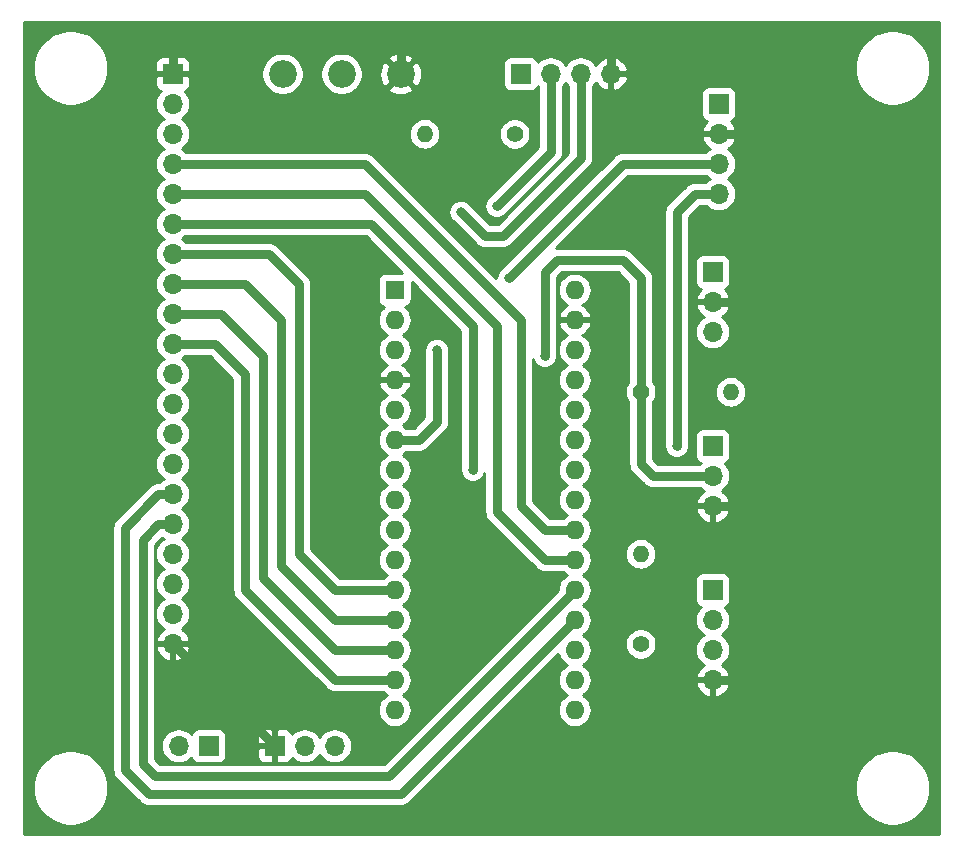
<source format=gbr>
G04 #@! TF.GenerationSoftware,KiCad,Pcbnew,(5.1.4)-1*
G04 #@! TF.CreationDate,2019-11-04T13:23:32-06:00*
G04 #@! TF.ProjectId,Plataforma-nano,506c6174-6166-46f7-926d-612d6e616e6f,rev?*
G04 #@! TF.SameCoordinates,Original*
G04 #@! TF.FileFunction,Copper,L2,Bot*
G04 #@! TF.FilePolarity,Positive*
%FSLAX46Y46*%
G04 Gerber Fmt 4.6, Leading zero omitted, Abs format (unit mm)*
G04 Created by KiCad (PCBNEW (5.1.4)-1) date 2019-11-04 13:23:32*
%MOMM*%
%LPD*%
G04 APERTURE LIST*
%ADD10O,1.700000X1.700000*%
%ADD11R,1.700000X1.700000*%
%ADD12R,1.600000X1.600000*%
%ADD13O,1.600000X1.600000*%
%ADD14C,1.400000*%
%ADD15O,1.400000X1.400000*%
%ADD16C,2.340000*%
%ADD17C,0.800000*%
%ADD18C,0.800000*%
%ADD19C,0.254000*%
G04 APERTURE END LIST*
D10*
X111760000Y-98044000D03*
X111760000Y-95504000D03*
D11*
X111760000Y-92964000D03*
X95504000Y-76200000D03*
D10*
X98044000Y-76200000D03*
X100584000Y-76200000D03*
X103124000Y-76200000D03*
D12*
X84836000Y-94488000D03*
D13*
X100076000Y-127508000D03*
X84836000Y-97028000D03*
X100076000Y-124968000D03*
X84836000Y-99568000D03*
X100076000Y-122428000D03*
X84836000Y-102108000D03*
X100076000Y-119888000D03*
X84836000Y-104648000D03*
X100076000Y-117348000D03*
X84836000Y-107188000D03*
X100076000Y-114808000D03*
X84836000Y-109728000D03*
X100076000Y-112268000D03*
X84836000Y-112268000D03*
X100076000Y-109728000D03*
X84836000Y-114808000D03*
X100076000Y-107188000D03*
X84836000Y-117348000D03*
X100076000Y-104648000D03*
X84836000Y-119888000D03*
X100076000Y-102108000D03*
X84836000Y-122428000D03*
X100076000Y-99568000D03*
X84836000Y-124968000D03*
X100076000Y-97028000D03*
X84836000Y-127508000D03*
X100076000Y-94488000D03*
X84836000Y-130048000D03*
X100076000Y-130048000D03*
D11*
X69088000Y-133096000D03*
D10*
X66548000Y-133096000D03*
D11*
X111760000Y-107696000D03*
D10*
X111760000Y-110236000D03*
X111760000Y-112776000D03*
X112268000Y-86360000D03*
X112268000Y-83820000D03*
X112268000Y-81280000D03*
D11*
X112268000Y-78740000D03*
D10*
X111760000Y-127508000D03*
X111760000Y-124968000D03*
X111760000Y-122428000D03*
D11*
X111760000Y-119888000D03*
X66040000Y-76200000D03*
D10*
X66040000Y-78740000D03*
X66040000Y-81280000D03*
X66040000Y-83820000D03*
X66040000Y-86360000D03*
X66040000Y-88900000D03*
X66040000Y-91440000D03*
X66040000Y-93980000D03*
X66040000Y-96520000D03*
X66040000Y-99060000D03*
X66040000Y-101600000D03*
X66040000Y-104140000D03*
X66040000Y-106680000D03*
X66040000Y-109220000D03*
X66040000Y-111760000D03*
X66040000Y-114300000D03*
X66040000Y-116840000D03*
X66040000Y-119380000D03*
X66040000Y-121920000D03*
X66040000Y-124460000D03*
D14*
X105664000Y-103124000D03*
D15*
X113284000Y-103124000D03*
X105664000Y-116840000D03*
D14*
X105664000Y-124460000D03*
D15*
X87376000Y-81280000D03*
D14*
X94996000Y-81280000D03*
D16*
X75344000Y-76200000D03*
X80344000Y-76200000D03*
X85344000Y-76200000D03*
D11*
X74676000Y-133096000D03*
D10*
X77216000Y-133096000D03*
X79756000Y-133096000D03*
D17*
X90424000Y-87884000D03*
X93472000Y-87376000D03*
X97536000Y-100076000D03*
X94488000Y-93472000D03*
X88392000Y-99568000D03*
X91440000Y-109728000D03*
X108712000Y-107696000D03*
D18*
X100584000Y-76200000D02*
X100584000Y-83312000D01*
X100584000Y-83312000D02*
X93980000Y-89916000D01*
X93980000Y-89916000D02*
X92456000Y-89916000D01*
X92456000Y-89916000D02*
X90424000Y-87884000D01*
X90424000Y-87884000D02*
X90424000Y-87884000D01*
X98044000Y-76200000D02*
X98044000Y-82804000D01*
X98044000Y-82804000D02*
X93472000Y-87376000D01*
X93472000Y-87376000D02*
X93472000Y-87376000D01*
X64837919Y-111760000D02*
X61976000Y-114621919D01*
X66040000Y-111760000D02*
X64837919Y-111760000D01*
X61976000Y-114621919D02*
X61976000Y-135128000D01*
X61976000Y-135128000D02*
X64008000Y-137160000D01*
X85344000Y-137160000D02*
X100076000Y-122428000D01*
X64008000Y-137160000D02*
X85344000Y-137160000D01*
X66040000Y-74550000D02*
X66930000Y-73660000D01*
X66040000Y-76200000D02*
X66040000Y-74550000D01*
X66930000Y-73660000D02*
X67056000Y-73660000D01*
X67056000Y-73660000D02*
X67564000Y-73152000D01*
X113284000Y-73152000D02*
X117856000Y-77724000D01*
X103124000Y-73152000D02*
X113284000Y-73152000D01*
X112268000Y-81280000D02*
X117856000Y-81280000D01*
X117856000Y-77724000D02*
X117856000Y-81280000D01*
X111760000Y-95504000D02*
X117856000Y-95504000D01*
X117856000Y-81280000D02*
X117856000Y-95504000D01*
X111760000Y-112776000D02*
X117856000Y-112776000D01*
X117856000Y-95504000D02*
X117856000Y-112776000D01*
X111760000Y-127508000D02*
X117856000Y-127508000D01*
X117856000Y-112776000D02*
X117856000Y-127508000D01*
X117856000Y-127508000D02*
X117856000Y-135128000D01*
X66040000Y-124460000D02*
X74676000Y-133096000D01*
X85344000Y-74545371D02*
X85344000Y-73152000D01*
X85344000Y-76200000D02*
X85344000Y-74545371D01*
X67564000Y-73152000D02*
X85344000Y-73152000D01*
X85344000Y-73152000D02*
X103124000Y-73152000D01*
X103124000Y-76200000D02*
X103124000Y-73152000D01*
X84328000Y-135636000D02*
X100076000Y-119888000D01*
X64516000Y-135636000D02*
X84328000Y-135636000D01*
X63500000Y-134620000D02*
X64516000Y-135636000D01*
X63500000Y-115637919D02*
X63500000Y-134620000D01*
X66040000Y-114300000D02*
X64837919Y-114300000D01*
X64837919Y-114300000D02*
X63500000Y-115637919D01*
X105664000Y-93472000D02*
X105664000Y-103124000D01*
X104140000Y-91948000D02*
X105664000Y-93472000D01*
X98552000Y-91948000D02*
X104140000Y-91948000D01*
X97536000Y-100076000D02*
X97536000Y-92964000D01*
X97536000Y-92964000D02*
X98552000Y-91948000D01*
X105664000Y-103124000D02*
X105664000Y-109220000D01*
X106680000Y-110236000D02*
X111760000Y-110236000D01*
X105664000Y-109220000D02*
X106680000Y-110236000D01*
X97536000Y-117348000D02*
X100076000Y-117348000D01*
X93472000Y-113284000D02*
X97536000Y-117348000D01*
X93472000Y-97536000D02*
X93472000Y-113284000D01*
X66040000Y-86360000D02*
X82296000Y-86360000D01*
X82296000Y-86360000D02*
X93472000Y-97536000D01*
X112268000Y-83820000D02*
X104140000Y-83820000D01*
X104140000Y-83820000D02*
X94488000Y-93472000D01*
X94488000Y-93472000D02*
X94488000Y-93472000D01*
X86868000Y-107188000D02*
X84836000Y-107188000D01*
X88392000Y-99568000D02*
X88392000Y-105664000D01*
X88392000Y-105664000D02*
X86868000Y-107188000D01*
X66040000Y-83820000D02*
X82296000Y-83820000D01*
X82296000Y-83820000D02*
X95504000Y-97028000D01*
X95504000Y-97028000D02*
X95504000Y-112776000D01*
X97536000Y-114808000D02*
X100076000Y-114808000D01*
X95504000Y-112776000D02*
X97536000Y-114808000D01*
X66040000Y-88900000D02*
X82804000Y-88900000D01*
X82804000Y-88900000D02*
X85852000Y-91948000D01*
X85852000Y-91948000D02*
X91440000Y-97536000D01*
X91440000Y-97536000D02*
X91440000Y-107188000D01*
X91440000Y-107188000D02*
X91440000Y-109728000D01*
X91440000Y-109728000D02*
X91440000Y-109728000D01*
X112268000Y-86360000D02*
X110236000Y-86360000D01*
X110236000Y-86360000D02*
X108712000Y-87884000D01*
X108712000Y-87884000D02*
X108712000Y-106172000D01*
X108712000Y-106172000D02*
X108712000Y-107696000D01*
X108712000Y-107696000D02*
X108712000Y-107696000D01*
X79756000Y-119888000D02*
X84836000Y-119888000D01*
X76708000Y-116840000D02*
X79756000Y-119888000D01*
X76708000Y-93980000D02*
X76708000Y-116840000D01*
X66040000Y-91440000D02*
X74168000Y-91440000D01*
X74168000Y-91440000D02*
X76708000Y-93980000D01*
X66040000Y-93980000D02*
X72136000Y-93980000D01*
X72136000Y-93980000D02*
X75184000Y-97028000D01*
X75184000Y-97028000D02*
X75184000Y-117856000D01*
X79756000Y-122428000D02*
X84836000Y-122428000D01*
X75184000Y-117856000D02*
X79756000Y-122428000D01*
X79756000Y-124968000D02*
X84836000Y-124968000D01*
X73660000Y-118872000D02*
X79756000Y-124968000D01*
X73660000Y-100076000D02*
X73660000Y-118872000D01*
X66040000Y-96520000D02*
X70104000Y-96520000D01*
X70104000Y-96520000D02*
X73660000Y-100076000D01*
X79756000Y-127508000D02*
X84836000Y-127508000D01*
X72136000Y-119888000D02*
X79756000Y-127508000D01*
X72136000Y-101600000D02*
X72136000Y-119888000D01*
X66040000Y-99060000D02*
X69596000Y-99060000D01*
X69596000Y-99060000D02*
X72136000Y-101600000D01*
D19*
G36*
X130912001Y-140564000D02*
G01*
X53492000Y-140564000D01*
X53492000Y-136336385D01*
X54199505Y-136336385D01*
X54199505Y-136967615D01*
X54322652Y-137586717D01*
X54564214Y-138169897D01*
X54914906Y-138694746D01*
X55361254Y-139141094D01*
X55886103Y-139491786D01*
X56469283Y-139733348D01*
X57088385Y-139856495D01*
X57719615Y-139856495D01*
X58338717Y-139733348D01*
X58921897Y-139491786D01*
X59446746Y-139141094D01*
X59893094Y-138694746D01*
X60243786Y-138169897D01*
X60485348Y-137586717D01*
X60608495Y-136967615D01*
X60608495Y-136336385D01*
X60485348Y-135717283D01*
X60243786Y-135134103D01*
X59893094Y-134609254D01*
X59446746Y-134162906D01*
X58921897Y-133812214D01*
X58338717Y-133570652D01*
X57719615Y-133447505D01*
X57088385Y-133447505D01*
X56469283Y-133570652D01*
X55886103Y-133812214D01*
X55361254Y-134162906D01*
X54914906Y-134609254D01*
X54564214Y-135134103D01*
X54322652Y-135717283D01*
X54199505Y-136336385D01*
X53492000Y-136336385D01*
X53492000Y-114621919D01*
X60935994Y-114621919D01*
X60941000Y-114672747D01*
X60941001Y-135077162D01*
X60935994Y-135128000D01*
X60955977Y-135330895D01*
X61015160Y-135525993D01*
X61111266Y-135705797D01*
X61208197Y-135823907D01*
X61240605Y-135863396D01*
X61280092Y-135895802D01*
X63240197Y-137855908D01*
X63272604Y-137895396D01*
X63312092Y-137927803D01*
X63430202Y-138024734D01*
X63526309Y-138076104D01*
X63610007Y-138120841D01*
X63805105Y-138180024D01*
X63957162Y-138195000D01*
X63957164Y-138195000D01*
X64008000Y-138200007D01*
X64058835Y-138195000D01*
X85293172Y-138195000D01*
X85344000Y-138200006D01*
X85394828Y-138195000D01*
X85394838Y-138195000D01*
X85546895Y-138180024D01*
X85741993Y-138120841D01*
X85921797Y-138024734D01*
X86079396Y-137895396D01*
X86111807Y-137855903D01*
X87631325Y-136336385D01*
X123795505Y-136336385D01*
X123795505Y-136967615D01*
X123918652Y-137586717D01*
X124160214Y-138169897D01*
X124510906Y-138694746D01*
X124957254Y-139141094D01*
X125482103Y-139491786D01*
X126065283Y-139733348D01*
X126684385Y-139856495D01*
X127315615Y-139856495D01*
X127934717Y-139733348D01*
X128517897Y-139491786D01*
X129042746Y-139141094D01*
X129489094Y-138694746D01*
X129839786Y-138169897D01*
X130081348Y-137586717D01*
X130204495Y-136967615D01*
X130204495Y-136336385D01*
X130081348Y-135717283D01*
X129839786Y-135134103D01*
X129489094Y-134609254D01*
X129042746Y-134162906D01*
X128517897Y-133812214D01*
X127934717Y-133570652D01*
X127315615Y-133447505D01*
X126684385Y-133447505D01*
X126065283Y-133570652D01*
X125482103Y-133812214D01*
X124957254Y-134162906D01*
X124510906Y-134609254D01*
X124160214Y-135134103D01*
X123918652Y-135717283D01*
X123795505Y-136336385D01*
X87631325Y-136336385D01*
X98674946Y-125292765D01*
X98743818Y-125519808D01*
X98877068Y-125769101D01*
X99056392Y-125987608D01*
X99274899Y-126166932D01*
X99407858Y-126238000D01*
X99274899Y-126309068D01*
X99056392Y-126488392D01*
X98877068Y-126706899D01*
X98743818Y-126956192D01*
X98661764Y-127226691D01*
X98634057Y-127508000D01*
X98661764Y-127789309D01*
X98743818Y-128059808D01*
X98877068Y-128309101D01*
X99056392Y-128527608D01*
X99274899Y-128706932D01*
X99407858Y-128778000D01*
X99274899Y-128849068D01*
X99056392Y-129028392D01*
X98877068Y-129246899D01*
X98743818Y-129496192D01*
X98661764Y-129766691D01*
X98634057Y-130048000D01*
X98661764Y-130329309D01*
X98743818Y-130599808D01*
X98877068Y-130849101D01*
X99056392Y-131067608D01*
X99274899Y-131246932D01*
X99524192Y-131380182D01*
X99794691Y-131462236D01*
X100005508Y-131483000D01*
X100146492Y-131483000D01*
X100357309Y-131462236D01*
X100627808Y-131380182D01*
X100877101Y-131246932D01*
X101095608Y-131067608D01*
X101274932Y-130849101D01*
X101408182Y-130599808D01*
X101490236Y-130329309D01*
X101517943Y-130048000D01*
X101490236Y-129766691D01*
X101408182Y-129496192D01*
X101274932Y-129246899D01*
X101095608Y-129028392D01*
X100877101Y-128849068D01*
X100744142Y-128778000D01*
X100877101Y-128706932D01*
X101095608Y-128527608D01*
X101274932Y-128309101D01*
X101408182Y-128059808D01*
X101467309Y-127864890D01*
X110318524Y-127864890D01*
X110363175Y-128012099D01*
X110488359Y-128274920D01*
X110662412Y-128508269D01*
X110878645Y-128703178D01*
X111128748Y-128852157D01*
X111403109Y-128949481D01*
X111633000Y-128828814D01*
X111633000Y-127635000D01*
X111887000Y-127635000D01*
X111887000Y-128828814D01*
X112116891Y-128949481D01*
X112391252Y-128852157D01*
X112641355Y-128703178D01*
X112857588Y-128508269D01*
X113031641Y-128274920D01*
X113156825Y-128012099D01*
X113201476Y-127864890D01*
X113080155Y-127635000D01*
X111887000Y-127635000D01*
X111633000Y-127635000D01*
X110439845Y-127635000D01*
X110318524Y-127864890D01*
X101467309Y-127864890D01*
X101490236Y-127789309D01*
X101517943Y-127508000D01*
X101490236Y-127226691D01*
X101408182Y-126956192D01*
X101274932Y-126706899D01*
X101095608Y-126488392D01*
X100877101Y-126309068D01*
X100744142Y-126238000D01*
X100877101Y-126166932D01*
X101095608Y-125987608D01*
X101274932Y-125769101D01*
X101408182Y-125519808D01*
X101490236Y-125249309D01*
X101517943Y-124968000D01*
X101490236Y-124686691D01*
X101408182Y-124416192D01*
X101361318Y-124328514D01*
X104329000Y-124328514D01*
X104329000Y-124591486D01*
X104380304Y-124849405D01*
X104480939Y-125092359D01*
X104627038Y-125311013D01*
X104812987Y-125496962D01*
X105031641Y-125643061D01*
X105274595Y-125743696D01*
X105532514Y-125795000D01*
X105795486Y-125795000D01*
X106053405Y-125743696D01*
X106296359Y-125643061D01*
X106515013Y-125496962D01*
X106700962Y-125311013D01*
X106847061Y-125092359D01*
X106947696Y-124849405D01*
X106999000Y-124591486D01*
X106999000Y-124328514D01*
X106947696Y-124070595D01*
X106847061Y-123827641D01*
X106700962Y-123608987D01*
X106515013Y-123423038D01*
X106296359Y-123276939D01*
X106053405Y-123176304D01*
X105795486Y-123125000D01*
X105532514Y-123125000D01*
X105274595Y-123176304D01*
X105031641Y-123276939D01*
X104812987Y-123423038D01*
X104627038Y-123608987D01*
X104480939Y-123827641D01*
X104380304Y-124070595D01*
X104329000Y-124328514D01*
X101361318Y-124328514D01*
X101274932Y-124166899D01*
X101095608Y-123948392D01*
X100877101Y-123769068D01*
X100744142Y-123698000D01*
X100877101Y-123626932D01*
X101095608Y-123447608D01*
X101274932Y-123229101D01*
X101408182Y-122979808D01*
X101490236Y-122709309D01*
X101517943Y-122428000D01*
X110267815Y-122428000D01*
X110296487Y-122719111D01*
X110381401Y-122999034D01*
X110519294Y-123257014D01*
X110704866Y-123483134D01*
X110930986Y-123668706D01*
X110985791Y-123698000D01*
X110930986Y-123727294D01*
X110704866Y-123912866D01*
X110519294Y-124138986D01*
X110381401Y-124396966D01*
X110296487Y-124676889D01*
X110267815Y-124968000D01*
X110296487Y-125259111D01*
X110381401Y-125539034D01*
X110519294Y-125797014D01*
X110704866Y-126023134D01*
X110930986Y-126208706D01*
X110995523Y-126243201D01*
X110878645Y-126312822D01*
X110662412Y-126507731D01*
X110488359Y-126741080D01*
X110363175Y-127003901D01*
X110318524Y-127151110D01*
X110439845Y-127381000D01*
X111633000Y-127381000D01*
X111633000Y-127361000D01*
X111887000Y-127361000D01*
X111887000Y-127381000D01*
X113080155Y-127381000D01*
X113201476Y-127151110D01*
X113156825Y-127003901D01*
X113031641Y-126741080D01*
X112857588Y-126507731D01*
X112641355Y-126312822D01*
X112524477Y-126243201D01*
X112589014Y-126208706D01*
X112815134Y-126023134D01*
X113000706Y-125797014D01*
X113138599Y-125539034D01*
X113223513Y-125259111D01*
X113252185Y-124968000D01*
X113223513Y-124676889D01*
X113138599Y-124396966D01*
X113000706Y-124138986D01*
X112815134Y-123912866D01*
X112589014Y-123727294D01*
X112534209Y-123698000D01*
X112589014Y-123668706D01*
X112815134Y-123483134D01*
X113000706Y-123257014D01*
X113138599Y-122999034D01*
X113223513Y-122719111D01*
X113252185Y-122428000D01*
X113223513Y-122136889D01*
X113138599Y-121856966D01*
X113000706Y-121598986D01*
X112815134Y-121372866D01*
X112785313Y-121348393D01*
X112854180Y-121327502D01*
X112964494Y-121268537D01*
X113061185Y-121189185D01*
X113140537Y-121092494D01*
X113199502Y-120982180D01*
X113235812Y-120862482D01*
X113248072Y-120738000D01*
X113248072Y-119038000D01*
X113235812Y-118913518D01*
X113199502Y-118793820D01*
X113140537Y-118683506D01*
X113061185Y-118586815D01*
X112964494Y-118507463D01*
X112854180Y-118448498D01*
X112734482Y-118412188D01*
X112610000Y-118399928D01*
X110910000Y-118399928D01*
X110785518Y-118412188D01*
X110665820Y-118448498D01*
X110555506Y-118507463D01*
X110458815Y-118586815D01*
X110379463Y-118683506D01*
X110320498Y-118793820D01*
X110284188Y-118913518D01*
X110271928Y-119038000D01*
X110271928Y-120738000D01*
X110284188Y-120862482D01*
X110320498Y-120982180D01*
X110379463Y-121092494D01*
X110458815Y-121189185D01*
X110555506Y-121268537D01*
X110665820Y-121327502D01*
X110734687Y-121348393D01*
X110704866Y-121372866D01*
X110519294Y-121598986D01*
X110381401Y-121856966D01*
X110296487Y-122136889D01*
X110267815Y-122428000D01*
X101517943Y-122428000D01*
X101490236Y-122146691D01*
X101408182Y-121876192D01*
X101274932Y-121626899D01*
X101095608Y-121408392D01*
X100877101Y-121229068D01*
X100744142Y-121158000D01*
X100877101Y-121086932D01*
X101095608Y-120907608D01*
X101274932Y-120689101D01*
X101408182Y-120439808D01*
X101490236Y-120169309D01*
X101517943Y-119888000D01*
X101490236Y-119606691D01*
X101408182Y-119336192D01*
X101274932Y-119086899D01*
X101095608Y-118868392D01*
X100877101Y-118689068D01*
X100744142Y-118618000D01*
X100877101Y-118546932D01*
X101095608Y-118367608D01*
X101274932Y-118149101D01*
X101408182Y-117899808D01*
X101490236Y-117629309D01*
X101517943Y-117348000D01*
X101490236Y-117066691D01*
X101421471Y-116840000D01*
X104322541Y-116840000D01*
X104348317Y-117101706D01*
X104424653Y-117353354D01*
X104548618Y-117585275D01*
X104715445Y-117788555D01*
X104918725Y-117955382D01*
X105150646Y-118079347D01*
X105402294Y-118155683D01*
X105598421Y-118175000D01*
X105729579Y-118175000D01*
X105925706Y-118155683D01*
X106177354Y-118079347D01*
X106409275Y-117955382D01*
X106612555Y-117788555D01*
X106779382Y-117585275D01*
X106903347Y-117353354D01*
X106979683Y-117101706D01*
X107005459Y-116840000D01*
X106979683Y-116578294D01*
X106903347Y-116326646D01*
X106779382Y-116094725D01*
X106612555Y-115891445D01*
X106409275Y-115724618D01*
X106177354Y-115600653D01*
X105925706Y-115524317D01*
X105729579Y-115505000D01*
X105598421Y-115505000D01*
X105402294Y-115524317D01*
X105150646Y-115600653D01*
X104918725Y-115724618D01*
X104715445Y-115891445D01*
X104548618Y-116094725D01*
X104424653Y-116326646D01*
X104348317Y-116578294D01*
X104322541Y-116840000D01*
X101421471Y-116840000D01*
X101408182Y-116796192D01*
X101274932Y-116546899D01*
X101095608Y-116328392D01*
X100877101Y-116149068D01*
X100744142Y-116078000D01*
X100877101Y-116006932D01*
X101095608Y-115827608D01*
X101274932Y-115609101D01*
X101408182Y-115359808D01*
X101490236Y-115089309D01*
X101517943Y-114808000D01*
X101490236Y-114526691D01*
X101408182Y-114256192D01*
X101274932Y-114006899D01*
X101095608Y-113788392D01*
X100877101Y-113609068D01*
X100744142Y-113538000D01*
X100877101Y-113466932D01*
X101095608Y-113287608D01*
X101222581Y-113132890D01*
X110318524Y-113132890D01*
X110363175Y-113280099D01*
X110488359Y-113542920D01*
X110662412Y-113776269D01*
X110878645Y-113971178D01*
X111128748Y-114120157D01*
X111403109Y-114217481D01*
X111633000Y-114096814D01*
X111633000Y-112903000D01*
X111887000Y-112903000D01*
X111887000Y-114096814D01*
X112116891Y-114217481D01*
X112391252Y-114120157D01*
X112641355Y-113971178D01*
X112857588Y-113776269D01*
X113031641Y-113542920D01*
X113156825Y-113280099D01*
X113201476Y-113132890D01*
X113080155Y-112903000D01*
X111887000Y-112903000D01*
X111633000Y-112903000D01*
X110439845Y-112903000D01*
X110318524Y-113132890D01*
X101222581Y-113132890D01*
X101274932Y-113069101D01*
X101408182Y-112819808D01*
X101490236Y-112549309D01*
X101517943Y-112268000D01*
X101490236Y-111986691D01*
X101408182Y-111716192D01*
X101274932Y-111466899D01*
X101095608Y-111248392D01*
X100877101Y-111069068D01*
X100744142Y-110998000D01*
X100877101Y-110926932D01*
X101095608Y-110747608D01*
X101274932Y-110529101D01*
X101408182Y-110279808D01*
X101490236Y-110009309D01*
X101517943Y-109728000D01*
X101490236Y-109446691D01*
X101408182Y-109176192D01*
X101274932Y-108926899D01*
X101095608Y-108708392D01*
X100877101Y-108529068D01*
X100744142Y-108458000D01*
X100877101Y-108386932D01*
X101095608Y-108207608D01*
X101274932Y-107989101D01*
X101408182Y-107739808D01*
X101490236Y-107469309D01*
X101517943Y-107188000D01*
X101490236Y-106906691D01*
X101408182Y-106636192D01*
X101274932Y-106386899D01*
X101095608Y-106168392D01*
X100877101Y-105989068D01*
X100744142Y-105918000D01*
X100877101Y-105846932D01*
X101095608Y-105667608D01*
X101274932Y-105449101D01*
X101408182Y-105199808D01*
X101490236Y-104929309D01*
X101517943Y-104648000D01*
X101490236Y-104366691D01*
X101408182Y-104096192D01*
X101274932Y-103846899D01*
X101095608Y-103628392D01*
X100877101Y-103449068D01*
X100744142Y-103378000D01*
X100877101Y-103306932D01*
X101095608Y-103127608D01*
X101274932Y-102909101D01*
X101408182Y-102659808D01*
X101490236Y-102389309D01*
X101517943Y-102108000D01*
X101490236Y-101826691D01*
X101408182Y-101556192D01*
X101274932Y-101306899D01*
X101095608Y-101088392D01*
X100877101Y-100909068D01*
X100744142Y-100838000D01*
X100877101Y-100766932D01*
X101095608Y-100587608D01*
X101274932Y-100369101D01*
X101408182Y-100119808D01*
X101490236Y-99849309D01*
X101517943Y-99568000D01*
X101490236Y-99286691D01*
X101408182Y-99016192D01*
X101274932Y-98766899D01*
X101095608Y-98548392D01*
X100877101Y-98369068D01*
X100739318Y-98295421D01*
X100931131Y-98180385D01*
X101139519Y-97991414D01*
X101307037Y-97765420D01*
X101427246Y-97511087D01*
X101467904Y-97377039D01*
X101345915Y-97155000D01*
X100203000Y-97155000D01*
X100203000Y-97175000D01*
X99949000Y-97175000D01*
X99949000Y-97155000D01*
X98806085Y-97155000D01*
X98684096Y-97377039D01*
X98724754Y-97511087D01*
X98844963Y-97765420D01*
X99012481Y-97991414D01*
X99220869Y-98180385D01*
X99412682Y-98295421D01*
X99274899Y-98369068D01*
X99056392Y-98548392D01*
X98877068Y-98766899D01*
X98743818Y-99016192D01*
X98661764Y-99286691D01*
X98634057Y-99568000D01*
X98661764Y-99849309D01*
X98743818Y-100119808D01*
X98877068Y-100369101D01*
X99056392Y-100587608D01*
X99274899Y-100766932D01*
X99407858Y-100838000D01*
X99274899Y-100909068D01*
X99056392Y-101088392D01*
X98877068Y-101306899D01*
X98743818Y-101556192D01*
X98661764Y-101826691D01*
X98634057Y-102108000D01*
X98661764Y-102389309D01*
X98743818Y-102659808D01*
X98877068Y-102909101D01*
X99056392Y-103127608D01*
X99274899Y-103306932D01*
X99407858Y-103378000D01*
X99274899Y-103449068D01*
X99056392Y-103628392D01*
X98877068Y-103846899D01*
X98743818Y-104096192D01*
X98661764Y-104366691D01*
X98634057Y-104648000D01*
X98661764Y-104929309D01*
X98743818Y-105199808D01*
X98877068Y-105449101D01*
X99056392Y-105667608D01*
X99274899Y-105846932D01*
X99407858Y-105918000D01*
X99274899Y-105989068D01*
X99056392Y-106168392D01*
X98877068Y-106386899D01*
X98743818Y-106636192D01*
X98661764Y-106906691D01*
X98634057Y-107188000D01*
X98661764Y-107469309D01*
X98743818Y-107739808D01*
X98877068Y-107989101D01*
X99056392Y-108207608D01*
X99274899Y-108386932D01*
X99407858Y-108458000D01*
X99274899Y-108529068D01*
X99056392Y-108708392D01*
X98877068Y-108926899D01*
X98743818Y-109176192D01*
X98661764Y-109446691D01*
X98634057Y-109728000D01*
X98661764Y-110009309D01*
X98743818Y-110279808D01*
X98877068Y-110529101D01*
X99056392Y-110747608D01*
X99274899Y-110926932D01*
X99407858Y-110998000D01*
X99274899Y-111069068D01*
X99056392Y-111248392D01*
X98877068Y-111466899D01*
X98743818Y-111716192D01*
X98661764Y-111986691D01*
X98634057Y-112268000D01*
X98661764Y-112549309D01*
X98743818Y-112819808D01*
X98877068Y-113069101D01*
X99056392Y-113287608D01*
X99274899Y-113466932D01*
X99407858Y-113538000D01*
X99274899Y-113609068D01*
X99075147Y-113773000D01*
X97964711Y-113773000D01*
X96539000Y-112347290D01*
X96539000Y-100368979D01*
X96540774Y-100377898D01*
X96560332Y-100425116D01*
X96575159Y-100473992D01*
X96599237Y-100519039D01*
X96618795Y-100566256D01*
X96647186Y-100608747D01*
X96671266Y-100653797D01*
X96703672Y-100693284D01*
X96732063Y-100735774D01*
X96768197Y-100771908D01*
X96800604Y-100811396D01*
X96840092Y-100843803D01*
X96876226Y-100879937D01*
X96918716Y-100908328D01*
X96958203Y-100940734D01*
X97003254Y-100964814D01*
X97045744Y-100993205D01*
X97092958Y-101012762D01*
X97138007Y-101036841D01*
X97186887Y-101051669D01*
X97234102Y-101071226D01*
X97284223Y-101081196D01*
X97333105Y-101096024D01*
X97383943Y-101101031D01*
X97434061Y-101111000D01*
X97485162Y-101111000D01*
X97536000Y-101116007D01*
X97586838Y-101111000D01*
X97637939Y-101111000D01*
X97688058Y-101101031D01*
X97738894Y-101096024D01*
X97787774Y-101081196D01*
X97837898Y-101071226D01*
X97885116Y-101051668D01*
X97933992Y-101036841D01*
X97979039Y-101012763D01*
X98026256Y-100993205D01*
X98068747Y-100964814D01*
X98113797Y-100940734D01*
X98153284Y-100908328D01*
X98195774Y-100879937D01*
X98231908Y-100843803D01*
X98271396Y-100811396D01*
X98303803Y-100771908D01*
X98339937Y-100735774D01*
X98368328Y-100693284D01*
X98400734Y-100653797D01*
X98424814Y-100608746D01*
X98453205Y-100566256D01*
X98472762Y-100519042D01*
X98496841Y-100473993D01*
X98511669Y-100425113D01*
X98531226Y-100377898D01*
X98541196Y-100327777D01*
X98556024Y-100278895D01*
X98561031Y-100228057D01*
X98571000Y-100177939D01*
X98571000Y-94488000D01*
X98634057Y-94488000D01*
X98661764Y-94769309D01*
X98743818Y-95039808D01*
X98877068Y-95289101D01*
X99056392Y-95507608D01*
X99274899Y-95686932D01*
X99412682Y-95760579D01*
X99220869Y-95875615D01*
X99012481Y-96064586D01*
X98844963Y-96290580D01*
X98724754Y-96544913D01*
X98684096Y-96678961D01*
X98806085Y-96901000D01*
X99949000Y-96901000D01*
X99949000Y-96881000D01*
X100203000Y-96881000D01*
X100203000Y-96901000D01*
X101345915Y-96901000D01*
X101467904Y-96678961D01*
X101427246Y-96544913D01*
X101307037Y-96290580D01*
X101139519Y-96064586D01*
X100931131Y-95875615D01*
X100739318Y-95760579D01*
X100877101Y-95686932D01*
X101095608Y-95507608D01*
X101274932Y-95289101D01*
X101408182Y-95039808D01*
X101490236Y-94769309D01*
X101517943Y-94488000D01*
X101490236Y-94206691D01*
X101408182Y-93936192D01*
X101274932Y-93686899D01*
X101095608Y-93468392D01*
X100877101Y-93289068D01*
X100627808Y-93155818D01*
X100357309Y-93073764D01*
X100146492Y-93053000D01*
X100005508Y-93053000D01*
X99794691Y-93073764D01*
X99524192Y-93155818D01*
X99274899Y-93289068D01*
X99056392Y-93468392D01*
X98877068Y-93686899D01*
X98743818Y-93936192D01*
X98661764Y-94206691D01*
X98634057Y-94488000D01*
X98571000Y-94488000D01*
X98571000Y-93392710D01*
X98980711Y-92983000D01*
X103711290Y-92983000D01*
X104629000Y-93900711D01*
X104629001Y-102271024D01*
X104627038Y-102272987D01*
X104480939Y-102491641D01*
X104380304Y-102734595D01*
X104329000Y-102992514D01*
X104329000Y-103255486D01*
X104380304Y-103513405D01*
X104480939Y-103756359D01*
X104627038Y-103975013D01*
X104629000Y-103976975D01*
X104629001Y-109169162D01*
X104623994Y-109220000D01*
X104643977Y-109422895D01*
X104703160Y-109617993D01*
X104799266Y-109797797D01*
X104832266Y-109838007D01*
X104928605Y-109955396D01*
X104968092Y-109987802D01*
X105912197Y-110931908D01*
X105944604Y-110971396D01*
X105984092Y-111003803D01*
X106102202Y-111100734D01*
X106179848Y-111142236D01*
X106282007Y-111196841D01*
X106477105Y-111256024D01*
X106629162Y-111271000D01*
X106629164Y-111271000D01*
X106680000Y-111276007D01*
X106730835Y-111271000D01*
X110688342Y-111271000D01*
X110704866Y-111291134D01*
X110930986Y-111476706D01*
X110995523Y-111511201D01*
X110878645Y-111580822D01*
X110662412Y-111775731D01*
X110488359Y-112009080D01*
X110363175Y-112271901D01*
X110318524Y-112419110D01*
X110439845Y-112649000D01*
X111633000Y-112649000D01*
X111633000Y-112629000D01*
X111887000Y-112629000D01*
X111887000Y-112649000D01*
X113080155Y-112649000D01*
X113201476Y-112419110D01*
X113156825Y-112271901D01*
X113031641Y-112009080D01*
X112857588Y-111775731D01*
X112641355Y-111580822D01*
X112524477Y-111511201D01*
X112589014Y-111476706D01*
X112815134Y-111291134D01*
X113000706Y-111065014D01*
X113138599Y-110807034D01*
X113223513Y-110527111D01*
X113252185Y-110236000D01*
X113223513Y-109944889D01*
X113138599Y-109664966D01*
X113000706Y-109406986D01*
X112815134Y-109180866D01*
X112785313Y-109156393D01*
X112854180Y-109135502D01*
X112964494Y-109076537D01*
X113061185Y-108997185D01*
X113140537Y-108900494D01*
X113199502Y-108790180D01*
X113235812Y-108670482D01*
X113248072Y-108546000D01*
X113248072Y-106846000D01*
X113235812Y-106721518D01*
X113199502Y-106601820D01*
X113140537Y-106491506D01*
X113061185Y-106394815D01*
X112964494Y-106315463D01*
X112854180Y-106256498D01*
X112734482Y-106220188D01*
X112610000Y-106207928D01*
X110910000Y-106207928D01*
X110785518Y-106220188D01*
X110665820Y-106256498D01*
X110555506Y-106315463D01*
X110458815Y-106394815D01*
X110379463Y-106491506D01*
X110320498Y-106601820D01*
X110284188Y-106721518D01*
X110271928Y-106846000D01*
X110271928Y-108546000D01*
X110284188Y-108670482D01*
X110320498Y-108790180D01*
X110379463Y-108900494D01*
X110458815Y-108997185D01*
X110555506Y-109076537D01*
X110665820Y-109135502D01*
X110734687Y-109156393D01*
X110704866Y-109180866D01*
X110688342Y-109201000D01*
X107108711Y-109201000D01*
X106699000Y-108791290D01*
X106699000Y-103976975D01*
X106700962Y-103975013D01*
X106847061Y-103756359D01*
X106947696Y-103513405D01*
X106999000Y-103255486D01*
X106999000Y-102992514D01*
X106947696Y-102734595D01*
X106847061Y-102491641D01*
X106700962Y-102272987D01*
X106699000Y-102271025D01*
X106699000Y-93522827D01*
X106704006Y-93471999D01*
X106699000Y-93421171D01*
X106699000Y-93421162D01*
X106684024Y-93269105D01*
X106624841Y-93074007D01*
X106528734Y-92894203D01*
X106399396Y-92736604D01*
X106359908Y-92704197D01*
X104907807Y-91252097D01*
X104875396Y-91212604D01*
X104717797Y-91083266D01*
X104537993Y-90987159D01*
X104342895Y-90927976D01*
X104190838Y-90913000D01*
X104190828Y-90913000D01*
X104140000Y-90907994D01*
X104089172Y-90913000D01*
X98602835Y-90913000D01*
X98552000Y-90907993D01*
X98511753Y-90911957D01*
X104568711Y-84855000D01*
X111196342Y-84855000D01*
X111212866Y-84875134D01*
X111438986Y-85060706D01*
X111493791Y-85090000D01*
X111438986Y-85119294D01*
X111212866Y-85304866D01*
X111196342Y-85325000D01*
X110286827Y-85325000D01*
X110235999Y-85319994D01*
X110185171Y-85325000D01*
X110185162Y-85325000D01*
X110033105Y-85339976D01*
X109838007Y-85399159D01*
X109658203Y-85495266D01*
X109500604Y-85624604D01*
X109468197Y-85664092D01*
X108016097Y-87116193D01*
X107976604Y-87148604D01*
X107847266Y-87306203D01*
X107751159Y-87486008D01*
X107691976Y-87681106D01*
X107677000Y-87833163D01*
X107677000Y-87833172D01*
X107671994Y-87884000D01*
X107677000Y-87934828D01*
X107677001Y-106121153D01*
X107677000Y-106121163D01*
X107677001Y-107594056D01*
X107677000Y-107594061D01*
X107677000Y-107645162D01*
X107671993Y-107696000D01*
X107677000Y-107746838D01*
X107677000Y-107797939D01*
X107686969Y-107848057D01*
X107691976Y-107898895D01*
X107706804Y-107947777D01*
X107716774Y-107997898D01*
X107736331Y-108045113D01*
X107751159Y-108093993D01*
X107775238Y-108139042D01*
X107794795Y-108186256D01*
X107823186Y-108228746D01*
X107847266Y-108273797D01*
X107879672Y-108313284D01*
X107908063Y-108355774D01*
X107944197Y-108391908D01*
X107976604Y-108431396D01*
X108016092Y-108463803D01*
X108052226Y-108499937D01*
X108094716Y-108528328D01*
X108134203Y-108560734D01*
X108179254Y-108584814D01*
X108221744Y-108613205D01*
X108268958Y-108632762D01*
X108314007Y-108656841D01*
X108362887Y-108671669D01*
X108410102Y-108691226D01*
X108460223Y-108701196D01*
X108509105Y-108716024D01*
X108559943Y-108721031D01*
X108610061Y-108731000D01*
X108661162Y-108731000D01*
X108712000Y-108736007D01*
X108762838Y-108731000D01*
X108813939Y-108731000D01*
X108864057Y-108721031D01*
X108914895Y-108716024D01*
X108963777Y-108701196D01*
X109013898Y-108691226D01*
X109061113Y-108671669D01*
X109109993Y-108656841D01*
X109155042Y-108632762D01*
X109202256Y-108613205D01*
X109244746Y-108584814D01*
X109289797Y-108560734D01*
X109329284Y-108528328D01*
X109371774Y-108499937D01*
X109407908Y-108463803D01*
X109447396Y-108431396D01*
X109479803Y-108391908D01*
X109515937Y-108355774D01*
X109544328Y-108313284D01*
X109576734Y-108273797D01*
X109600814Y-108228746D01*
X109629205Y-108186256D01*
X109648762Y-108139042D01*
X109672841Y-108093993D01*
X109687669Y-108045113D01*
X109707226Y-107997898D01*
X109717196Y-107947777D01*
X109732024Y-107898895D01*
X109737031Y-107848057D01*
X109747000Y-107797939D01*
X109747000Y-107746838D01*
X109752007Y-107696000D01*
X109747000Y-107645162D01*
X109747000Y-103124000D01*
X111942541Y-103124000D01*
X111968317Y-103385706D01*
X112044653Y-103637354D01*
X112168618Y-103869275D01*
X112335445Y-104072555D01*
X112538725Y-104239382D01*
X112770646Y-104363347D01*
X113022294Y-104439683D01*
X113218421Y-104459000D01*
X113349579Y-104459000D01*
X113545706Y-104439683D01*
X113797354Y-104363347D01*
X114029275Y-104239382D01*
X114232555Y-104072555D01*
X114399382Y-103869275D01*
X114523347Y-103637354D01*
X114599683Y-103385706D01*
X114625459Y-103124000D01*
X114599683Y-102862294D01*
X114523347Y-102610646D01*
X114399382Y-102378725D01*
X114232555Y-102175445D01*
X114029275Y-102008618D01*
X113797354Y-101884653D01*
X113545706Y-101808317D01*
X113349579Y-101789000D01*
X113218421Y-101789000D01*
X113022294Y-101808317D01*
X112770646Y-101884653D01*
X112538725Y-102008618D01*
X112335445Y-102175445D01*
X112168618Y-102378725D01*
X112044653Y-102610646D01*
X111968317Y-102862294D01*
X111942541Y-103124000D01*
X109747000Y-103124000D01*
X109747000Y-98044000D01*
X110267815Y-98044000D01*
X110296487Y-98335111D01*
X110381401Y-98615034D01*
X110519294Y-98873014D01*
X110704866Y-99099134D01*
X110930986Y-99284706D01*
X111188966Y-99422599D01*
X111468889Y-99507513D01*
X111687050Y-99529000D01*
X111832950Y-99529000D01*
X112051111Y-99507513D01*
X112331034Y-99422599D01*
X112589014Y-99284706D01*
X112815134Y-99099134D01*
X113000706Y-98873014D01*
X113138599Y-98615034D01*
X113223513Y-98335111D01*
X113252185Y-98044000D01*
X113223513Y-97752889D01*
X113138599Y-97472966D01*
X113000706Y-97214986D01*
X112815134Y-96988866D01*
X112589014Y-96803294D01*
X112524477Y-96768799D01*
X112641355Y-96699178D01*
X112857588Y-96504269D01*
X113031641Y-96270920D01*
X113156825Y-96008099D01*
X113201476Y-95860890D01*
X113080155Y-95631000D01*
X111887000Y-95631000D01*
X111887000Y-95651000D01*
X111633000Y-95651000D01*
X111633000Y-95631000D01*
X110439845Y-95631000D01*
X110318524Y-95860890D01*
X110363175Y-96008099D01*
X110488359Y-96270920D01*
X110662412Y-96504269D01*
X110878645Y-96699178D01*
X110995523Y-96768799D01*
X110930986Y-96803294D01*
X110704866Y-96988866D01*
X110519294Y-97214986D01*
X110381401Y-97472966D01*
X110296487Y-97752889D01*
X110267815Y-98044000D01*
X109747000Y-98044000D01*
X109747000Y-92114000D01*
X110271928Y-92114000D01*
X110271928Y-93814000D01*
X110284188Y-93938482D01*
X110320498Y-94058180D01*
X110379463Y-94168494D01*
X110458815Y-94265185D01*
X110555506Y-94344537D01*
X110665820Y-94403502D01*
X110746466Y-94427966D01*
X110662412Y-94503731D01*
X110488359Y-94737080D01*
X110363175Y-94999901D01*
X110318524Y-95147110D01*
X110439845Y-95377000D01*
X111633000Y-95377000D01*
X111633000Y-95357000D01*
X111887000Y-95357000D01*
X111887000Y-95377000D01*
X113080155Y-95377000D01*
X113201476Y-95147110D01*
X113156825Y-94999901D01*
X113031641Y-94737080D01*
X112857588Y-94503731D01*
X112773534Y-94427966D01*
X112854180Y-94403502D01*
X112964494Y-94344537D01*
X113061185Y-94265185D01*
X113140537Y-94168494D01*
X113199502Y-94058180D01*
X113235812Y-93938482D01*
X113248072Y-93814000D01*
X113248072Y-92114000D01*
X113235812Y-91989518D01*
X113199502Y-91869820D01*
X113140537Y-91759506D01*
X113061185Y-91662815D01*
X112964494Y-91583463D01*
X112854180Y-91524498D01*
X112734482Y-91488188D01*
X112610000Y-91475928D01*
X110910000Y-91475928D01*
X110785518Y-91488188D01*
X110665820Y-91524498D01*
X110555506Y-91583463D01*
X110458815Y-91662815D01*
X110379463Y-91759506D01*
X110320498Y-91869820D01*
X110284188Y-91989518D01*
X110271928Y-92114000D01*
X109747000Y-92114000D01*
X109747000Y-88312710D01*
X110664711Y-87395000D01*
X111196342Y-87395000D01*
X111212866Y-87415134D01*
X111438986Y-87600706D01*
X111696966Y-87738599D01*
X111976889Y-87823513D01*
X112195050Y-87845000D01*
X112340950Y-87845000D01*
X112559111Y-87823513D01*
X112839034Y-87738599D01*
X113097014Y-87600706D01*
X113323134Y-87415134D01*
X113508706Y-87189014D01*
X113646599Y-86931034D01*
X113731513Y-86651111D01*
X113760185Y-86360000D01*
X113731513Y-86068889D01*
X113646599Y-85788966D01*
X113508706Y-85530986D01*
X113323134Y-85304866D01*
X113097014Y-85119294D01*
X113042209Y-85090000D01*
X113097014Y-85060706D01*
X113323134Y-84875134D01*
X113508706Y-84649014D01*
X113646599Y-84391034D01*
X113731513Y-84111111D01*
X113760185Y-83820000D01*
X113731513Y-83528889D01*
X113646599Y-83248966D01*
X113508706Y-82990986D01*
X113323134Y-82764866D01*
X113097014Y-82579294D01*
X113032477Y-82544799D01*
X113149355Y-82475178D01*
X113365588Y-82280269D01*
X113539641Y-82046920D01*
X113664825Y-81784099D01*
X113709476Y-81636890D01*
X113588155Y-81407000D01*
X112395000Y-81407000D01*
X112395000Y-81427000D01*
X112141000Y-81427000D01*
X112141000Y-81407000D01*
X110947845Y-81407000D01*
X110826524Y-81636890D01*
X110871175Y-81784099D01*
X110996359Y-82046920D01*
X111170412Y-82280269D01*
X111386645Y-82475178D01*
X111503523Y-82544799D01*
X111438986Y-82579294D01*
X111212866Y-82764866D01*
X111196342Y-82785000D01*
X104190827Y-82785000D01*
X104139999Y-82779994D01*
X104089171Y-82785000D01*
X104089162Y-82785000D01*
X103937105Y-82799976D01*
X103742007Y-82859159D01*
X103658309Y-82903896D01*
X103562202Y-82955266D01*
X103444092Y-83052197D01*
X103404604Y-83084604D01*
X103372197Y-83124092D01*
X93828229Y-92668061D01*
X93828226Y-92668063D01*
X93792092Y-92704197D01*
X93752604Y-92736604D01*
X93720197Y-92776092D01*
X93684063Y-92812226D01*
X93655672Y-92854716D01*
X93623266Y-92894203D01*
X93599186Y-92939254D01*
X93570795Y-92981744D01*
X93551238Y-93028958D01*
X93527159Y-93074007D01*
X93512331Y-93122887D01*
X93492774Y-93170102D01*
X93482804Y-93220223D01*
X93467976Y-93269105D01*
X93462969Y-93319943D01*
X93453000Y-93370061D01*
X93453000Y-93421162D01*
X93447993Y-93472000D01*
X93451957Y-93512246D01*
X87823711Y-87884000D01*
X89383993Y-87884000D01*
X89389000Y-87934838D01*
X89389000Y-87985939D01*
X89398969Y-88036057D01*
X89403976Y-88086895D01*
X89418804Y-88135777D01*
X89428774Y-88185898D01*
X89448331Y-88233113D01*
X89463159Y-88281993D01*
X89487238Y-88327042D01*
X89506795Y-88374256D01*
X89535186Y-88416746D01*
X89559266Y-88461797D01*
X89591672Y-88501284D01*
X89620063Y-88543774D01*
X89656196Y-88579907D01*
X89688604Y-88619396D01*
X89728092Y-88651803D01*
X89764226Y-88687937D01*
X89764229Y-88687939D01*
X91688197Y-90611908D01*
X91720604Y-90651396D01*
X91760092Y-90683803D01*
X91878202Y-90780734D01*
X91974309Y-90832104D01*
X92058007Y-90876841D01*
X92253105Y-90936024D01*
X92405162Y-90951000D01*
X92405164Y-90951000D01*
X92456000Y-90956007D01*
X92506835Y-90951000D01*
X93929172Y-90951000D01*
X93980000Y-90956006D01*
X94030828Y-90951000D01*
X94030838Y-90951000D01*
X94182895Y-90936024D01*
X94377993Y-90876841D01*
X94557797Y-90780734D01*
X94715396Y-90651396D01*
X94747807Y-90611903D01*
X101279908Y-84079803D01*
X101319396Y-84047396D01*
X101351803Y-84007908D01*
X101448734Y-83889798D01*
X101544840Y-83709994D01*
X101544841Y-83709993D01*
X101604024Y-83514895D01*
X101619000Y-83362838D01*
X101619000Y-83362829D01*
X101624006Y-83312001D01*
X101619000Y-83261173D01*
X101619000Y-77890000D01*
X110779928Y-77890000D01*
X110779928Y-79590000D01*
X110792188Y-79714482D01*
X110828498Y-79834180D01*
X110887463Y-79944494D01*
X110966815Y-80041185D01*
X111063506Y-80120537D01*
X111173820Y-80179502D01*
X111254466Y-80203966D01*
X111170412Y-80279731D01*
X110996359Y-80513080D01*
X110871175Y-80775901D01*
X110826524Y-80923110D01*
X110947845Y-81153000D01*
X112141000Y-81153000D01*
X112141000Y-81133000D01*
X112395000Y-81133000D01*
X112395000Y-81153000D01*
X113588155Y-81153000D01*
X113709476Y-80923110D01*
X113664825Y-80775901D01*
X113539641Y-80513080D01*
X113365588Y-80279731D01*
X113281534Y-80203966D01*
X113362180Y-80179502D01*
X113472494Y-80120537D01*
X113569185Y-80041185D01*
X113648537Y-79944494D01*
X113707502Y-79834180D01*
X113743812Y-79714482D01*
X113756072Y-79590000D01*
X113756072Y-77890000D01*
X113743812Y-77765518D01*
X113707502Y-77645820D01*
X113648537Y-77535506D01*
X113569185Y-77438815D01*
X113472494Y-77359463D01*
X113362180Y-77300498D01*
X113242482Y-77264188D01*
X113118000Y-77251928D01*
X111418000Y-77251928D01*
X111293518Y-77264188D01*
X111173820Y-77300498D01*
X111063506Y-77359463D01*
X110966815Y-77438815D01*
X110887463Y-77535506D01*
X110828498Y-77645820D01*
X110792188Y-77765518D01*
X110779928Y-77890000D01*
X101619000Y-77890000D01*
X101619000Y-77271658D01*
X101639134Y-77255134D01*
X101824706Y-77029014D01*
X101859201Y-76964477D01*
X101928822Y-77081355D01*
X102123731Y-77297588D01*
X102357080Y-77471641D01*
X102619901Y-77596825D01*
X102767110Y-77641476D01*
X102997000Y-77520155D01*
X102997000Y-76327000D01*
X103251000Y-76327000D01*
X103251000Y-77520155D01*
X103480890Y-77641476D01*
X103628099Y-77596825D01*
X103890920Y-77471641D01*
X104124269Y-77297588D01*
X104319178Y-77081355D01*
X104468157Y-76831252D01*
X104565481Y-76556891D01*
X104444814Y-76327000D01*
X103251000Y-76327000D01*
X102997000Y-76327000D01*
X102977000Y-76327000D01*
X102977000Y-76073000D01*
X102997000Y-76073000D01*
X102997000Y-74879845D01*
X103251000Y-74879845D01*
X103251000Y-76073000D01*
X104444814Y-76073000D01*
X104565481Y-75843109D01*
X104468157Y-75568748D01*
X104353573Y-75376385D01*
X123795505Y-75376385D01*
X123795505Y-76007615D01*
X123918652Y-76626717D01*
X124160214Y-77209897D01*
X124510906Y-77734746D01*
X124957254Y-78181094D01*
X125482103Y-78531786D01*
X126065283Y-78773348D01*
X126684385Y-78896495D01*
X127315615Y-78896495D01*
X127934717Y-78773348D01*
X128517897Y-78531786D01*
X129042746Y-78181094D01*
X129489094Y-77734746D01*
X129839786Y-77209897D01*
X130081348Y-76626717D01*
X130204495Y-76007615D01*
X130204495Y-75376385D01*
X130081348Y-74757283D01*
X129839786Y-74174103D01*
X129489094Y-73649254D01*
X129042746Y-73202906D01*
X128517897Y-72852214D01*
X127934717Y-72610652D01*
X127315615Y-72487505D01*
X126684385Y-72487505D01*
X126065283Y-72610652D01*
X125482103Y-72852214D01*
X124957254Y-73202906D01*
X124510906Y-73649254D01*
X124160214Y-74174103D01*
X123918652Y-74757283D01*
X123795505Y-75376385D01*
X104353573Y-75376385D01*
X104319178Y-75318645D01*
X104124269Y-75102412D01*
X103890920Y-74928359D01*
X103628099Y-74803175D01*
X103480890Y-74758524D01*
X103251000Y-74879845D01*
X102997000Y-74879845D01*
X102767110Y-74758524D01*
X102619901Y-74803175D01*
X102357080Y-74928359D01*
X102123731Y-75102412D01*
X101928822Y-75318645D01*
X101859201Y-75435523D01*
X101824706Y-75370986D01*
X101639134Y-75144866D01*
X101413014Y-74959294D01*
X101155034Y-74821401D01*
X100875111Y-74736487D01*
X100656950Y-74715000D01*
X100511050Y-74715000D01*
X100292889Y-74736487D01*
X100012966Y-74821401D01*
X99754986Y-74959294D01*
X99528866Y-75144866D01*
X99343294Y-75370986D01*
X99314000Y-75425791D01*
X99284706Y-75370986D01*
X99099134Y-75144866D01*
X98873014Y-74959294D01*
X98615034Y-74821401D01*
X98335111Y-74736487D01*
X98116950Y-74715000D01*
X97971050Y-74715000D01*
X97752889Y-74736487D01*
X97472966Y-74821401D01*
X97214986Y-74959294D01*
X96988866Y-75144866D01*
X96964393Y-75174687D01*
X96943502Y-75105820D01*
X96884537Y-74995506D01*
X96805185Y-74898815D01*
X96708494Y-74819463D01*
X96598180Y-74760498D01*
X96478482Y-74724188D01*
X96354000Y-74711928D01*
X94654000Y-74711928D01*
X94529518Y-74724188D01*
X94409820Y-74760498D01*
X94299506Y-74819463D01*
X94202815Y-74898815D01*
X94123463Y-74995506D01*
X94064498Y-75105820D01*
X94028188Y-75225518D01*
X94015928Y-75350000D01*
X94015928Y-77050000D01*
X94028188Y-77174482D01*
X94064498Y-77294180D01*
X94123463Y-77404494D01*
X94202815Y-77501185D01*
X94299506Y-77580537D01*
X94409820Y-77639502D01*
X94529518Y-77675812D01*
X94654000Y-77688072D01*
X96354000Y-77688072D01*
X96478482Y-77675812D01*
X96598180Y-77639502D01*
X96708494Y-77580537D01*
X96805185Y-77501185D01*
X96884537Y-77404494D01*
X96943502Y-77294180D01*
X96964393Y-77225313D01*
X96988866Y-77255134D01*
X97009000Y-77271658D01*
X97009001Y-82375288D01*
X92812229Y-86572061D01*
X92812226Y-86572063D01*
X92776092Y-86608197D01*
X92736604Y-86640604D01*
X92704197Y-86680092D01*
X92668063Y-86716226D01*
X92639672Y-86758716D01*
X92607266Y-86798203D01*
X92583186Y-86843254D01*
X92554795Y-86885744D01*
X92535238Y-86932958D01*
X92511159Y-86978007D01*
X92496331Y-87026887D01*
X92476774Y-87074102D01*
X92466804Y-87124223D01*
X92451976Y-87173105D01*
X92446969Y-87223943D01*
X92437000Y-87274061D01*
X92437000Y-87325162D01*
X92431993Y-87376000D01*
X92437000Y-87426838D01*
X92437000Y-87477939D01*
X92446969Y-87528057D01*
X92451976Y-87578895D01*
X92466804Y-87627777D01*
X92476774Y-87677898D01*
X92496331Y-87725113D01*
X92511159Y-87773993D01*
X92535238Y-87819042D01*
X92554795Y-87866256D01*
X92583186Y-87908746D01*
X92607266Y-87953797D01*
X92639672Y-87993284D01*
X92668063Y-88035774D01*
X92704197Y-88071908D01*
X92736604Y-88111396D01*
X92776092Y-88143803D01*
X92812226Y-88179937D01*
X92854716Y-88208328D01*
X92894203Y-88240734D01*
X92939254Y-88264814D01*
X92981744Y-88293205D01*
X93028958Y-88312762D01*
X93074007Y-88336841D01*
X93122887Y-88351669D01*
X93170102Y-88371226D01*
X93220223Y-88381196D01*
X93269105Y-88396024D01*
X93319943Y-88401031D01*
X93370061Y-88411000D01*
X93421172Y-88411000D01*
X93472000Y-88416006D01*
X93522828Y-88411000D01*
X93573939Y-88411000D01*
X93624057Y-88401031D01*
X93674895Y-88396024D01*
X93723777Y-88381196D01*
X93773898Y-88371226D01*
X93821113Y-88351669D01*
X93869993Y-88336841D01*
X93915042Y-88312762D01*
X93962256Y-88293205D01*
X94004746Y-88264814D01*
X94049797Y-88240734D01*
X94089284Y-88208328D01*
X94131774Y-88179937D01*
X94167908Y-88143803D01*
X94207396Y-88111396D01*
X94239803Y-88071908D01*
X94275937Y-88035774D01*
X94275939Y-88035771D01*
X98739908Y-83571803D01*
X98779396Y-83539396D01*
X98875735Y-83422007D01*
X98908734Y-83381798D01*
X99004840Y-83201994D01*
X99004841Y-83201993D01*
X99064024Y-83006895D01*
X99079000Y-82854838D01*
X99079000Y-82854829D01*
X99084006Y-82804001D01*
X99079000Y-82753173D01*
X99079000Y-77271658D01*
X99099134Y-77255134D01*
X99284706Y-77029014D01*
X99314000Y-76974209D01*
X99343294Y-77029014D01*
X99528866Y-77255134D01*
X99549000Y-77271658D01*
X99549001Y-82883288D01*
X93551290Y-88881000D01*
X92884711Y-88881000D01*
X91227939Y-87224229D01*
X91227937Y-87224226D01*
X91191803Y-87188092D01*
X91159396Y-87148604D01*
X91119908Y-87116197D01*
X91083774Y-87080063D01*
X91041284Y-87051672D01*
X91001797Y-87019266D01*
X90956746Y-86995186D01*
X90914256Y-86966795D01*
X90867042Y-86947238D01*
X90821993Y-86923159D01*
X90773113Y-86908331D01*
X90725898Y-86888774D01*
X90675777Y-86878804D01*
X90626895Y-86863976D01*
X90576057Y-86858969D01*
X90525939Y-86849000D01*
X90474828Y-86849000D01*
X90424000Y-86843994D01*
X90373172Y-86849000D01*
X90322061Y-86849000D01*
X90271943Y-86858969D01*
X90221105Y-86863976D01*
X90172223Y-86878804D01*
X90122102Y-86888774D01*
X90074887Y-86908331D01*
X90026007Y-86923159D01*
X89980958Y-86947238D01*
X89933744Y-86966795D01*
X89891254Y-86995186D01*
X89846203Y-87019266D01*
X89806716Y-87051672D01*
X89764226Y-87080063D01*
X89728092Y-87116197D01*
X89688604Y-87148604D01*
X89656197Y-87188092D01*
X89620063Y-87224226D01*
X89591672Y-87266716D01*
X89559266Y-87306203D01*
X89535186Y-87351254D01*
X89506795Y-87393744D01*
X89487238Y-87440958D01*
X89463159Y-87486007D01*
X89448331Y-87534887D01*
X89428774Y-87582102D01*
X89418804Y-87632223D01*
X89403976Y-87681105D01*
X89398969Y-87731943D01*
X89389000Y-87782061D01*
X89389000Y-87833162D01*
X89383993Y-87884000D01*
X87823711Y-87884000D01*
X83063807Y-83124097D01*
X83031396Y-83084604D01*
X82873797Y-82955266D01*
X82693993Y-82859159D01*
X82498895Y-82799976D01*
X82346838Y-82785000D01*
X82346828Y-82785000D01*
X82296000Y-82779994D01*
X82245172Y-82785000D01*
X67111658Y-82785000D01*
X67095134Y-82764866D01*
X66869014Y-82579294D01*
X66814209Y-82550000D01*
X66869014Y-82520706D01*
X67095134Y-82335134D01*
X67280706Y-82109014D01*
X67418599Y-81851034D01*
X67503513Y-81571111D01*
X67532185Y-81280000D01*
X86034541Y-81280000D01*
X86060317Y-81541706D01*
X86136653Y-81793354D01*
X86260618Y-82025275D01*
X86427445Y-82228555D01*
X86630725Y-82395382D01*
X86862646Y-82519347D01*
X87114294Y-82595683D01*
X87310421Y-82615000D01*
X87441579Y-82615000D01*
X87637706Y-82595683D01*
X87889354Y-82519347D01*
X88121275Y-82395382D01*
X88324555Y-82228555D01*
X88491382Y-82025275D01*
X88615347Y-81793354D01*
X88691683Y-81541706D01*
X88717459Y-81280000D01*
X88704509Y-81148514D01*
X93661000Y-81148514D01*
X93661000Y-81411486D01*
X93712304Y-81669405D01*
X93812939Y-81912359D01*
X93959038Y-82131013D01*
X94144987Y-82316962D01*
X94363641Y-82463061D01*
X94606595Y-82563696D01*
X94864514Y-82615000D01*
X95127486Y-82615000D01*
X95385405Y-82563696D01*
X95628359Y-82463061D01*
X95847013Y-82316962D01*
X96032962Y-82131013D01*
X96179061Y-81912359D01*
X96279696Y-81669405D01*
X96331000Y-81411486D01*
X96331000Y-81148514D01*
X96279696Y-80890595D01*
X96179061Y-80647641D01*
X96032962Y-80428987D01*
X95847013Y-80243038D01*
X95628359Y-80096939D01*
X95385405Y-79996304D01*
X95127486Y-79945000D01*
X94864514Y-79945000D01*
X94606595Y-79996304D01*
X94363641Y-80096939D01*
X94144987Y-80243038D01*
X93959038Y-80428987D01*
X93812939Y-80647641D01*
X93712304Y-80890595D01*
X93661000Y-81148514D01*
X88704509Y-81148514D01*
X88691683Y-81018294D01*
X88615347Y-80766646D01*
X88491382Y-80534725D01*
X88324555Y-80331445D01*
X88121275Y-80164618D01*
X87889354Y-80040653D01*
X87637706Y-79964317D01*
X87441579Y-79945000D01*
X87310421Y-79945000D01*
X87114294Y-79964317D01*
X86862646Y-80040653D01*
X86630725Y-80164618D01*
X86427445Y-80331445D01*
X86260618Y-80534725D01*
X86136653Y-80766646D01*
X86060317Y-81018294D01*
X86034541Y-81280000D01*
X67532185Y-81280000D01*
X67503513Y-80988889D01*
X67418599Y-80708966D01*
X67280706Y-80450986D01*
X67095134Y-80224866D01*
X66869014Y-80039294D01*
X66814209Y-80010000D01*
X66869014Y-79980706D01*
X67095134Y-79795134D01*
X67280706Y-79569014D01*
X67418599Y-79311034D01*
X67503513Y-79031111D01*
X67532185Y-78740000D01*
X67503513Y-78448889D01*
X67418599Y-78168966D01*
X67280706Y-77910986D01*
X67095134Y-77684866D01*
X67065313Y-77660393D01*
X67134180Y-77639502D01*
X67244494Y-77580537D01*
X67341185Y-77501185D01*
X67420537Y-77404494D01*
X67479502Y-77294180D01*
X67515812Y-77174482D01*
X67528072Y-77050000D01*
X67525000Y-76485750D01*
X67366250Y-76327000D01*
X66167000Y-76327000D01*
X66167000Y-76347000D01*
X65913000Y-76347000D01*
X65913000Y-76327000D01*
X64713750Y-76327000D01*
X64555000Y-76485750D01*
X64551928Y-77050000D01*
X64564188Y-77174482D01*
X64600498Y-77294180D01*
X64659463Y-77404494D01*
X64738815Y-77501185D01*
X64835506Y-77580537D01*
X64945820Y-77639502D01*
X65014687Y-77660393D01*
X64984866Y-77684866D01*
X64799294Y-77910986D01*
X64661401Y-78168966D01*
X64576487Y-78448889D01*
X64547815Y-78740000D01*
X64576487Y-79031111D01*
X64661401Y-79311034D01*
X64799294Y-79569014D01*
X64984866Y-79795134D01*
X65210986Y-79980706D01*
X65265791Y-80010000D01*
X65210986Y-80039294D01*
X64984866Y-80224866D01*
X64799294Y-80450986D01*
X64661401Y-80708966D01*
X64576487Y-80988889D01*
X64547815Y-81280000D01*
X64576487Y-81571111D01*
X64661401Y-81851034D01*
X64799294Y-82109014D01*
X64984866Y-82335134D01*
X65210986Y-82520706D01*
X65265791Y-82550000D01*
X65210986Y-82579294D01*
X64984866Y-82764866D01*
X64799294Y-82990986D01*
X64661401Y-83248966D01*
X64576487Y-83528889D01*
X64547815Y-83820000D01*
X64576487Y-84111111D01*
X64661401Y-84391034D01*
X64799294Y-84649014D01*
X64984866Y-84875134D01*
X65210986Y-85060706D01*
X65265791Y-85090000D01*
X65210986Y-85119294D01*
X64984866Y-85304866D01*
X64799294Y-85530986D01*
X64661401Y-85788966D01*
X64576487Y-86068889D01*
X64547815Y-86360000D01*
X64576487Y-86651111D01*
X64661401Y-86931034D01*
X64799294Y-87189014D01*
X64984866Y-87415134D01*
X65210986Y-87600706D01*
X65265791Y-87630000D01*
X65210986Y-87659294D01*
X64984866Y-87844866D01*
X64799294Y-88070986D01*
X64661401Y-88328966D01*
X64576487Y-88608889D01*
X64547815Y-88900000D01*
X64576487Y-89191111D01*
X64661401Y-89471034D01*
X64799294Y-89729014D01*
X64984866Y-89955134D01*
X65210986Y-90140706D01*
X65265791Y-90170000D01*
X65210986Y-90199294D01*
X64984866Y-90384866D01*
X64799294Y-90610986D01*
X64661401Y-90868966D01*
X64576487Y-91148889D01*
X64547815Y-91440000D01*
X64576487Y-91731111D01*
X64661401Y-92011034D01*
X64799294Y-92269014D01*
X64984866Y-92495134D01*
X65210986Y-92680706D01*
X65265791Y-92710000D01*
X65210986Y-92739294D01*
X64984866Y-92924866D01*
X64799294Y-93150986D01*
X64661401Y-93408966D01*
X64576487Y-93688889D01*
X64547815Y-93980000D01*
X64576487Y-94271111D01*
X64661401Y-94551034D01*
X64799294Y-94809014D01*
X64984866Y-95035134D01*
X65210986Y-95220706D01*
X65265791Y-95250000D01*
X65210986Y-95279294D01*
X64984866Y-95464866D01*
X64799294Y-95690986D01*
X64661401Y-95948966D01*
X64576487Y-96228889D01*
X64547815Y-96520000D01*
X64576487Y-96811111D01*
X64661401Y-97091034D01*
X64799294Y-97349014D01*
X64984866Y-97575134D01*
X65210986Y-97760706D01*
X65265791Y-97790000D01*
X65210986Y-97819294D01*
X64984866Y-98004866D01*
X64799294Y-98230986D01*
X64661401Y-98488966D01*
X64576487Y-98768889D01*
X64547815Y-99060000D01*
X64576487Y-99351111D01*
X64661401Y-99631034D01*
X64799294Y-99889014D01*
X64984866Y-100115134D01*
X65210986Y-100300706D01*
X65265791Y-100330000D01*
X65210986Y-100359294D01*
X64984866Y-100544866D01*
X64799294Y-100770986D01*
X64661401Y-101028966D01*
X64576487Y-101308889D01*
X64547815Y-101600000D01*
X64576487Y-101891111D01*
X64661401Y-102171034D01*
X64799294Y-102429014D01*
X64984866Y-102655134D01*
X65210986Y-102840706D01*
X65265791Y-102870000D01*
X65210986Y-102899294D01*
X64984866Y-103084866D01*
X64799294Y-103310986D01*
X64661401Y-103568966D01*
X64576487Y-103848889D01*
X64547815Y-104140000D01*
X64576487Y-104431111D01*
X64661401Y-104711034D01*
X64799294Y-104969014D01*
X64984866Y-105195134D01*
X65210986Y-105380706D01*
X65265791Y-105410000D01*
X65210986Y-105439294D01*
X64984866Y-105624866D01*
X64799294Y-105850986D01*
X64661401Y-106108966D01*
X64576487Y-106388889D01*
X64547815Y-106680000D01*
X64576487Y-106971111D01*
X64661401Y-107251034D01*
X64799294Y-107509014D01*
X64984866Y-107735134D01*
X65210986Y-107920706D01*
X65265791Y-107950000D01*
X65210986Y-107979294D01*
X64984866Y-108164866D01*
X64799294Y-108390986D01*
X64661401Y-108648966D01*
X64576487Y-108928889D01*
X64547815Y-109220000D01*
X64576487Y-109511111D01*
X64661401Y-109791034D01*
X64799294Y-110049014D01*
X64984866Y-110275134D01*
X65210986Y-110460706D01*
X65265791Y-110490000D01*
X65210986Y-110519294D01*
X64984866Y-110704866D01*
X64968342Y-110725000D01*
X64888754Y-110725000D01*
X64837919Y-110719993D01*
X64787084Y-110725000D01*
X64787081Y-110725000D01*
X64635024Y-110739976D01*
X64439926Y-110799159D01*
X64376614Y-110833000D01*
X64260121Y-110895266D01*
X64210709Y-110935818D01*
X64102523Y-111024604D01*
X64070116Y-111064092D01*
X61280097Y-113854112D01*
X61240604Y-113886523D01*
X61111266Y-114044122D01*
X61015159Y-114223927D01*
X60955976Y-114419025D01*
X60941000Y-114571082D01*
X60941000Y-114571091D01*
X60935994Y-114621919D01*
X53492000Y-114621919D01*
X53492000Y-75376385D01*
X54199505Y-75376385D01*
X54199505Y-76007615D01*
X54322652Y-76626717D01*
X54564214Y-77209897D01*
X54914906Y-77734746D01*
X55361254Y-78181094D01*
X55886103Y-78531786D01*
X56469283Y-78773348D01*
X57088385Y-78896495D01*
X57719615Y-78896495D01*
X58338717Y-78773348D01*
X58921897Y-78531786D01*
X59446746Y-78181094D01*
X59893094Y-77734746D01*
X60243786Y-77209897D01*
X60485348Y-76626717D01*
X60608495Y-76007615D01*
X60608495Y-75376385D01*
X60603247Y-75350000D01*
X64551928Y-75350000D01*
X64555000Y-75914250D01*
X64713750Y-76073000D01*
X65913000Y-76073000D01*
X65913000Y-74873750D01*
X66167000Y-74873750D01*
X66167000Y-76073000D01*
X67366250Y-76073000D01*
X67417027Y-76022223D01*
X73539000Y-76022223D01*
X73539000Y-76377777D01*
X73608365Y-76726499D01*
X73744429Y-77054988D01*
X73941965Y-77350621D01*
X74193379Y-77602035D01*
X74489012Y-77799571D01*
X74817501Y-77935635D01*
X75166223Y-78005000D01*
X75521777Y-78005000D01*
X75870499Y-77935635D01*
X76198988Y-77799571D01*
X76494621Y-77602035D01*
X76746035Y-77350621D01*
X76943571Y-77054988D01*
X77079635Y-76726499D01*
X77149000Y-76377777D01*
X77149000Y-76022223D01*
X78539000Y-76022223D01*
X78539000Y-76377777D01*
X78608365Y-76726499D01*
X78744429Y-77054988D01*
X78941965Y-77350621D01*
X79193379Y-77602035D01*
X79489012Y-77799571D01*
X79817501Y-77935635D01*
X80166223Y-78005000D01*
X80521777Y-78005000D01*
X80870499Y-77935635D01*
X81198988Y-77799571D01*
X81494621Y-77602035D01*
X81640054Y-77456602D01*
X84267003Y-77456602D01*
X84383275Y-77738389D01*
X84701860Y-77896257D01*
X85045122Y-77988938D01*
X85399869Y-78012873D01*
X85752470Y-77967139D01*
X86089373Y-77853495D01*
X86304725Y-77738389D01*
X86420997Y-77456602D01*
X85344000Y-76379605D01*
X84267003Y-77456602D01*
X81640054Y-77456602D01*
X81746035Y-77350621D01*
X81943571Y-77054988D01*
X82079635Y-76726499D01*
X82149000Y-76377777D01*
X82149000Y-76255869D01*
X83531127Y-76255869D01*
X83576861Y-76608470D01*
X83690505Y-76945373D01*
X83805611Y-77160725D01*
X84087398Y-77276997D01*
X85164395Y-76200000D01*
X85523605Y-76200000D01*
X86600602Y-77276997D01*
X86882389Y-77160725D01*
X87040257Y-76842140D01*
X87132938Y-76498878D01*
X87156873Y-76144131D01*
X87111139Y-75791530D01*
X86997495Y-75454627D01*
X86882389Y-75239275D01*
X86600602Y-75123003D01*
X85523605Y-76200000D01*
X85164395Y-76200000D01*
X84087398Y-75123003D01*
X83805611Y-75239275D01*
X83647743Y-75557860D01*
X83555062Y-75901122D01*
X83531127Y-76255869D01*
X82149000Y-76255869D01*
X82149000Y-76022223D01*
X82079635Y-75673501D01*
X81943571Y-75345012D01*
X81746035Y-75049379D01*
X81640054Y-74943398D01*
X84267003Y-74943398D01*
X85344000Y-76020395D01*
X86420997Y-74943398D01*
X86304725Y-74661611D01*
X85986140Y-74503743D01*
X85642878Y-74411062D01*
X85288131Y-74387127D01*
X84935530Y-74432861D01*
X84598627Y-74546505D01*
X84383275Y-74661611D01*
X84267003Y-74943398D01*
X81640054Y-74943398D01*
X81494621Y-74797965D01*
X81198988Y-74600429D01*
X80870499Y-74464365D01*
X80521777Y-74395000D01*
X80166223Y-74395000D01*
X79817501Y-74464365D01*
X79489012Y-74600429D01*
X79193379Y-74797965D01*
X78941965Y-75049379D01*
X78744429Y-75345012D01*
X78608365Y-75673501D01*
X78539000Y-76022223D01*
X77149000Y-76022223D01*
X77079635Y-75673501D01*
X76943571Y-75345012D01*
X76746035Y-75049379D01*
X76494621Y-74797965D01*
X76198988Y-74600429D01*
X75870499Y-74464365D01*
X75521777Y-74395000D01*
X75166223Y-74395000D01*
X74817501Y-74464365D01*
X74489012Y-74600429D01*
X74193379Y-74797965D01*
X73941965Y-75049379D01*
X73744429Y-75345012D01*
X73608365Y-75673501D01*
X73539000Y-76022223D01*
X67417027Y-76022223D01*
X67525000Y-75914250D01*
X67528072Y-75350000D01*
X67515812Y-75225518D01*
X67479502Y-75105820D01*
X67420537Y-74995506D01*
X67341185Y-74898815D01*
X67244494Y-74819463D01*
X67134180Y-74760498D01*
X67014482Y-74724188D01*
X66890000Y-74711928D01*
X66325750Y-74715000D01*
X66167000Y-74873750D01*
X65913000Y-74873750D01*
X65754250Y-74715000D01*
X65190000Y-74711928D01*
X65065518Y-74724188D01*
X64945820Y-74760498D01*
X64835506Y-74819463D01*
X64738815Y-74898815D01*
X64659463Y-74995506D01*
X64600498Y-75105820D01*
X64564188Y-75225518D01*
X64551928Y-75350000D01*
X60603247Y-75350000D01*
X60485348Y-74757283D01*
X60243786Y-74174103D01*
X59893094Y-73649254D01*
X59446746Y-73202906D01*
X58921897Y-72852214D01*
X58338717Y-72610652D01*
X57719615Y-72487505D01*
X57088385Y-72487505D01*
X56469283Y-72610652D01*
X55886103Y-72852214D01*
X55361254Y-73202906D01*
X54914906Y-73649254D01*
X54564214Y-74174103D01*
X54322652Y-74757283D01*
X54199505Y-75376385D01*
X53492000Y-75376385D01*
X53492000Y-71780000D01*
X130912000Y-71780000D01*
X130912001Y-140564000D01*
X130912001Y-140564000D01*
G37*
X130912001Y-140564000D02*
X53492000Y-140564000D01*
X53492000Y-136336385D01*
X54199505Y-136336385D01*
X54199505Y-136967615D01*
X54322652Y-137586717D01*
X54564214Y-138169897D01*
X54914906Y-138694746D01*
X55361254Y-139141094D01*
X55886103Y-139491786D01*
X56469283Y-139733348D01*
X57088385Y-139856495D01*
X57719615Y-139856495D01*
X58338717Y-139733348D01*
X58921897Y-139491786D01*
X59446746Y-139141094D01*
X59893094Y-138694746D01*
X60243786Y-138169897D01*
X60485348Y-137586717D01*
X60608495Y-136967615D01*
X60608495Y-136336385D01*
X60485348Y-135717283D01*
X60243786Y-135134103D01*
X59893094Y-134609254D01*
X59446746Y-134162906D01*
X58921897Y-133812214D01*
X58338717Y-133570652D01*
X57719615Y-133447505D01*
X57088385Y-133447505D01*
X56469283Y-133570652D01*
X55886103Y-133812214D01*
X55361254Y-134162906D01*
X54914906Y-134609254D01*
X54564214Y-135134103D01*
X54322652Y-135717283D01*
X54199505Y-136336385D01*
X53492000Y-136336385D01*
X53492000Y-114621919D01*
X60935994Y-114621919D01*
X60941000Y-114672747D01*
X60941001Y-135077162D01*
X60935994Y-135128000D01*
X60955977Y-135330895D01*
X61015160Y-135525993D01*
X61111266Y-135705797D01*
X61208197Y-135823907D01*
X61240605Y-135863396D01*
X61280092Y-135895802D01*
X63240197Y-137855908D01*
X63272604Y-137895396D01*
X63312092Y-137927803D01*
X63430202Y-138024734D01*
X63526309Y-138076104D01*
X63610007Y-138120841D01*
X63805105Y-138180024D01*
X63957162Y-138195000D01*
X63957164Y-138195000D01*
X64008000Y-138200007D01*
X64058835Y-138195000D01*
X85293172Y-138195000D01*
X85344000Y-138200006D01*
X85394828Y-138195000D01*
X85394838Y-138195000D01*
X85546895Y-138180024D01*
X85741993Y-138120841D01*
X85921797Y-138024734D01*
X86079396Y-137895396D01*
X86111807Y-137855903D01*
X87631325Y-136336385D01*
X123795505Y-136336385D01*
X123795505Y-136967615D01*
X123918652Y-137586717D01*
X124160214Y-138169897D01*
X124510906Y-138694746D01*
X124957254Y-139141094D01*
X125482103Y-139491786D01*
X126065283Y-139733348D01*
X126684385Y-139856495D01*
X127315615Y-139856495D01*
X127934717Y-139733348D01*
X128517897Y-139491786D01*
X129042746Y-139141094D01*
X129489094Y-138694746D01*
X129839786Y-138169897D01*
X130081348Y-137586717D01*
X130204495Y-136967615D01*
X130204495Y-136336385D01*
X130081348Y-135717283D01*
X129839786Y-135134103D01*
X129489094Y-134609254D01*
X129042746Y-134162906D01*
X128517897Y-133812214D01*
X127934717Y-133570652D01*
X127315615Y-133447505D01*
X126684385Y-133447505D01*
X126065283Y-133570652D01*
X125482103Y-133812214D01*
X124957254Y-134162906D01*
X124510906Y-134609254D01*
X124160214Y-135134103D01*
X123918652Y-135717283D01*
X123795505Y-136336385D01*
X87631325Y-136336385D01*
X98674946Y-125292765D01*
X98743818Y-125519808D01*
X98877068Y-125769101D01*
X99056392Y-125987608D01*
X99274899Y-126166932D01*
X99407858Y-126238000D01*
X99274899Y-126309068D01*
X99056392Y-126488392D01*
X98877068Y-126706899D01*
X98743818Y-126956192D01*
X98661764Y-127226691D01*
X98634057Y-127508000D01*
X98661764Y-127789309D01*
X98743818Y-128059808D01*
X98877068Y-128309101D01*
X99056392Y-128527608D01*
X99274899Y-128706932D01*
X99407858Y-128778000D01*
X99274899Y-128849068D01*
X99056392Y-129028392D01*
X98877068Y-129246899D01*
X98743818Y-129496192D01*
X98661764Y-129766691D01*
X98634057Y-130048000D01*
X98661764Y-130329309D01*
X98743818Y-130599808D01*
X98877068Y-130849101D01*
X99056392Y-131067608D01*
X99274899Y-131246932D01*
X99524192Y-131380182D01*
X99794691Y-131462236D01*
X100005508Y-131483000D01*
X100146492Y-131483000D01*
X100357309Y-131462236D01*
X100627808Y-131380182D01*
X100877101Y-131246932D01*
X101095608Y-131067608D01*
X101274932Y-130849101D01*
X101408182Y-130599808D01*
X101490236Y-130329309D01*
X101517943Y-130048000D01*
X101490236Y-129766691D01*
X101408182Y-129496192D01*
X101274932Y-129246899D01*
X101095608Y-129028392D01*
X100877101Y-128849068D01*
X100744142Y-128778000D01*
X100877101Y-128706932D01*
X101095608Y-128527608D01*
X101274932Y-128309101D01*
X101408182Y-128059808D01*
X101467309Y-127864890D01*
X110318524Y-127864890D01*
X110363175Y-128012099D01*
X110488359Y-128274920D01*
X110662412Y-128508269D01*
X110878645Y-128703178D01*
X111128748Y-128852157D01*
X111403109Y-128949481D01*
X111633000Y-128828814D01*
X111633000Y-127635000D01*
X111887000Y-127635000D01*
X111887000Y-128828814D01*
X112116891Y-128949481D01*
X112391252Y-128852157D01*
X112641355Y-128703178D01*
X112857588Y-128508269D01*
X113031641Y-128274920D01*
X113156825Y-128012099D01*
X113201476Y-127864890D01*
X113080155Y-127635000D01*
X111887000Y-127635000D01*
X111633000Y-127635000D01*
X110439845Y-127635000D01*
X110318524Y-127864890D01*
X101467309Y-127864890D01*
X101490236Y-127789309D01*
X101517943Y-127508000D01*
X101490236Y-127226691D01*
X101408182Y-126956192D01*
X101274932Y-126706899D01*
X101095608Y-126488392D01*
X100877101Y-126309068D01*
X100744142Y-126238000D01*
X100877101Y-126166932D01*
X101095608Y-125987608D01*
X101274932Y-125769101D01*
X101408182Y-125519808D01*
X101490236Y-125249309D01*
X101517943Y-124968000D01*
X101490236Y-124686691D01*
X101408182Y-124416192D01*
X101361318Y-124328514D01*
X104329000Y-124328514D01*
X104329000Y-124591486D01*
X104380304Y-124849405D01*
X104480939Y-125092359D01*
X104627038Y-125311013D01*
X104812987Y-125496962D01*
X105031641Y-125643061D01*
X105274595Y-125743696D01*
X105532514Y-125795000D01*
X105795486Y-125795000D01*
X106053405Y-125743696D01*
X106296359Y-125643061D01*
X106515013Y-125496962D01*
X106700962Y-125311013D01*
X106847061Y-125092359D01*
X106947696Y-124849405D01*
X106999000Y-124591486D01*
X106999000Y-124328514D01*
X106947696Y-124070595D01*
X106847061Y-123827641D01*
X106700962Y-123608987D01*
X106515013Y-123423038D01*
X106296359Y-123276939D01*
X106053405Y-123176304D01*
X105795486Y-123125000D01*
X105532514Y-123125000D01*
X105274595Y-123176304D01*
X105031641Y-123276939D01*
X104812987Y-123423038D01*
X104627038Y-123608987D01*
X104480939Y-123827641D01*
X104380304Y-124070595D01*
X104329000Y-124328514D01*
X101361318Y-124328514D01*
X101274932Y-124166899D01*
X101095608Y-123948392D01*
X100877101Y-123769068D01*
X100744142Y-123698000D01*
X100877101Y-123626932D01*
X101095608Y-123447608D01*
X101274932Y-123229101D01*
X101408182Y-122979808D01*
X101490236Y-122709309D01*
X101517943Y-122428000D01*
X110267815Y-122428000D01*
X110296487Y-122719111D01*
X110381401Y-122999034D01*
X110519294Y-123257014D01*
X110704866Y-123483134D01*
X110930986Y-123668706D01*
X110985791Y-123698000D01*
X110930986Y-123727294D01*
X110704866Y-123912866D01*
X110519294Y-124138986D01*
X110381401Y-124396966D01*
X110296487Y-124676889D01*
X110267815Y-124968000D01*
X110296487Y-125259111D01*
X110381401Y-125539034D01*
X110519294Y-125797014D01*
X110704866Y-126023134D01*
X110930986Y-126208706D01*
X110995523Y-126243201D01*
X110878645Y-126312822D01*
X110662412Y-126507731D01*
X110488359Y-126741080D01*
X110363175Y-127003901D01*
X110318524Y-127151110D01*
X110439845Y-127381000D01*
X111633000Y-127381000D01*
X111633000Y-127361000D01*
X111887000Y-127361000D01*
X111887000Y-127381000D01*
X113080155Y-127381000D01*
X113201476Y-127151110D01*
X113156825Y-127003901D01*
X113031641Y-126741080D01*
X112857588Y-126507731D01*
X112641355Y-126312822D01*
X112524477Y-126243201D01*
X112589014Y-126208706D01*
X112815134Y-126023134D01*
X113000706Y-125797014D01*
X113138599Y-125539034D01*
X113223513Y-125259111D01*
X113252185Y-124968000D01*
X113223513Y-124676889D01*
X113138599Y-124396966D01*
X113000706Y-124138986D01*
X112815134Y-123912866D01*
X112589014Y-123727294D01*
X112534209Y-123698000D01*
X112589014Y-123668706D01*
X112815134Y-123483134D01*
X113000706Y-123257014D01*
X113138599Y-122999034D01*
X113223513Y-122719111D01*
X113252185Y-122428000D01*
X113223513Y-122136889D01*
X113138599Y-121856966D01*
X113000706Y-121598986D01*
X112815134Y-121372866D01*
X112785313Y-121348393D01*
X112854180Y-121327502D01*
X112964494Y-121268537D01*
X113061185Y-121189185D01*
X113140537Y-121092494D01*
X113199502Y-120982180D01*
X113235812Y-120862482D01*
X113248072Y-120738000D01*
X113248072Y-119038000D01*
X113235812Y-118913518D01*
X113199502Y-118793820D01*
X113140537Y-118683506D01*
X113061185Y-118586815D01*
X112964494Y-118507463D01*
X112854180Y-118448498D01*
X112734482Y-118412188D01*
X112610000Y-118399928D01*
X110910000Y-118399928D01*
X110785518Y-118412188D01*
X110665820Y-118448498D01*
X110555506Y-118507463D01*
X110458815Y-118586815D01*
X110379463Y-118683506D01*
X110320498Y-118793820D01*
X110284188Y-118913518D01*
X110271928Y-119038000D01*
X110271928Y-120738000D01*
X110284188Y-120862482D01*
X110320498Y-120982180D01*
X110379463Y-121092494D01*
X110458815Y-121189185D01*
X110555506Y-121268537D01*
X110665820Y-121327502D01*
X110734687Y-121348393D01*
X110704866Y-121372866D01*
X110519294Y-121598986D01*
X110381401Y-121856966D01*
X110296487Y-122136889D01*
X110267815Y-122428000D01*
X101517943Y-122428000D01*
X101490236Y-122146691D01*
X101408182Y-121876192D01*
X101274932Y-121626899D01*
X101095608Y-121408392D01*
X100877101Y-121229068D01*
X100744142Y-121158000D01*
X100877101Y-121086932D01*
X101095608Y-120907608D01*
X101274932Y-120689101D01*
X101408182Y-120439808D01*
X101490236Y-120169309D01*
X101517943Y-119888000D01*
X101490236Y-119606691D01*
X101408182Y-119336192D01*
X101274932Y-119086899D01*
X101095608Y-118868392D01*
X100877101Y-118689068D01*
X100744142Y-118618000D01*
X100877101Y-118546932D01*
X101095608Y-118367608D01*
X101274932Y-118149101D01*
X101408182Y-117899808D01*
X101490236Y-117629309D01*
X101517943Y-117348000D01*
X101490236Y-117066691D01*
X101421471Y-116840000D01*
X104322541Y-116840000D01*
X104348317Y-117101706D01*
X104424653Y-117353354D01*
X104548618Y-117585275D01*
X104715445Y-117788555D01*
X104918725Y-117955382D01*
X105150646Y-118079347D01*
X105402294Y-118155683D01*
X105598421Y-118175000D01*
X105729579Y-118175000D01*
X105925706Y-118155683D01*
X106177354Y-118079347D01*
X106409275Y-117955382D01*
X106612555Y-117788555D01*
X106779382Y-117585275D01*
X106903347Y-117353354D01*
X106979683Y-117101706D01*
X107005459Y-116840000D01*
X106979683Y-116578294D01*
X106903347Y-116326646D01*
X106779382Y-116094725D01*
X106612555Y-115891445D01*
X106409275Y-115724618D01*
X106177354Y-115600653D01*
X105925706Y-115524317D01*
X105729579Y-115505000D01*
X105598421Y-115505000D01*
X105402294Y-115524317D01*
X105150646Y-115600653D01*
X104918725Y-115724618D01*
X104715445Y-115891445D01*
X104548618Y-116094725D01*
X104424653Y-116326646D01*
X104348317Y-116578294D01*
X104322541Y-116840000D01*
X101421471Y-116840000D01*
X101408182Y-116796192D01*
X101274932Y-116546899D01*
X101095608Y-116328392D01*
X100877101Y-116149068D01*
X100744142Y-116078000D01*
X100877101Y-116006932D01*
X101095608Y-115827608D01*
X101274932Y-115609101D01*
X101408182Y-115359808D01*
X101490236Y-115089309D01*
X101517943Y-114808000D01*
X101490236Y-114526691D01*
X101408182Y-114256192D01*
X101274932Y-114006899D01*
X101095608Y-113788392D01*
X100877101Y-113609068D01*
X100744142Y-113538000D01*
X100877101Y-113466932D01*
X101095608Y-113287608D01*
X101222581Y-113132890D01*
X110318524Y-113132890D01*
X110363175Y-113280099D01*
X110488359Y-113542920D01*
X110662412Y-113776269D01*
X110878645Y-113971178D01*
X111128748Y-114120157D01*
X111403109Y-114217481D01*
X111633000Y-114096814D01*
X111633000Y-112903000D01*
X111887000Y-112903000D01*
X111887000Y-114096814D01*
X112116891Y-114217481D01*
X112391252Y-114120157D01*
X112641355Y-113971178D01*
X112857588Y-113776269D01*
X113031641Y-113542920D01*
X113156825Y-113280099D01*
X113201476Y-113132890D01*
X113080155Y-112903000D01*
X111887000Y-112903000D01*
X111633000Y-112903000D01*
X110439845Y-112903000D01*
X110318524Y-113132890D01*
X101222581Y-113132890D01*
X101274932Y-113069101D01*
X101408182Y-112819808D01*
X101490236Y-112549309D01*
X101517943Y-112268000D01*
X101490236Y-111986691D01*
X101408182Y-111716192D01*
X101274932Y-111466899D01*
X101095608Y-111248392D01*
X100877101Y-111069068D01*
X100744142Y-110998000D01*
X100877101Y-110926932D01*
X101095608Y-110747608D01*
X101274932Y-110529101D01*
X101408182Y-110279808D01*
X101490236Y-110009309D01*
X101517943Y-109728000D01*
X101490236Y-109446691D01*
X101408182Y-109176192D01*
X101274932Y-108926899D01*
X101095608Y-108708392D01*
X100877101Y-108529068D01*
X100744142Y-108458000D01*
X100877101Y-108386932D01*
X101095608Y-108207608D01*
X101274932Y-107989101D01*
X101408182Y-107739808D01*
X101490236Y-107469309D01*
X101517943Y-107188000D01*
X101490236Y-106906691D01*
X101408182Y-106636192D01*
X101274932Y-106386899D01*
X101095608Y-106168392D01*
X100877101Y-105989068D01*
X100744142Y-105918000D01*
X100877101Y-105846932D01*
X101095608Y-105667608D01*
X101274932Y-105449101D01*
X101408182Y-105199808D01*
X101490236Y-104929309D01*
X101517943Y-104648000D01*
X101490236Y-104366691D01*
X101408182Y-104096192D01*
X101274932Y-103846899D01*
X101095608Y-103628392D01*
X100877101Y-103449068D01*
X100744142Y-103378000D01*
X100877101Y-103306932D01*
X101095608Y-103127608D01*
X101274932Y-102909101D01*
X101408182Y-102659808D01*
X101490236Y-102389309D01*
X101517943Y-102108000D01*
X101490236Y-101826691D01*
X101408182Y-101556192D01*
X101274932Y-101306899D01*
X101095608Y-101088392D01*
X100877101Y-100909068D01*
X100744142Y-100838000D01*
X100877101Y-100766932D01*
X101095608Y-100587608D01*
X101274932Y-100369101D01*
X101408182Y-100119808D01*
X101490236Y-99849309D01*
X101517943Y-99568000D01*
X101490236Y-99286691D01*
X101408182Y-99016192D01*
X101274932Y-98766899D01*
X101095608Y-98548392D01*
X100877101Y-98369068D01*
X100739318Y-98295421D01*
X100931131Y-98180385D01*
X101139519Y-97991414D01*
X101307037Y-97765420D01*
X101427246Y-97511087D01*
X101467904Y-97377039D01*
X101345915Y-97155000D01*
X100203000Y-97155000D01*
X100203000Y-97175000D01*
X99949000Y-97175000D01*
X99949000Y-97155000D01*
X98806085Y-97155000D01*
X98684096Y-97377039D01*
X98724754Y-97511087D01*
X98844963Y-97765420D01*
X99012481Y-97991414D01*
X99220869Y-98180385D01*
X99412682Y-98295421D01*
X99274899Y-98369068D01*
X99056392Y-98548392D01*
X98877068Y-98766899D01*
X98743818Y-99016192D01*
X98661764Y-99286691D01*
X98634057Y-99568000D01*
X98661764Y-99849309D01*
X98743818Y-100119808D01*
X98877068Y-100369101D01*
X99056392Y-100587608D01*
X99274899Y-100766932D01*
X99407858Y-100838000D01*
X99274899Y-100909068D01*
X99056392Y-101088392D01*
X98877068Y-101306899D01*
X98743818Y-101556192D01*
X98661764Y-101826691D01*
X98634057Y-102108000D01*
X98661764Y-102389309D01*
X98743818Y-102659808D01*
X98877068Y-102909101D01*
X99056392Y-103127608D01*
X99274899Y-103306932D01*
X99407858Y-103378000D01*
X99274899Y-103449068D01*
X99056392Y-103628392D01*
X98877068Y-103846899D01*
X98743818Y-104096192D01*
X98661764Y-104366691D01*
X98634057Y-104648000D01*
X98661764Y-104929309D01*
X98743818Y-105199808D01*
X98877068Y-105449101D01*
X99056392Y-105667608D01*
X99274899Y-105846932D01*
X99407858Y-105918000D01*
X99274899Y-105989068D01*
X99056392Y-106168392D01*
X98877068Y-106386899D01*
X98743818Y-106636192D01*
X98661764Y-106906691D01*
X98634057Y-107188000D01*
X98661764Y-107469309D01*
X98743818Y-107739808D01*
X98877068Y-107989101D01*
X99056392Y-108207608D01*
X99274899Y-108386932D01*
X99407858Y-108458000D01*
X99274899Y-108529068D01*
X99056392Y-108708392D01*
X98877068Y-108926899D01*
X98743818Y-109176192D01*
X98661764Y-109446691D01*
X98634057Y-109728000D01*
X98661764Y-110009309D01*
X98743818Y-110279808D01*
X98877068Y-110529101D01*
X99056392Y-110747608D01*
X99274899Y-110926932D01*
X99407858Y-110998000D01*
X99274899Y-111069068D01*
X99056392Y-111248392D01*
X98877068Y-111466899D01*
X98743818Y-111716192D01*
X98661764Y-111986691D01*
X98634057Y-112268000D01*
X98661764Y-112549309D01*
X98743818Y-112819808D01*
X98877068Y-113069101D01*
X99056392Y-113287608D01*
X99274899Y-113466932D01*
X99407858Y-113538000D01*
X99274899Y-113609068D01*
X99075147Y-113773000D01*
X97964711Y-113773000D01*
X96539000Y-112347290D01*
X96539000Y-100368979D01*
X96540774Y-100377898D01*
X96560332Y-100425116D01*
X96575159Y-100473992D01*
X96599237Y-100519039D01*
X96618795Y-100566256D01*
X96647186Y-100608747D01*
X96671266Y-100653797D01*
X96703672Y-100693284D01*
X96732063Y-100735774D01*
X96768197Y-100771908D01*
X96800604Y-100811396D01*
X96840092Y-100843803D01*
X96876226Y-100879937D01*
X96918716Y-100908328D01*
X96958203Y-100940734D01*
X97003254Y-100964814D01*
X97045744Y-100993205D01*
X97092958Y-101012762D01*
X97138007Y-101036841D01*
X97186887Y-101051669D01*
X97234102Y-101071226D01*
X97284223Y-101081196D01*
X97333105Y-101096024D01*
X97383943Y-101101031D01*
X97434061Y-101111000D01*
X97485162Y-101111000D01*
X97536000Y-101116007D01*
X97586838Y-101111000D01*
X97637939Y-101111000D01*
X97688058Y-101101031D01*
X97738894Y-101096024D01*
X97787774Y-101081196D01*
X97837898Y-101071226D01*
X97885116Y-101051668D01*
X97933992Y-101036841D01*
X97979039Y-101012763D01*
X98026256Y-100993205D01*
X98068747Y-100964814D01*
X98113797Y-100940734D01*
X98153284Y-100908328D01*
X98195774Y-100879937D01*
X98231908Y-100843803D01*
X98271396Y-100811396D01*
X98303803Y-100771908D01*
X98339937Y-100735774D01*
X98368328Y-100693284D01*
X98400734Y-100653797D01*
X98424814Y-100608746D01*
X98453205Y-100566256D01*
X98472762Y-100519042D01*
X98496841Y-100473993D01*
X98511669Y-100425113D01*
X98531226Y-100377898D01*
X98541196Y-100327777D01*
X98556024Y-100278895D01*
X98561031Y-100228057D01*
X98571000Y-100177939D01*
X98571000Y-94488000D01*
X98634057Y-94488000D01*
X98661764Y-94769309D01*
X98743818Y-95039808D01*
X98877068Y-95289101D01*
X99056392Y-95507608D01*
X99274899Y-95686932D01*
X99412682Y-95760579D01*
X99220869Y-95875615D01*
X99012481Y-96064586D01*
X98844963Y-96290580D01*
X98724754Y-96544913D01*
X98684096Y-96678961D01*
X98806085Y-96901000D01*
X99949000Y-96901000D01*
X99949000Y-96881000D01*
X100203000Y-96881000D01*
X100203000Y-96901000D01*
X101345915Y-96901000D01*
X101467904Y-96678961D01*
X101427246Y-96544913D01*
X101307037Y-96290580D01*
X101139519Y-96064586D01*
X100931131Y-95875615D01*
X100739318Y-95760579D01*
X100877101Y-95686932D01*
X101095608Y-95507608D01*
X101274932Y-95289101D01*
X101408182Y-95039808D01*
X101490236Y-94769309D01*
X101517943Y-94488000D01*
X101490236Y-94206691D01*
X101408182Y-93936192D01*
X101274932Y-93686899D01*
X101095608Y-93468392D01*
X100877101Y-93289068D01*
X100627808Y-93155818D01*
X100357309Y-93073764D01*
X100146492Y-93053000D01*
X100005508Y-93053000D01*
X99794691Y-93073764D01*
X99524192Y-93155818D01*
X99274899Y-93289068D01*
X99056392Y-93468392D01*
X98877068Y-93686899D01*
X98743818Y-93936192D01*
X98661764Y-94206691D01*
X98634057Y-94488000D01*
X98571000Y-94488000D01*
X98571000Y-93392710D01*
X98980711Y-92983000D01*
X103711290Y-92983000D01*
X104629000Y-93900711D01*
X104629001Y-102271024D01*
X104627038Y-102272987D01*
X104480939Y-102491641D01*
X104380304Y-102734595D01*
X104329000Y-102992514D01*
X104329000Y-103255486D01*
X104380304Y-103513405D01*
X104480939Y-103756359D01*
X104627038Y-103975013D01*
X104629000Y-103976975D01*
X104629001Y-109169162D01*
X104623994Y-109220000D01*
X104643977Y-109422895D01*
X104703160Y-109617993D01*
X104799266Y-109797797D01*
X104832266Y-109838007D01*
X104928605Y-109955396D01*
X104968092Y-109987802D01*
X105912197Y-110931908D01*
X105944604Y-110971396D01*
X105984092Y-111003803D01*
X106102202Y-111100734D01*
X106179848Y-111142236D01*
X106282007Y-111196841D01*
X106477105Y-111256024D01*
X106629162Y-111271000D01*
X106629164Y-111271000D01*
X106680000Y-111276007D01*
X106730835Y-111271000D01*
X110688342Y-111271000D01*
X110704866Y-111291134D01*
X110930986Y-111476706D01*
X110995523Y-111511201D01*
X110878645Y-111580822D01*
X110662412Y-111775731D01*
X110488359Y-112009080D01*
X110363175Y-112271901D01*
X110318524Y-112419110D01*
X110439845Y-112649000D01*
X111633000Y-112649000D01*
X111633000Y-112629000D01*
X111887000Y-112629000D01*
X111887000Y-112649000D01*
X113080155Y-112649000D01*
X113201476Y-112419110D01*
X113156825Y-112271901D01*
X113031641Y-112009080D01*
X112857588Y-111775731D01*
X112641355Y-111580822D01*
X112524477Y-111511201D01*
X112589014Y-111476706D01*
X112815134Y-111291134D01*
X113000706Y-111065014D01*
X113138599Y-110807034D01*
X113223513Y-110527111D01*
X113252185Y-110236000D01*
X113223513Y-109944889D01*
X113138599Y-109664966D01*
X113000706Y-109406986D01*
X112815134Y-109180866D01*
X112785313Y-109156393D01*
X112854180Y-109135502D01*
X112964494Y-109076537D01*
X113061185Y-108997185D01*
X113140537Y-108900494D01*
X113199502Y-108790180D01*
X113235812Y-108670482D01*
X113248072Y-108546000D01*
X113248072Y-106846000D01*
X113235812Y-106721518D01*
X113199502Y-106601820D01*
X113140537Y-106491506D01*
X113061185Y-106394815D01*
X112964494Y-106315463D01*
X112854180Y-106256498D01*
X112734482Y-106220188D01*
X112610000Y-106207928D01*
X110910000Y-106207928D01*
X110785518Y-106220188D01*
X110665820Y-106256498D01*
X110555506Y-106315463D01*
X110458815Y-106394815D01*
X110379463Y-106491506D01*
X110320498Y-106601820D01*
X110284188Y-106721518D01*
X110271928Y-106846000D01*
X110271928Y-108546000D01*
X110284188Y-108670482D01*
X110320498Y-108790180D01*
X110379463Y-108900494D01*
X110458815Y-108997185D01*
X110555506Y-109076537D01*
X110665820Y-109135502D01*
X110734687Y-109156393D01*
X110704866Y-109180866D01*
X110688342Y-109201000D01*
X107108711Y-109201000D01*
X106699000Y-108791290D01*
X106699000Y-103976975D01*
X106700962Y-103975013D01*
X106847061Y-103756359D01*
X106947696Y-103513405D01*
X106999000Y-103255486D01*
X106999000Y-102992514D01*
X106947696Y-102734595D01*
X106847061Y-102491641D01*
X106700962Y-102272987D01*
X106699000Y-102271025D01*
X106699000Y-93522827D01*
X106704006Y-93471999D01*
X106699000Y-93421171D01*
X106699000Y-93421162D01*
X106684024Y-93269105D01*
X106624841Y-93074007D01*
X106528734Y-92894203D01*
X106399396Y-92736604D01*
X106359908Y-92704197D01*
X104907807Y-91252097D01*
X104875396Y-91212604D01*
X104717797Y-91083266D01*
X104537993Y-90987159D01*
X104342895Y-90927976D01*
X104190838Y-90913000D01*
X104190828Y-90913000D01*
X104140000Y-90907994D01*
X104089172Y-90913000D01*
X98602835Y-90913000D01*
X98552000Y-90907993D01*
X98511753Y-90911957D01*
X104568711Y-84855000D01*
X111196342Y-84855000D01*
X111212866Y-84875134D01*
X111438986Y-85060706D01*
X111493791Y-85090000D01*
X111438986Y-85119294D01*
X111212866Y-85304866D01*
X111196342Y-85325000D01*
X110286827Y-85325000D01*
X110235999Y-85319994D01*
X110185171Y-85325000D01*
X110185162Y-85325000D01*
X110033105Y-85339976D01*
X109838007Y-85399159D01*
X109658203Y-85495266D01*
X109500604Y-85624604D01*
X109468197Y-85664092D01*
X108016097Y-87116193D01*
X107976604Y-87148604D01*
X107847266Y-87306203D01*
X107751159Y-87486008D01*
X107691976Y-87681106D01*
X107677000Y-87833163D01*
X107677000Y-87833172D01*
X107671994Y-87884000D01*
X107677000Y-87934828D01*
X107677001Y-106121153D01*
X107677000Y-106121163D01*
X107677001Y-107594056D01*
X107677000Y-107594061D01*
X107677000Y-107645162D01*
X107671993Y-107696000D01*
X107677000Y-107746838D01*
X107677000Y-107797939D01*
X107686969Y-107848057D01*
X107691976Y-107898895D01*
X107706804Y-107947777D01*
X107716774Y-107997898D01*
X107736331Y-108045113D01*
X107751159Y-108093993D01*
X107775238Y-108139042D01*
X107794795Y-108186256D01*
X107823186Y-108228746D01*
X107847266Y-108273797D01*
X107879672Y-108313284D01*
X107908063Y-108355774D01*
X107944197Y-108391908D01*
X107976604Y-108431396D01*
X108016092Y-108463803D01*
X108052226Y-108499937D01*
X108094716Y-108528328D01*
X108134203Y-108560734D01*
X108179254Y-108584814D01*
X108221744Y-108613205D01*
X108268958Y-108632762D01*
X108314007Y-108656841D01*
X108362887Y-108671669D01*
X108410102Y-108691226D01*
X108460223Y-108701196D01*
X108509105Y-108716024D01*
X108559943Y-108721031D01*
X108610061Y-108731000D01*
X108661162Y-108731000D01*
X108712000Y-108736007D01*
X108762838Y-108731000D01*
X108813939Y-108731000D01*
X108864057Y-108721031D01*
X108914895Y-108716024D01*
X108963777Y-108701196D01*
X109013898Y-108691226D01*
X109061113Y-108671669D01*
X109109993Y-108656841D01*
X109155042Y-108632762D01*
X109202256Y-108613205D01*
X109244746Y-108584814D01*
X109289797Y-108560734D01*
X109329284Y-108528328D01*
X109371774Y-108499937D01*
X109407908Y-108463803D01*
X109447396Y-108431396D01*
X109479803Y-108391908D01*
X109515937Y-108355774D01*
X109544328Y-108313284D01*
X109576734Y-108273797D01*
X109600814Y-108228746D01*
X109629205Y-108186256D01*
X109648762Y-108139042D01*
X109672841Y-108093993D01*
X109687669Y-108045113D01*
X109707226Y-107997898D01*
X109717196Y-107947777D01*
X109732024Y-107898895D01*
X109737031Y-107848057D01*
X109747000Y-107797939D01*
X109747000Y-107746838D01*
X109752007Y-107696000D01*
X109747000Y-107645162D01*
X109747000Y-103124000D01*
X111942541Y-103124000D01*
X111968317Y-103385706D01*
X112044653Y-103637354D01*
X112168618Y-103869275D01*
X112335445Y-104072555D01*
X112538725Y-104239382D01*
X112770646Y-104363347D01*
X113022294Y-104439683D01*
X113218421Y-104459000D01*
X113349579Y-104459000D01*
X113545706Y-104439683D01*
X113797354Y-104363347D01*
X114029275Y-104239382D01*
X114232555Y-104072555D01*
X114399382Y-103869275D01*
X114523347Y-103637354D01*
X114599683Y-103385706D01*
X114625459Y-103124000D01*
X114599683Y-102862294D01*
X114523347Y-102610646D01*
X114399382Y-102378725D01*
X114232555Y-102175445D01*
X114029275Y-102008618D01*
X113797354Y-101884653D01*
X113545706Y-101808317D01*
X113349579Y-101789000D01*
X113218421Y-101789000D01*
X113022294Y-101808317D01*
X112770646Y-101884653D01*
X112538725Y-102008618D01*
X112335445Y-102175445D01*
X112168618Y-102378725D01*
X112044653Y-102610646D01*
X111968317Y-102862294D01*
X111942541Y-103124000D01*
X109747000Y-103124000D01*
X109747000Y-98044000D01*
X110267815Y-98044000D01*
X110296487Y-98335111D01*
X110381401Y-98615034D01*
X110519294Y-98873014D01*
X110704866Y-99099134D01*
X110930986Y-99284706D01*
X111188966Y-99422599D01*
X111468889Y-99507513D01*
X111687050Y-99529000D01*
X111832950Y-99529000D01*
X112051111Y-99507513D01*
X112331034Y-99422599D01*
X112589014Y-99284706D01*
X112815134Y-99099134D01*
X113000706Y-98873014D01*
X113138599Y-98615034D01*
X113223513Y-98335111D01*
X113252185Y-98044000D01*
X113223513Y-97752889D01*
X113138599Y-97472966D01*
X113000706Y-97214986D01*
X112815134Y-96988866D01*
X112589014Y-96803294D01*
X112524477Y-96768799D01*
X112641355Y-96699178D01*
X112857588Y-96504269D01*
X113031641Y-96270920D01*
X113156825Y-96008099D01*
X113201476Y-95860890D01*
X113080155Y-95631000D01*
X111887000Y-95631000D01*
X111887000Y-95651000D01*
X111633000Y-95651000D01*
X111633000Y-95631000D01*
X110439845Y-95631000D01*
X110318524Y-95860890D01*
X110363175Y-96008099D01*
X110488359Y-96270920D01*
X110662412Y-96504269D01*
X110878645Y-96699178D01*
X110995523Y-96768799D01*
X110930986Y-96803294D01*
X110704866Y-96988866D01*
X110519294Y-97214986D01*
X110381401Y-97472966D01*
X110296487Y-97752889D01*
X110267815Y-98044000D01*
X109747000Y-98044000D01*
X109747000Y-92114000D01*
X110271928Y-92114000D01*
X110271928Y-93814000D01*
X110284188Y-93938482D01*
X110320498Y-94058180D01*
X110379463Y-94168494D01*
X110458815Y-94265185D01*
X110555506Y-94344537D01*
X110665820Y-94403502D01*
X110746466Y-94427966D01*
X110662412Y-94503731D01*
X110488359Y-94737080D01*
X110363175Y-94999901D01*
X110318524Y-95147110D01*
X110439845Y-95377000D01*
X111633000Y-95377000D01*
X111633000Y-95357000D01*
X111887000Y-95357000D01*
X111887000Y-95377000D01*
X113080155Y-95377000D01*
X113201476Y-95147110D01*
X113156825Y-94999901D01*
X113031641Y-94737080D01*
X112857588Y-94503731D01*
X112773534Y-94427966D01*
X112854180Y-94403502D01*
X112964494Y-94344537D01*
X113061185Y-94265185D01*
X113140537Y-94168494D01*
X113199502Y-94058180D01*
X113235812Y-93938482D01*
X113248072Y-93814000D01*
X113248072Y-92114000D01*
X113235812Y-91989518D01*
X113199502Y-91869820D01*
X113140537Y-91759506D01*
X113061185Y-91662815D01*
X112964494Y-91583463D01*
X112854180Y-91524498D01*
X112734482Y-91488188D01*
X112610000Y-91475928D01*
X110910000Y-91475928D01*
X110785518Y-91488188D01*
X110665820Y-91524498D01*
X110555506Y-91583463D01*
X110458815Y-91662815D01*
X110379463Y-91759506D01*
X110320498Y-91869820D01*
X110284188Y-91989518D01*
X110271928Y-92114000D01*
X109747000Y-92114000D01*
X109747000Y-88312710D01*
X110664711Y-87395000D01*
X111196342Y-87395000D01*
X111212866Y-87415134D01*
X111438986Y-87600706D01*
X111696966Y-87738599D01*
X111976889Y-87823513D01*
X112195050Y-87845000D01*
X112340950Y-87845000D01*
X112559111Y-87823513D01*
X112839034Y-87738599D01*
X113097014Y-87600706D01*
X113323134Y-87415134D01*
X113508706Y-87189014D01*
X113646599Y-86931034D01*
X113731513Y-86651111D01*
X113760185Y-86360000D01*
X113731513Y-86068889D01*
X113646599Y-85788966D01*
X113508706Y-85530986D01*
X113323134Y-85304866D01*
X113097014Y-85119294D01*
X113042209Y-85090000D01*
X113097014Y-85060706D01*
X113323134Y-84875134D01*
X113508706Y-84649014D01*
X113646599Y-84391034D01*
X113731513Y-84111111D01*
X113760185Y-83820000D01*
X113731513Y-83528889D01*
X113646599Y-83248966D01*
X113508706Y-82990986D01*
X113323134Y-82764866D01*
X113097014Y-82579294D01*
X113032477Y-82544799D01*
X113149355Y-82475178D01*
X113365588Y-82280269D01*
X113539641Y-82046920D01*
X113664825Y-81784099D01*
X113709476Y-81636890D01*
X113588155Y-81407000D01*
X112395000Y-81407000D01*
X112395000Y-81427000D01*
X112141000Y-81427000D01*
X112141000Y-81407000D01*
X110947845Y-81407000D01*
X110826524Y-81636890D01*
X110871175Y-81784099D01*
X110996359Y-82046920D01*
X111170412Y-82280269D01*
X111386645Y-82475178D01*
X111503523Y-82544799D01*
X111438986Y-82579294D01*
X111212866Y-82764866D01*
X111196342Y-82785000D01*
X104190827Y-82785000D01*
X104139999Y-82779994D01*
X104089171Y-82785000D01*
X104089162Y-82785000D01*
X103937105Y-82799976D01*
X103742007Y-82859159D01*
X103658309Y-82903896D01*
X103562202Y-82955266D01*
X103444092Y-83052197D01*
X103404604Y-83084604D01*
X103372197Y-83124092D01*
X93828229Y-92668061D01*
X93828226Y-92668063D01*
X93792092Y-92704197D01*
X93752604Y-92736604D01*
X93720197Y-92776092D01*
X93684063Y-92812226D01*
X93655672Y-92854716D01*
X93623266Y-92894203D01*
X93599186Y-92939254D01*
X93570795Y-92981744D01*
X93551238Y-93028958D01*
X93527159Y-93074007D01*
X93512331Y-93122887D01*
X93492774Y-93170102D01*
X93482804Y-93220223D01*
X93467976Y-93269105D01*
X93462969Y-93319943D01*
X93453000Y-93370061D01*
X93453000Y-93421162D01*
X93447993Y-93472000D01*
X93451957Y-93512246D01*
X87823711Y-87884000D01*
X89383993Y-87884000D01*
X89389000Y-87934838D01*
X89389000Y-87985939D01*
X89398969Y-88036057D01*
X89403976Y-88086895D01*
X89418804Y-88135777D01*
X89428774Y-88185898D01*
X89448331Y-88233113D01*
X89463159Y-88281993D01*
X89487238Y-88327042D01*
X89506795Y-88374256D01*
X89535186Y-88416746D01*
X89559266Y-88461797D01*
X89591672Y-88501284D01*
X89620063Y-88543774D01*
X89656196Y-88579907D01*
X89688604Y-88619396D01*
X89728092Y-88651803D01*
X89764226Y-88687937D01*
X89764229Y-88687939D01*
X91688197Y-90611908D01*
X91720604Y-90651396D01*
X91760092Y-90683803D01*
X91878202Y-90780734D01*
X91974309Y-90832104D01*
X92058007Y-90876841D01*
X92253105Y-90936024D01*
X92405162Y-90951000D01*
X92405164Y-90951000D01*
X92456000Y-90956007D01*
X92506835Y-90951000D01*
X93929172Y-90951000D01*
X93980000Y-90956006D01*
X94030828Y-90951000D01*
X94030838Y-90951000D01*
X94182895Y-90936024D01*
X94377993Y-90876841D01*
X94557797Y-90780734D01*
X94715396Y-90651396D01*
X94747807Y-90611903D01*
X101279908Y-84079803D01*
X101319396Y-84047396D01*
X101351803Y-84007908D01*
X101448734Y-83889798D01*
X101544840Y-83709994D01*
X101544841Y-83709993D01*
X101604024Y-83514895D01*
X101619000Y-83362838D01*
X101619000Y-83362829D01*
X101624006Y-83312001D01*
X101619000Y-83261173D01*
X101619000Y-77890000D01*
X110779928Y-77890000D01*
X110779928Y-79590000D01*
X110792188Y-79714482D01*
X110828498Y-79834180D01*
X110887463Y-79944494D01*
X110966815Y-80041185D01*
X111063506Y-80120537D01*
X111173820Y-80179502D01*
X111254466Y-80203966D01*
X111170412Y-80279731D01*
X110996359Y-80513080D01*
X110871175Y-80775901D01*
X110826524Y-80923110D01*
X110947845Y-81153000D01*
X112141000Y-81153000D01*
X112141000Y-81133000D01*
X112395000Y-81133000D01*
X112395000Y-81153000D01*
X113588155Y-81153000D01*
X113709476Y-80923110D01*
X113664825Y-80775901D01*
X113539641Y-80513080D01*
X113365588Y-80279731D01*
X113281534Y-80203966D01*
X113362180Y-80179502D01*
X113472494Y-80120537D01*
X113569185Y-80041185D01*
X113648537Y-79944494D01*
X113707502Y-79834180D01*
X113743812Y-79714482D01*
X113756072Y-79590000D01*
X113756072Y-77890000D01*
X113743812Y-77765518D01*
X113707502Y-77645820D01*
X113648537Y-77535506D01*
X113569185Y-77438815D01*
X113472494Y-77359463D01*
X113362180Y-77300498D01*
X113242482Y-77264188D01*
X113118000Y-77251928D01*
X111418000Y-77251928D01*
X111293518Y-77264188D01*
X111173820Y-77300498D01*
X111063506Y-77359463D01*
X110966815Y-77438815D01*
X110887463Y-77535506D01*
X110828498Y-77645820D01*
X110792188Y-77765518D01*
X110779928Y-77890000D01*
X101619000Y-77890000D01*
X101619000Y-77271658D01*
X101639134Y-77255134D01*
X101824706Y-77029014D01*
X101859201Y-76964477D01*
X101928822Y-77081355D01*
X102123731Y-77297588D01*
X102357080Y-77471641D01*
X102619901Y-77596825D01*
X102767110Y-77641476D01*
X102997000Y-77520155D01*
X102997000Y-76327000D01*
X103251000Y-76327000D01*
X103251000Y-77520155D01*
X103480890Y-77641476D01*
X103628099Y-77596825D01*
X103890920Y-77471641D01*
X104124269Y-77297588D01*
X104319178Y-77081355D01*
X104468157Y-76831252D01*
X104565481Y-76556891D01*
X104444814Y-76327000D01*
X103251000Y-76327000D01*
X102997000Y-76327000D01*
X102977000Y-76327000D01*
X102977000Y-76073000D01*
X102997000Y-76073000D01*
X102997000Y-74879845D01*
X103251000Y-74879845D01*
X103251000Y-76073000D01*
X104444814Y-76073000D01*
X104565481Y-75843109D01*
X104468157Y-75568748D01*
X104353573Y-75376385D01*
X123795505Y-75376385D01*
X123795505Y-76007615D01*
X123918652Y-76626717D01*
X124160214Y-77209897D01*
X124510906Y-77734746D01*
X124957254Y-78181094D01*
X125482103Y-78531786D01*
X126065283Y-78773348D01*
X126684385Y-78896495D01*
X127315615Y-78896495D01*
X127934717Y-78773348D01*
X128517897Y-78531786D01*
X129042746Y-78181094D01*
X129489094Y-77734746D01*
X129839786Y-77209897D01*
X130081348Y-76626717D01*
X130204495Y-76007615D01*
X130204495Y-75376385D01*
X130081348Y-74757283D01*
X129839786Y-74174103D01*
X129489094Y-73649254D01*
X129042746Y-73202906D01*
X128517897Y-72852214D01*
X127934717Y-72610652D01*
X127315615Y-72487505D01*
X126684385Y-72487505D01*
X126065283Y-72610652D01*
X125482103Y-72852214D01*
X124957254Y-73202906D01*
X124510906Y-73649254D01*
X124160214Y-74174103D01*
X123918652Y-74757283D01*
X123795505Y-75376385D01*
X104353573Y-75376385D01*
X104319178Y-75318645D01*
X104124269Y-75102412D01*
X103890920Y-74928359D01*
X103628099Y-74803175D01*
X103480890Y-74758524D01*
X103251000Y-74879845D01*
X102997000Y-74879845D01*
X102767110Y-74758524D01*
X102619901Y-74803175D01*
X102357080Y-74928359D01*
X102123731Y-75102412D01*
X101928822Y-75318645D01*
X101859201Y-75435523D01*
X101824706Y-75370986D01*
X101639134Y-75144866D01*
X101413014Y-74959294D01*
X101155034Y-74821401D01*
X100875111Y-74736487D01*
X100656950Y-74715000D01*
X100511050Y-74715000D01*
X100292889Y-74736487D01*
X100012966Y-74821401D01*
X99754986Y-74959294D01*
X99528866Y-75144866D01*
X99343294Y-75370986D01*
X99314000Y-75425791D01*
X99284706Y-75370986D01*
X99099134Y-75144866D01*
X98873014Y-74959294D01*
X98615034Y-74821401D01*
X98335111Y-74736487D01*
X98116950Y-74715000D01*
X97971050Y-74715000D01*
X97752889Y-74736487D01*
X97472966Y-74821401D01*
X97214986Y-74959294D01*
X96988866Y-75144866D01*
X96964393Y-75174687D01*
X96943502Y-75105820D01*
X96884537Y-74995506D01*
X96805185Y-74898815D01*
X96708494Y-74819463D01*
X96598180Y-74760498D01*
X96478482Y-74724188D01*
X96354000Y-74711928D01*
X94654000Y-74711928D01*
X94529518Y-74724188D01*
X94409820Y-74760498D01*
X94299506Y-74819463D01*
X94202815Y-74898815D01*
X94123463Y-74995506D01*
X94064498Y-75105820D01*
X94028188Y-75225518D01*
X94015928Y-75350000D01*
X94015928Y-77050000D01*
X94028188Y-77174482D01*
X94064498Y-77294180D01*
X94123463Y-77404494D01*
X94202815Y-77501185D01*
X94299506Y-77580537D01*
X94409820Y-77639502D01*
X94529518Y-77675812D01*
X94654000Y-77688072D01*
X96354000Y-77688072D01*
X96478482Y-77675812D01*
X96598180Y-77639502D01*
X96708494Y-77580537D01*
X96805185Y-77501185D01*
X96884537Y-77404494D01*
X96943502Y-77294180D01*
X96964393Y-77225313D01*
X96988866Y-77255134D01*
X97009000Y-77271658D01*
X97009001Y-82375288D01*
X92812229Y-86572061D01*
X92812226Y-86572063D01*
X92776092Y-86608197D01*
X92736604Y-86640604D01*
X92704197Y-86680092D01*
X92668063Y-86716226D01*
X92639672Y-86758716D01*
X92607266Y-86798203D01*
X92583186Y-86843254D01*
X92554795Y-86885744D01*
X92535238Y-86932958D01*
X92511159Y-86978007D01*
X92496331Y-87026887D01*
X92476774Y-87074102D01*
X92466804Y-87124223D01*
X92451976Y-87173105D01*
X92446969Y-87223943D01*
X92437000Y-87274061D01*
X92437000Y-87325162D01*
X92431993Y-87376000D01*
X92437000Y-87426838D01*
X92437000Y-87477939D01*
X92446969Y-87528057D01*
X92451976Y-87578895D01*
X92466804Y-87627777D01*
X92476774Y-87677898D01*
X92496331Y-87725113D01*
X92511159Y-87773993D01*
X92535238Y-87819042D01*
X92554795Y-87866256D01*
X92583186Y-87908746D01*
X92607266Y-87953797D01*
X92639672Y-87993284D01*
X92668063Y-88035774D01*
X92704197Y-88071908D01*
X92736604Y-88111396D01*
X92776092Y-88143803D01*
X92812226Y-88179937D01*
X92854716Y-88208328D01*
X92894203Y-88240734D01*
X92939254Y-88264814D01*
X92981744Y-88293205D01*
X93028958Y-88312762D01*
X93074007Y-88336841D01*
X93122887Y-88351669D01*
X93170102Y-88371226D01*
X93220223Y-88381196D01*
X93269105Y-88396024D01*
X93319943Y-88401031D01*
X93370061Y-88411000D01*
X93421172Y-88411000D01*
X93472000Y-88416006D01*
X93522828Y-88411000D01*
X93573939Y-88411000D01*
X93624057Y-88401031D01*
X93674895Y-88396024D01*
X93723777Y-88381196D01*
X93773898Y-88371226D01*
X93821113Y-88351669D01*
X93869993Y-88336841D01*
X93915042Y-88312762D01*
X93962256Y-88293205D01*
X94004746Y-88264814D01*
X94049797Y-88240734D01*
X94089284Y-88208328D01*
X94131774Y-88179937D01*
X94167908Y-88143803D01*
X94207396Y-88111396D01*
X94239803Y-88071908D01*
X94275937Y-88035774D01*
X94275939Y-88035771D01*
X98739908Y-83571803D01*
X98779396Y-83539396D01*
X98875735Y-83422007D01*
X98908734Y-83381798D01*
X99004840Y-83201994D01*
X99004841Y-83201993D01*
X99064024Y-83006895D01*
X99079000Y-82854838D01*
X99079000Y-82854829D01*
X99084006Y-82804001D01*
X99079000Y-82753173D01*
X99079000Y-77271658D01*
X99099134Y-77255134D01*
X99284706Y-77029014D01*
X99314000Y-76974209D01*
X99343294Y-77029014D01*
X99528866Y-77255134D01*
X99549000Y-77271658D01*
X99549001Y-82883288D01*
X93551290Y-88881000D01*
X92884711Y-88881000D01*
X91227939Y-87224229D01*
X91227937Y-87224226D01*
X91191803Y-87188092D01*
X91159396Y-87148604D01*
X91119908Y-87116197D01*
X91083774Y-87080063D01*
X91041284Y-87051672D01*
X91001797Y-87019266D01*
X90956746Y-86995186D01*
X90914256Y-86966795D01*
X90867042Y-86947238D01*
X90821993Y-86923159D01*
X90773113Y-86908331D01*
X90725898Y-86888774D01*
X90675777Y-86878804D01*
X90626895Y-86863976D01*
X90576057Y-86858969D01*
X90525939Y-86849000D01*
X90474828Y-86849000D01*
X90424000Y-86843994D01*
X90373172Y-86849000D01*
X90322061Y-86849000D01*
X90271943Y-86858969D01*
X90221105Y-86863976D01*
X90172223Y-86878804D01*
X90122102Y-86888774D01*
X90074887Y-86908331D01*
X90026007Y-86923159D01*
X89980958Y-86947238D01*
X89933744Y-86966795D01*
X89891254Y-86995186D01*
X89846203Y-87019266D01*
X89806716Y-87051672D01*
X89764226Y-87080063D01*
X89728092Y-87116197D01*
X89688604Y-87148604D01*
X89656197Y-87188092D01*
X89620063Y-87224226D01*
X89591672Y-87266716D01*
X89559266Y-87306203D01*
X89535186Y-87351254D01*
X89506795Y-87393744D01*
X89487238Y-87440958D01*
X89463159Y-87486007D01*
X89448331Y-87534887D01*
X89428774Y-87582102D01*
X89418804Y-87632223D01*
X89403976Y-87681105D01*
X89398969Y-87731943D01*
X89389000Y-87782061D01*
X89389000Y-87833162D01*
X89383993Y-87884000D01*
X87823711Y-87884000D01*
X83063807Y-83124097D01*
X83031396Y-83084604D01*
X82873797Y-82955266D01*
X82693993Y-82859159D01*
X82498895Y-82799976D01*
X82346838Y-82785000D01*
X82346828Y-82785000D01*
X82296000Y-82779994D01*
X82245172Y-82785000D01*
X67111658Y-82785000D01*
X67095134Y-82764866D01*
X66869014Y-82579294D01*
X66814209Y-82550000D01*
X66869014Y-82520706D01*
X67095134Y-82335134D01*
X67280706Y-82109014D01*
X67418599Y-81851034D01*
X67503513Y-81571111D01*
X67532185Y-81280000D01*
X86034541Y-81280000D01*
X86060317Y-81541706D01*
X86136653Y-81793354D01*
X86260618Y-82025275D01*
X86427445Y-82228555D01*
X86630725Y-82395382D01*
X86862646Y-82519347D01*
X87114294Y-82595683D01*
X87310421Y-82615000D01*
X87441579Y-82615000D01*
X87637706Y-82595683D01*
X87889354Y-82519347D01*
X88121275Y-82395382D01*
X88324555Y-82228555D01*
X88491382Y-82025275D01*
X88615347Y-81793354D01*
X88691683Y-81541706D01*
X88717459Y-81280000D01*
X88704509Y-81148514D01*
X93661000Y-81148514D01*
X93661000Y-81411486D01*
X93712304Y-81669405D01*
X93812939Y-81912359D01*
X93959038Y-82131013D01*
X94144987Y-82316962D01*
X94363641Y-82463061D01*
X94606595Y-82563696D01*
X94864514Y-82615000D01*
X95127486Y-82615000D01*
X95385405Y-82563696D01*
X95628359Y-82463061D01*
X95847013Y-82316962D01*
X96032962Y-82131013D01*
X96179061Y-81912359D01*
X96279696Y-81669405D01*
X96331000Y-81411486D01*
X96331000Y-81148514D01*
X96279696Y-80890595D01*
X96179061Y-80647641D01*
X96032962Y-80428987D01*
X95847013Y-80243038D01*
X95628359Y-80096939D01*
X95385405Y-79996304D01*
X95127486Y-79945000D01*
X94864514Y-79945000D01*
X94606595Y-79996304D01*
X94363641Y-80096939D01*
X94144987Y-80243038D01*
X93959038Y-80428987D01*
X93812939Y-80647641D01*
X93712304Y-80890595D01*
X93661000Y-81148514D01*
X88704509Y-81148514D01*
X88691683Y-81018294D01*
X88615347Y-80766646D01*
X88491382Y-80534725D01*
X88324555Y-80331445D01*
X88121275Y-80164618D01*
X87889354Y-80040653D01*
X87637706Y-79964317D01*
X87441579Y-79945000D01*
X87310421Y-79945000D01*
X87114294Y-79964317D01*
X86862646Y-80040653D01*
X86630725Y-80164618D01*
X86427445Y-80331445D01*
X86260618Y-80534725D01*
X86136653Y-80766646D01*
X86060317Y-81018294D01*
X86034541Y-81280000D01*
X67532185Y-81280000D01*
X67503513Y-80988889D01*
X67418599Y-80708966D01*
X67280706Y-80450986D01*
X67095134Y-80224866D01*
X66869014Y-80039294D01*
X66814209Y-80010000D01*
X66869014Y-79980706D01*
X67095134Y-79795134D01*
X67280706Y-79569014D01*
X67418599Y-79311034D01*
X67503513Y-79031111D01*
X67532185Y-78740000D01*
X67503513Y-78448889D01*
X67418599Y-78168966D01*
X67280706Y-77910986D01*
X67095134Y-77684866D01*
X67065313Y-77660393D01*
X67134180Y-77639502D01*
X67244494Y-77580537D01*
X67341185Y-77501185D01*
X67420537Y-77404494D01*
X67479502Y-77294180D01*
X67515812Y-77174482D01*
X67528072Y-77050000D01*
X67525000Y-76485750D01*
X67366250Y-76327000D01*
X66167000Y-76327000D01*
X66167000Y-76347000D01*
X65913000Y-76347000D01*
X65913000Y-76327000D01*
X64713750Y-76327000D01*
X64555000Y-76485750D01*
X64551928Y-77050000D01*
X64564188Y-77174482D01*
X64600498Y-77294180D01*
X64659463Y-77404494D01*
X64738815Y-77501185D01*
X64835506Y-77580537D01*
X64945820Y-77639502D01*
X65014687Y-77660393D01*
X64984866Y-77684866D01*
X64799294Y-77910986D01*
X64661401Y-78168966D01*
X64576487Y-78448889D01*
X64547815Y-78740000D01*
X64576487Y-79031111D01*
X64661401Y-79311034D01*
X64799294Y-79569014D01*
X64984866Y-79795134D01*
X65210986Y-79980706D01*
X65265791Y-80010000D01*
X65210986Y-80039294D01*
X64984866Y-80224866D01*
X64799294Y-80450986D01*
X64661401Y-80708966D01*
X64576487Y-80988889D01*
X64547815Y-81280000D01*
X64576487Y-81571111D01*
X64661401Y-81851034D01*
X64799294Y-82109014D01*
X64984866Y-82335134D01*
X65210986Y-82520706D01*
X65265791Y-82550000D01*
X65210986Y-82579294D01*
X64984866Y-82764866D01*
X64799294Y-82990986D01*
X64661401Y-83248966D01*
X64576487Y-83528889D01*
X64547815Y-83820000D01*
X64576487Y-84111111D01*
X64661401Y-84391034D01*
X64799294Y-84649014D01*
X64984866Y-84875134D01*
X65210986Y-85060706D01*
X65265791Y-85090000D01*
X65210986Y-85119294D01*
X64984866Y-85304866D01*
X64799294Y-85530986D01*
X64661401Y-85788966D01*
X64576487Y-86068889D01*
X64547815Y-86360000D01*
X64576487Y-86651111D01*
X64661401Y-86931034D01*
X64799294Y-87189014D01*
X64984866Y-87415134D01*
X65210986Y-87600706D01*
X65265791Y-87630000D01*
X65210986Y-87659294D01*
X64984866Y-87844866D01*
X64799294Y-88070986D01*
X64661401Y-88328966D01*
X64576487Y-88608889D01*
X64547815Y-88900000D01*
X64576487Y-89191111D01*
X64661401Y-89471034D01*
X64799294Y-89729014D01*
X64984866Y-89955134D01*
X65210986Y-90140706D01*
X65265791Y-90170000D01*
X65210986Y-90199294D01*
X64984866Y-90384866D01*
X64799294Y-90610986D01*
X64661401Y-90868966D01*
X64576487Y-91148889D01*
X64547815Y-91440000D01*
X64576487Y-91731111D01*
X64661401Y-92011034D01*
X64799294Y-92269014D01*
X64984866Y-92495134D01*
X65210986Y-92680706D01*
X65265791Y-92710000D01*
X65210986Y-92739294D01*
X64984866Y-92924866D01*
X64799294Y-93150986D01*
X64661401Y-93408966D01*
X64576487Y-93688889D01*
X64547815Y-93980000D01*
X64576487Y-94271111D01*
X64661401Y-94551034D01*
X64799294Y-94809014D01*
X64984866Y-95035134D01*
X65210986Y-95220706D01*
X65265791Y-95250000D01*
X65210986Y-95279294D01*
X64984866Y-95464866D01*
X64799294Y-95690986D01*
X64661401Y-95948966D01*
X64576487Y-96228889D01*
X64547815Y-96520000D01*
X64576487Y-96811111D01*
X64661401Y-97091034D01*
X64799294Y-97349014D01*
X64984866Y-97575134D01*
X65210986Y-97760706D01*
X65265791Y-97790000D01*
X65210986Y-97819294D01*
X64984866Y-98004866D01*
X64799294Y-98230986D01*
X64661401Y-98488966D01*
X64576487Y-98768889D01*
X64547815Y-99060000D01*
X64576487Y-99351111D01*
X64661401Y-99631034D01*
X64799294Y-99889014D01*
X64984866Y-100115134D01*
X65210986Y-100300706D01*
X65265791Y-100330000D01*
X65210986Y-100359294D01*
X64984866Y-100544866D01*
X64799294Y-100770986D01*
X64661401Y-101028966D01*
X64576487Y-101308889D01*
X64547815Y-101600000D01*
X64576487Y-101891111D01*
X64661401Y-102171034D01*
X64799294Y-102429014D01*
X64984866Y-102655134D01*
X65210986Y-102840706D01*
X65265791Y-102870000D01*
X65210986Y-102899294D01*
X64984866Y-103084866D01*
X64799294Y-103310986D01*
X64661401Y-103568966D01*
X64576487Y-103848889D01*
X64547815Y-104140000D01*
X64576487Y-104431111D01*
X64661401Y-104711034D01*
X64799294Y-104969014D01*
X64984866Y-105195134D01*
X65210986Y-105380706D01*
X65265791Y-105410000D01*
X65210986Y-105439294D01*
X64984866Y-105624866D01*
X64799294Y-105850986D01*
X64661401Y-106108966D01*
X64576487Y-106388889D01*
X64547815Y-106680000D01*
X64576487Y-106971111D01*
X64661401Y-107251034D01*
X64799294Y-107509014D01*
X64984866Y-107735134D01*
X65210986Y-107920706D01*
X65265791Y-107950000D01*
X65210986Y-107979294D01*
X64984866Y-108164866D01*
X64799294Y-108390986D01*
X64661401Y-108648966D01*
X64576487Y-108928889D01*
X64547815Y-109220000D01*
X64576487Y-109511111D01*
X64661401Y-109791034D01*
X64799294Y-110049014D01*
X64984866Y-110275134D01*
X65210986Y-110460706D01*
X65265791Y-110490000D01*
X65210986Y-110519294D01*
X64984866Y-110704866D01*
X64968342Y-110725000D01*
X64888754Y-110725000D01*
X64837919Y-110719993D01*
X64787084Y-110725000D01*
X64787081Y-110725000D01*
X64635024Y-110739976D01*
X64439926Y-110799159D01*
X64376614Y-110833000D01*
X64260121Y-110895266D01*
X64210709Y-110935818D01*
X64102523Y-111024604D01*
X64070116Y-111064092D01*
X61280097Y-113854112D01*
X61240604Y-113886523D01*
X61111266Y-114044122D01*
X61015159Y-114223927D01*
X60955976Y-114419025D01*
X60941000Y-114571082D01*
X60941000Y-114571091D01*
X60935994Y-114621919D01*
X53492000Y-114621919D01*
X53492000Y-75376385D01*
X54199505Y-75376385D01*
X54199505Y-76007615D01*
X54322652Y-76626717D01*
X54564214Y-77209897D01*
X54914906Y-77734746D01*
X55361254Y-78181094D01*
X55886103Y-78531786D01*
X56469283Y-78773348D01*
X57088385Y-78896495D01*
X57719615Y-78896495D01*
X58338717Y-78773348D01*
X58921897Y-78531786D01*
X59446746Y-78181094D01*
X59893094Y-77734746D01*
X60243786Y-77209897D01*
X60485348Y-76626717D01*
X60608495Y-76007615D01*
X60608495Y-75376385D01*
X60603247Y-75350000D01*
X64551928Y-75350000D01*
X64555000Y-75914250D01*
X64713750Y-76073000D01*
X65913000Y-76073000D01*
X65913000Y-74873750D01*
X66167000Y-74873750D01*
X66167000Y-76073000D01*
X67366250Y-76073000D01*
X67417027Y-76022223D01*
X73539000Y-76022223D01*
X73539000Y-76377777D01*
X73608365Y-76726499D01*
X73744429Y-77054988D01*
X73941965Y-77350621D01*
X74193379Y-77602035D01*
X74489012Y-77799571D01*
X74817501Y-77935635D01*
X75166223Y-78005000D01*
X75521777Y-78005000D01*
X75870499Y-77935635D01*
X76198988Y-77799571D01*
X76494621Y-77602035D01*
X76746035Y-77350621D01*
X76943571Y-77054988D01*
X77079635Y-76726499D01*
X77149000Y-76377777D01*
X77149000Y-76022223D01*
X78539000Y-76022223D01*
X78539000Y-76377777D01*
X78608365Y-76726499D01*
X78744429Y-77054988D01*
X78941965Y-77350621D01*
X79193379Y-77602035D01*
X79489012Y-77799571D01*
X79817501Y-77935635D01*
X80166223Y-78005000D01*
X80521777Y-78005000D01*
X80870499Y-77935635D01*
X81198988Y-77799571D01*
X81494621Y-77602035D01*
X81640054Y-77456602D01*
X84267003Y-77456602D01*
X84383275Y-77738389D01*
X84701860Y-77896257D01*
X85045122Y-77988938D01*
X85399869Y-78012873D01*
X85752470Y-77967139D01*
X86089373Y-77853495D01*
X86304725Y-77738389D01*
X86420997Y-77456602D01*
X85344000Y-76379605D01*
X84267003Y-77456602D01*
X81640054Y-77456602D01*
X81746035Y-77350621D01*
X81943571Y-77054988D01*
X82079635Y-76726499D01*
X82149000Y-76377777D01*
X82149000Y-76255869D01*
X83531127Y-76255869D01*
X83576861Y-76608470D01*
X83690505Y-76945373D01*
X83805611Y-77160725D01*
X84087398Y-77276997D01*
X85164395Y-76200000D01*
X85523605Y-76200000D01*
X86600602Y-77276997D01*
X86882389Y-77160725D01*
X87040257Y-76842140D01*
X87132938Y-76498878D01*
X87156873Y-76144131D01*
X87111139Y-75791530D01*
X86997495Y-75454627D01*
X86882389Y-75239275D01*
X86600602Y-75123003D01*
X85523605Y-76200000D01*
X85164395Y-76200000D01*
X84087398Y-75123003D01*
X83805611Y-75239275D01*
X83647743Y-75557860D01*
X83555062Y-75901122D01*
X83531127Y-76255869D01*
X82149000Y-76255869D01*
X82149000Y-76022223D01*
X82079635Y-75673501D01*
X81943571Y-75345012D01*
X81746035Y-75049379D01*
X81640054Y-74943398D01*
X84267003Y-74943398D01*
X85344000Y-76020395D01*
X86420997Y-74943398D01*
X86304725Y-74661611D01*
X85986140Y-74503743D01*
X85642878Y-74411062D01*
X85288131Y-74387127D01*
X84935530Y-74432861D01*
X84598627Y-74546505D01*
X84383275Y-74661611D01*
X84267003Y-74943398D01*
X81640054Y-74943398D01*
X81494621Y-74797965D01*
X81198988Y-74600429D01*
X80870499Y-74464365D01*
X80521777Y-74395000D01*
X80166223Y-74395000D01*
X79817501Y-74464365D01*
X79489012Y-74600429D01*
X79193379Y-74797965D01*
X78941965Y-75049379D01*
X78744429Y-75345012D01*
X78608365Y-75673501D01*
X78539000Y-76022223D01*
X77149000Y-76022223D01*
X77079635Y-75673501D01*
X76943571Y-75345012D01*
X76746035Y-75049379D01*
X76494621Y-74797965D01*
X76198988Y-74600429D01*
X75870499Y-74464365D01*
X75521777Y-74395000D01*
X75166223Y-74395000D01*
X74817501Y-74464365D01*
X74489012Y-74600429D01*
X74193379Y-74797965D01*
X73941965Y-75049379D01*
X73744429Y-75345012D01*
X73608365Y-75673501D01*
X73539000Y-76022223D01*
X67417027Y-76022223D01*
X67525000Y-75914250D01*
X67528072Y-75350000D01*
X67515812Y-75225518D01*
X67479502Y-75105820D01*
X67420537Y-74995506D01*
X67341185Y-74898815D01*
X67244494Y-74819463D01*
X67134180Y-74760498D01*
X67014482Y-74724188D01*
X66890000Y-74711928D01*
X66325750Y-74715000D01*
X66167000Y-74873750D01*
X65913000Y-74873750D01*
X65754250Y-74715000D01*
X65190000Y-74711928D01*
X65065518Y-74724188D01*
X64945820Y-74760498D01*
X64835506Y-74819463D01*
X64738815Y-74898815D01*
X64659463Y-74995506D01*
X64600498Y-75105820D01*
X64564188Y-75225518D01*
X64551928Y-75350000D01*
X60603247Y-75350000D01*
X60485348Y-74757283D01*
X60243786Y-74174103D01*
X59893094Y-73649254D01*
X59446746Y-73202906D01*
X58921897Y-72852214D01*
X58338717Y-72610652D01*
X57719615Y-72487505D01*
X57088385Y-72487505D01*
X56469283Y-72610652D01*
X55886103Y-72852214D01*
X55361254Y-73202906D01*
X54914906Y-73649254D01*
X54564214Y-74174103D01*
X54322652Y-74757283D01*
X54199505Y-75376385D01*
X53492000Y-75376385D01*
X53492000Y-71780000D01*
X130912000Y-71780000D01*
X130912001Y-140564000D01*
G36*
X85156092Y-92715803D02*
G01*
X85156098Y-92715808D01*
X85490218Y-93049928D01*
X84036000Y-93049928D01*
X83911518Y-93062188D01*
X83791820Y-93098498D01*
X83681506Y-93157463D01*
X83584815Y-93236815D01*
X83505463Y-93333506D01*
X83446498Y-93443820D01*
X83410188Y-93563518D01*
X83397928Y-93688000D01*
X83397928Y-95288000D01*
X83410188Y-95412482D01*
X83446498Y-95532180D01*
X83505463Y-95642494D01*
X83584815Y-95739185D01*
X83681506Y-95818537D01*
X83791820Y-95877502D01*
X83911518Y-95913812D01*
X83929482Y-95915581D01*
X83816392Y-96008392D01*
X83637068Y-96226899D01*
X83503818Y-96476192D01*
X83421764Y-96746691D01*
X83394057Y-97028000D01*
X83421764Y-97309309D01*
X83503818Y-97579808D01*
X83637068Y-97829101D01*
X83816392Y-98047608D01*
X84034899Y-98226932D01*
X84167858Y-98298000D01*
X84034899Y-98369068D01*
X83816392Y-98548392D01*
X83637068Y-98766899D01*
X83503818Y-99016192D01*
X83421764Y-99286691D01*
X83394057Y-99568000D01*
X83421764Y-99849309D01*
X83503818Y-100119808D01*
X83637068Y-100369101D01*
X83816392Y-100587608D01*
X84034899Y-100766932D01*
X84172682Y-100840579D01*
X83980869Y-100955615D01*
X83772481Y-101144586D01*
X83604963Y-101370580D01*
X83484754Y-101624913D01*
X83444096Y-101758961D01*
X83566085Y-101981000D01*
X84709000Y-101981000D01*
X84709000Y-101961000D01*
X84963000Y-101961000D01*
X84963000Y-101981000D01*
X86105915Y-101981000D01*
X86227904Y-101758961D01*
X86187246Y-101624913D01*
X86067037Y-101370580D01*
X85899519Y-101144586D01*
X85691131Y-100955615D01*
X85499318Y-100840579D01*
X85637101Y-100766932D01*
X85855608Y-100587608D01*
X86034932Y-100369101D01*
X86168182Y-100119808D01*
X86250236Y-99849309D01*
X86277943Y-99568000D01*
X86250236Y-99286691D01*
X86168182Y-99016192D01*
X86034932Y-98766899D01*
X85855608Y-98548392D01*
X85637101Y-98369068D01*
X85504142Y-98298000D01*
X85637101Y-98226932D01*
X85855608Y-98047608D01*
X86034932Y-97829101D01*
X86168182Y-97579808D01*
X86250236Y-97309309D01*
X86277943Y-97028000D01*
X86250236Y-96746691D01*
X86168182Y-96476192D01*
X86034932Y-96226899D01*
X85855608Y-96008392D01*
X85742518Y-95915581D01*
X85760482Y-95913812D01*
X85880180Y-95877502D01*
X85990494Y-95818537D01*
X86087185Y-95739185D01*
X86166537Y-95642494D01*
X86225502Y-95532180D01*
X86261812Y-95412482D01*
X86274072Y-95288000D01*
X86274072Y-93833782D01*
X90405000Y-97964711D01*
X90405001Y-107137153D01*
X90405000Y-107137163D01*
X90405001Y-109626056D01*
X90405000Y-109626061D01*
X90405000Y-109677162D01*
X90399993Y-109728000D01*
X90405000Y-109778838D01*
X90405000Y-109829939D01*
X90414969Y-109880057D01*
X90419976Y-109930895D01*
X90434804Y-109979777D01*
X90444774Y-110029898D01*
X90464331Y-110077113D01*
X90479159Y-110125993D01*
X90503238Y-110171042D01*
X90522795Y-110218256D01*
X90551186Y-110260746D01*
X90575266Y-110305797D01*
X90607672Y-110345284D01*
X90636063Y-110387774D01*
X90672197Y-110423908D01*
X90704604Y-110463396D01*
X90744092Y-110495803D01*
X90780226Y-110531937D01*
X90822716Y-110560328D01*
X90862203Y-110592734D01*
X90907254Y-110616814D01*
X90949744Y-110645205D01*
X90996958Y-110664762D01*
X91042007Y-110688841D01*
X91090887Y-110703669D01*
X91138102Y-110723226D01*
X91188223Y-110733196D01*
X91237105Y-110748024D01*
X91287943Y-110753031D01*
X91338061Y-110763000D01*
X91389162Y-110763000D01*
X91440000Y-110768007D01*
X91490838Y-110763000D01*
X91541939Y-110763000D01*
X91592057Y-110753031D01*
X91642895Y-110748024D01*
X91691777Y-110733196D01*
X91741898Y-110723226D01*
X91789113Y-110703669D01*
X91837993Y-110688841D01*
X91883042Y-110664762D01*
X91930256Y-110645205D01*
X91972746Y-110616814D01*
X92017797Y-110592734D01*
X92057284Y-110560328D01*
X92099774Y-110531937D01*
X92135908Y-110495803D01*
X92175396Y-110463396D01*
X92207803Y-110423908D01*
X92243937Y-110387774D01*
X92272328Y-110345284D01*
X92304734Y-110305797D01*
X92328814Y-110260746D01*
X92357205Y-110218256D01*
X92376762Y-110171042D01*
X92400841Y-110125993D01*
X92415669Y-110077113D01*
X92435226Y-110029898D01*
X92437001Y-110020975D01*
X92437001Y-113233162D01*
X92431994Y-113284000D01*
X92451977Y-113486895D01*
X92511160Y-113681993D01*
X92607266Y-113861797D01*
X92704197Y-113979907D01*
X92736605Y-114019396D01*
X92776092Y-114051803D01*
X96768197Y-118043908D01*
X96800604Y-118083396D01*
X96840092Y-118115803D01*
X96958202Y-118212734D01*
X97035393Y-118253993D01*
X97138007Y-118308841D01*
X97333105Y-118368024D01*
X97485162Y-118383000D01*
X97485164Y-118383000D01*
X97536000Y-118388007D01*
X97586835Y-118383000D01*
X99075147Y-118383000D01*
X99274899Y-118546932D01*
X99407858Y-118618000D01*
X99274899Y-118689068D01*
X99056392Y-118868392D01*
X98877068Y-119086899D01*
X98743818Y-119336192D01*
X98661764Y-119606691D01*
X98636435Y-119863854D01*
X83899290Y-134601000D01*
X64944711Y-134601000D01*
X64535000Y-134191290D01*
X64535000Y-133096000D01*
X65055815Y-133096000D01*
X65084487Y-133387111D01*
X65169401Y-133667034D01*
X65307294Y-133925014D01*
X65492866Y-134151134D01*
X65718986Y-134336706D01*
X65976966Y-134474599D01*
X66256889Y-134559513D01*
X66475050Y-134581000D01*
X66620950Y-134581000D01*
X66839111Y-134559513D01*
X67119034Y-134474599D01*
X67377014Y-134336706D01*
X67603134Y-134151134D01*
X67627607Y-134121313D01*
X67648498Y-134190180D01*
X67707463Y-134300494D01*
X67786815Y-134397185D01*
X67883506Y-134476537D01*
X67993820Y-134535502D01*
X68113518Y-134571812D01*
X68238000Y-134584072D01*
X69938000Y-134584072D01*
X70062482Y-134571812D01*
X70182180Y-134535502D01*
X70292494Y-134476537D01*
X70389185Y-134397185D01*
X70468537Y-134300494D01*
X70527502Y-134190180D01*
X70563812Y-134070482D01*
X70576072Y-133946000D01*
X73187928Y-133946000D01*
X73200188Y-134070482D01*
X73236498Y-134190180D01*
X73295463Y-134300494D01*
X73374815Y-134397185D01*
X73471506Y-134476537D01*
X73581820Y-134535502D01*
X73701518Y-134571812D01*
X73826000Y-134584072D01*
X74390250Y-134581000D01*
X74549000Y-134422250D01*
X74549000Y-133223000D01*
X73349750Y-133223000D01*
X73191000Y-133381750D01*
X73187928Y-133946000D01*
X70576072Y-133946000D01*
X70576072Y-132246000D01*
X73187928Y-132246000D01*
X73191000Y-132810250D01*
X73349750Y-132969000D01*
X74549000Y-132969000D01*
X74549000Y-131769750D01*
X74803000Y-131769750D01*
X74803000Y-132969000D01*
X74823000Y-132969000D01*
X74823000Y-133223000D01*
X74803000Y-133223000D01*
X74803000Y-134422250D01*
X74961750Y-134581000D01*
X75526000Y-134584072D01*
X75650482Y-134571812D01*
X75770180Y-134535502D01*
X75880494Y-134476537D01*
X75977185Y-134397185D01*
X76056537Y-134300494D01*
X76115502Y-134190180D01*
X76136393Y-134121313D01*
X76160866Y-134151134D01*
X76386986Y-134336706D01*
X76644966Y-134474599D01*
X76924889Y-134559513D01*
X77143050Y-134581000D01*
X77288950Y-134581000D01*
X77507111Y-134559513D01*
X77787034Y-134474599D01*
X78045014Y-134336706D01*
X78271134Y-134151134D01*
X78456706Y-133925014D01*
X78486000Y-133870209D01*
X78515294Y-133925014D01*
X78700866Y-134151134D01*
X78926986Y-134336706D01*
X79184966Y-134474599D01*
X79464889Y-134559513D01*
X79683050Y-134581000D01*
X79828950Y-134581000D01*
X80047111Y-134559513D01*
X80327034Y-134474599D01*
X80585014Y-134336706D01*
X80811134Y-134151134D01*
X80996706Y-133925014D01*
X81134599Y-133667034D01*
X81219513Y-133387111D01*
X81248185Y-133096000D01*
X81219513Y-132804889D01*
X81134599Y-132524966D01*
X80996706Y-132266986D01*
X80811134Y-132040866D01*
X80585014Y-131855294D01*
X80327034Y-131717401D01*
X80047111Y-131632487D01*
X79828950Y-131611000D01*
X79683050Y-131611000D01*
X79464889Y-131632487D01*
X79184966Y-131717401D01*
X78926986Y-131855294D01*
X78700866Y-132040866D01*
X78515294Y-132266986D01*
X78486000Y-132321791D01*
X78456706Y-132266986D01*
X78271134Y-132040866D01*
X78045014Y-131855294D01*
X77787034Y-131717401D01*
X77507111Y-131632487D01*
X77288950Y-131611000D01*
X77143050Y-131611000D01*
X76924889Y-131632487D01*
X76644966Y-131717401D01*
X76386986Y-131855294D01*
X76160866Y-132040866D01*
X76136393Y-132070687D01*
X76115502Y-132001820D01*
X76056537Y-131891506D01*
X75977185Y-131794815D01*
X75880494Y-131715463D01*
X75770180Y-131656498D01*
X75650482Y-131620188D01*
X75526000Y-131607928D01*
X74961750Y-131611000D01*
X74803000Y-131769750D01*
X74549000Y-131769750D01*
X74390250Y-131611000D01*
X73826000Y-131607928D01*
X73701518Y-131620188D01*
X73581820Y-131656498D01*
X73471506Y-131715463D01*
X73374815Y-131794815D01*
X73295463Y-131891506D01*
X73236498Y-132001820D01*
X73200188Y-132121518D01*
X73187928Y-132246000D01*
X70576072Y-132246000D01*
X70563812Y-132121518D01*
X70527502Y-132001820D01*
X70468537Y-131891506D01*
X70389185Y-131794815D01*
X70292494Y-131715463D01*
X70182180Y-131656498D01*
X70062482Y-131620188D01*
X69938000Y-131607928D01*
X68238000Y-131607928D01*
X68113518Y-131620188D01*
X67993820Y-131656498D01*
X67883506Y-131715463D01*
X67786815Y-131794815D01*
X67707463Y-131891506D01*
X67648498Y-132001820D01*
X67627607Y-132070687D01*
X67603134Y-132040866D01*
X67377014Y-131855294D01*
X67119034Y-131717401D01*
X66839111Y-131632487D01*
X66620950Y-131611000D01*
X66475050Y-131611000D01*
X66256889Y-131632487D01*
X65976966Y-131717401D01*
X65718986Y-131855294D01*
X65492866Y-132040866D01*
X65307294Y-132266986D01*
X65169401Y-132524966D01*
X65084487Y-132804889D01*
X65055815Y-133096000D01*
X64535000Y-133096000D01*
X64535000Y-124816890D01*
X64598524Y-124816890D01*
X64643175Y-124964099D01*
X64768359Y-125226920D01*
X64942412Y-125460269D01*
X65158645Y-125655178D01*
X65408748Y-125804157D01*
X65683109Y-125901481D01*
X65913000Y-125780814D01*
X65913000Y-124587000D01*
X66167000Y-124587000D01*
X66167000Y-125780814D01*
X66396891Y-125901481D01*
X66671252Y-125804157D01*
X66921355Y-125655178D01*
X67137588Y-125460269D01*
X67311641Y-125226920D01*
X67436825Y-124964099D01*
X67481476Y-124816890D01*
X67360155Y-124587000D01*
X66167000Y-124587000D01*
X65913000Y-124587000D01*
X64719845Y-124587000D01*
X64598524Y-124816890D01*
X64535000Y-124816890D01*
X64535000Y-116066629D01*
X65128565Y-115473065D01*
X65210986Y-115540706D01*
X65265791Y-115570000D01*
X65210986Y-115599294D01*
X64984866Y-115784866D01*
X64799294Y-116010986D01*
X64661401Y-116268966D01*
X64576487Y-116548889D01*
X64547815Y-116840000D01*
X64576487Y-117131111D01*
X64661401Y-117411034D01*
X64799294Y-117669014D01*
X64984866Y-117895134D01*
X65210986Y-118080706D01*
X65265791Y-118110000D01*
X65210986Y-118139294D01*
X64984866Y-118324866D01*
X64799294Y-118550986D01*
X64661401Y-118808966D01*
X64576487Y-119088889D01*
X64547815Y-119380000D01*
X64576487Y-119671111D01*
X64661401Y-119951034D01*
X64799294Y-120209014D01*
X64984866Y-120435134D01*
X65210986Y-120620706D01*
X65265791Y-120650000D01*
X65210986Y-120679294D01*
X64984866Y-120864866D01*
X64799294Y-121090986D01*
X64661401Y-121348966D01*
X64576487Y-121628889D01*
X64547815Y-121920000D01*
X64576487Y-122211111D01*
X64661401Y-122491034D01*
X64799294Y-122749014D01*
X64984866Y-122975134D01*
X65210986Y-123160706D01*
X65275523Y-123195201D01*
X65158645Y-123264822D01*
X64942412Y-123459731D01*
X64768359Y-123693080D01*
X64643175Y-123955901D01*
X64598524Y-124103110D01*
X64719845Y-124333000D01*
X65913000Y-124333000D01*
X65913000Y-124313000D01*
X66167000Y-124313000D01*
X66167000Y-124333000D01*
X67360155Y-124333000D01*
X67481476Y-124103110D01*
X67436825Y-123955901D01*
X67311641Y-123693080D01*
X67137588Y-123459731D01*
X66921355Y-123264822D01*
X66804477Y-123195201D01*
X66869014Y-123160706D01*
X67095134Y-122975134D01*
X67280706Y-122749014D01*
X67418599Y-122491034D01*
X67503513Y-122211111D01*
X67532185Y-121920000D01*
X67503513Y-121628889D01*
X67418599Y-121348966D01*
X67280706Y-121090986D01*
X67095134Y-120864866D01*
X66869014Y-120679294D01*
X66814209Y-120650000D01*
X66869014Y-120620706D01*
X67095134Y-120435134D01*
X67280706Y-120209014D01*
X67418599Y-119951034D01*
X67503513Y-119671111D01*
X67532185Y-119380000D01*
X67503513Y-119088889D01*
X67418599Y-118808966D01*
X67280706Y-118550986D01*
X67095134Y-118324866D01*
X66869014Y-118139294D01*
X66814209Y-118110000D01*
X66869014Y-118080706D01*
X67095134Y-117895134D01*
X67280706Y-117669014D01*
X67418599Y-117411034D01*
X67503513Y-117131111D01*
X67532185Y-116840000D01*
X67503513Y-116548889D01*
X67418599Y-116268966D01*
X67280706Y-116010986D01*
X67095134Y-115784866D01*
X66869014Y-115599294D01*
X66814209Y-115570000D01*
X66869014Y-115540706D01*
X67095134Y-115355134D01*
X67280706Y-115129014D01*
X67418599Y-114871034D01*
X67503513Y-114591111D01*
X67532185Y-114300000D01*
X67503513Y-114008889D01*
X67418599Y-113728966D01*
X67280706Y-113470986D01*
X67095134Y-113244866D01*
X66869014Y-113059294D01*
X66814209Y-113030000D01*
X66869014Y-113000706D01*
X67095134Y-112815134D01*
X67280706Y-112589014D01*
X67418599Y-112331034D01*
X67503513Y-112051111D01*
X67532185Y-111760000D01*
X67503513Y-111468889D01*
X67418599Y-111188966D01*
X67280706Y-110930986D01*
X67095134Y-110704866D01*
X66869014Y-110519294D01*
X66814209Y-110490000D01*
X66869014Y-110460706D01*
X67095134Y-110275134D01*
X67280706Y-110049014D01*
X67418599Y-109791034D01*
X67503513Y-109511111D01*
X67532185Y-109220000D01*
X67503513Y-108928889D01*
X67418599Y-108648966D01*
X67280706Y-108390986D01*
X67095134Y-108164866D01*
X66869014Y-107979294D01*
X66814209Y-107950000D01*
X66869014Y-107920706D01*
X67095134Y-107735134D01*
X67280706Y-107509014D01*
X67418599Y-107251034D01*
X67503513Y-106971111D01*
X67532185Y-106680000D01*
X67503513Y-106388889D01*
X67418599Y-106108966D01*
X67280706Y-105850986D01*
X67095134Y-105624866D01*
X66869014Y-105439294D01*
X66814209Y-105410000D01*
X66869014Y-105380706D01*
X67095134Y-105195134D01*
X67280706Y-104969014D01*
X67418599Y-104711034D01*
X67503513Y-104431111D01*
X67532185Y-104140000D01*
X67503513Y-103848889D01*
X67418599Y-103568966D01*
X67280706Y-103310986D01*
X67095134Y-103084866D01*
X66869014Y-102899294D01*
X66814209Y-102870000D01*
X66869014Y-102840706D01*
X67095134Y-102655134D01*
X67280706Y-102429014D01*
X67418599Y-102171034D01*
X67503513Y-101891111D01*
X67532185Y-101600000D01*
X67503513Y-101308889D01*
X67418599Y-101028966D01*
X67280706Y-100770986D01*
X67095134Y-100544866D01*
X66869014Y-100359294D01*
X66814209Y-100330000D01*
X66869014Y-100300706D01*
X67095134Y-100115134D01*
X67111658Y-100095000D01*
X69167290Y-100095000D01*
X71101000Y-102028711D01*
X71101001Y-119837162D01*
X71095994Y-119888000D01*
X71115977Y-120090895D01*
X71175160Y-120285993D01*
X71271266Y-120465797D01*
X71368197Y-120583907D01*
X71400605Y-120623396D01*
X71440093Y-120655803D01*
X78988197Y-128203908D01*
X79020604Y-128243396D01*
X79060092Y-128275803D01*
X79178202Y-128372734D01*
X79274309Y-128424104D01*
X79358007Y-128468841D01*
X79553105Y-128528024D01*
X79705162Y-128543000D01*
X79705171Y-128543000D01*
X79755999Y-128548006D01*
X79806827Y-128543000D01*
X83835147Y-128543000D01*
X84034899Y-128706932D01*
X84167858Y-128778000D01*
X84034899Y-128849068D01*
X83816392Y-129028392D01*
X83637068Y-129246899D01*
X83503818Y-129496192D01*
X83421764Y-129766691D01*
X83394057Y-130048000D01*
X83421764Y-130329309D01*
X83503818Y-130599808D01*
X83637068Y-130849101D01*
X83816392Y-131067608D01*
X84034899Y-131246932D01*
X84284192Y-131380182D01*
X84554691Y-131462236D01*
X84765508Y-131483000D01*
X84906492Y-131483000D01*
X85117309Y-131462236D01*
X85387808Y-131380182D01*
X85637101Y-131246932D01*
X85855608Y-131067608D01*
X86034932Y-130849101D01*
X86168182Y-130599808D01*
X86250236Y-130329309D01*
X86277943Y-130048000D01*
X86250236Y-129766691D01*
X86168182Y-129496192D01*
X86034932Y-129246899D01*
X85855608Y-129028392D01*
X85637101Y-128849068D01*
X85504142Y-128778000D01*
X85637101Y-128706932D01*
X85855608Y-128527608D01*
X86034932Y-128309101D01*
X86168182Y-128059808D01*
X86250236Y-127789309D01*
X86277943Y-127508000D01*
X86250236Y-127226691D01*
X86168182Y-126956192D01*
X86034932Y-126706899D01*
X85855608Y-126488392D01*
X85637101Y-126309068D01*
X85504142Y-126238000D01*
X85637101Y-126166932D01*
X85855608Y-125987608D01*
X86034932Y-125769101D01*
X86168182Y-125519808D01*
X86250236Y-125249309D01*
X86277943Y-124968000D01*
X86250236Y-124686691D01*
X86168182Y-124416192D01*
X86034932Y-124166899D01*
X85855608Y-123948392D01*
X85637101Y-123769068D01*
X85504142Y-123698000D01*
X85637101Y-123626932D01*
X85855608Y-123447608D01*
X86034932Y-123229101D01*
X86168182Y-122979808D01*
X86250236Y-122709309D01*
X86277943Y-122428000D01*
X86250236Y-122146691D01*
X86168182Y-121876192D01*
X86034932Y-121626899D01*
X85855608Y-121408392D01*
X85637101Y-121229068D01*
X85504142Y-121158000D01*
X85637101Y-121086932D01*
X85855608Y-120907608D01*
X86034932Y-120689101D01*
X86168182Y-120439808D01*
X86250236Y-120169309D01*
X86277943Y-119888000D01*
X86250236Y-119606691D01*
X86168182Y-119336192D01*
X86034932Y-119086899D01*
X85855608Y-118868392D01*
X85637101Y-118689068D01*
X85504142Y-118618000D01*
X85637101Y-118546932D01*
X85855608Y-118367608D01*
X86034932Y-118149101D01*
X86168182Y-117899808D01*
X86250236Y-117629309D01*
X86277943Y-117348000D01*
X86250236Y-117066691D01*
X86168182Y-116796192D01*
X86034932Y-116546899D01*
X85855608Y-116328392D01*
X85637101Y-116149068D01*
X85504142Y-116078000D01*
X85637101Y-116006932D01*
X85855608Y-115827608D01*
X86034932Y-115609101D01*
X86168182Y-115359808D01*
X86250236Y-115089309D01*
X86277943Y-114808000D01*
X86250236Y-114526691D01*
X86168182Y-114256192D01*
X86034932Y-114006899D01*
X85855608Y-113788392D01*
X85637101Y-113609068D01*
X85504142Y-113538000D01*
X85637101Y-113466932D01*
X85855608Y-113287608D01*
X86034932Y-113069101D01*
X86168182Y-112819808D01*
X86250236Y-112549309D01*
X86277943Y-112268000D01*
X86250236Y-111986691D01*
X86168182Y-111716192D01*
X86034932Y-111466899D01*
X85855608Y-111248392D01*
X85637101Y-111069068D01*
X85504142Y-110998000D01*
X85637101Y-110926932D01*
X85855608Y-110747608D01*
X86034932Y-110529101D01*
X86168182Y-110279808D01*
X86250236Y-110009309D01*
X86277943Y-109728000D01*
X86250236Y-109446691D01*
X86168182Y-109176192D01*
X86034932Y-108926899D01*
X85855608Y-108708392D01*
X85637101Y-108529068D01*
X85504142Y-108458000D01*
X85637101Y-108386932D01*
X85836853Y-108223000D01*
X86817172Y-108223000D01*
X86868000Y-108228006D01*
X86918828Y-108223000D01*
X86918838Y-108223000D01*
X87070895Y-108208024D01*
X87265993Y-108148841D01*
X87445797Y-108052734D01*
X87603396Y-107923396D01*
X87635807Y-107883903D01*
X89087908Y-106431803D01*
X89127396Y-106399396D01*
X89256734Y-106241797D01*
X89352841Y-106061993D01*
X89412024Y-105866895D01*
X89427000Y-105714838D01*
X89427000Y-105714829D01*
X89432006Y-105664001D01*
X89427000Y-105613173D01*
X89427000Y-99466061D01*
X89417031Y-99415943D01*
X89412024Y-99365105D01*
X89397196Y-99316223D01*
X89387226Y-99266102D01*
X89367669Y-99218887D01*
X89352841Y-99170007D01*
X89328762Y-99124958D01*
X89309205Y-99077744D01*
X89280814Y-99035254D01*
X89256734Y-98990203D01*
X89224328Y-98950716D01*
X89195937Y-98908226D01*
X89159803Y-98872092D01*
X89127396Y-98832604D01*
X89087908Y-98800197D01*
X89051774Y-98764063D01*
X89009284Y-98735672D01*
X88969797Y-98703266D01*
X88924747Y-98679186D01*
X88882256Y-98650795D01*
X88835039Y-98631237D01*
X88789992Y-98607159D01*
X88741116Y-98592332D01*
X88693898Y-98572774D01*
X88643774Y-98562804D01*
X88594894Y-98547976D01*
X88544058Y-98542969D01*
X88493939Y-98533000D01*
X88442838Y-98533000D01*
X88392000Y-98527993D01*
X88341162Y-98533000D01*
X88290061Y-98533000D01*
X88239943Y-98542969D01*
X88189105Y-98547976D01*
X88140223Y-98562804D01*
X88090102Y-98572774D01*
X88042887Y-98592331D01*
X87994007Y-98607159D01*
X87948958Y-98631238D01*
X87901744Y-98650795D01*
X87859254Y-98679186D01*
X87814203Y-98703266D01*
X87774716Y-98735672D01*
X87732226Y-98764063D01*
X87696092Y-98800197D01*
X87656604Y-98832604D01*
X87624197Y-98872092D01*
X87588063Y-98908226D01*
X87559672Y-98950716D01*
X87527266Y-98990203D01*
X87503186Y-99035253D01*
X87474795Y-99077744D01*
X87455237Y-99124961D01*
X87431159Y-99170008D01*
X87416332Y-99218884D01*
X87396774Y-99266102D01*
X87386804Y-99316226D01*
X87371976Y-99365106D01*
X87366969Y-99415942D01*
X87357000Y-99466061D01*
X87357000Y-99517163D01*
X87357001Y-105235288D01*
X86439290Y-106153000D01*
X85836853Y-106153000D01*
X85637101Y-105989068D01*
X85504142Y-105918000D01*
X85637101Y-105846932D01*
X85855608Y-105667608D01*
X86034932Y-105449101D01*
X86168182Y-105199808D01*
X86250236Y-104929309D01*
X86277943Y-104648000D01*
X86250236Y-104366691D01*
X86168182Y-104096192D01*
X86034932Y-103846899D01*
X85855608Y-103628392D01*
X85637101Y-103449068D01*
X85499318Y-103375421D01*
X85691131Y-103260385D01*
X85899519Y-103071414D01*
X86067037Y-102845420D01*
X86187246Y-102591087D01*
X86227904Y-102457039D01*
X86105915Y-102235000D01*
X84963000Y-102235000D01*
X84963000Y-102255000D01*
X84709000Y-102255000D01*
X84709000Y-102235000D01*
X83566085Y-102235000D01*
X83444096Y-102457039D01*
X83484754Y-102591087D01*
X83604963Y-102845420D01*
X83772481Y-103071414D01*
X83980869Y-103260385D01*
X84172682Y-103375421D01*
X84034899Y-103449068D01*
X83816392Y-103628392D01*
X83637068Y-103846899D01*
X83503818Y-104096192D01*
X83421764Y-104366691D01*
X83394057Y-104648000D01*
X83421764Y-104929309D01*
X83503818Y-105199808D01*
X83637068Y-105449101D01*
X83816392Y-105667608D01*
X84034899Y-105846932D01*
X84167858Y-105918000D01*
X84034899Y-105989068D01*
X83816392Y-106168392D01*
X83637068Y-106386899D01*
X83503818Y-106636192D01*
X83421764Y-106906691D01*
X83394057Y-107188000D01*
X83421764Y-107469309D01*
X83503818Y-107739808D01*
X83637068Y-107989101D01*
X83816392Y-108207608D01*
X84034899Y-108386932D01*
X84167858Y-108458000D01*
X84034899Y-108529068D01*
X83816392Y-108708392D01*
X83637068Y-108926899D01*
X83503818Y-109176192D01*
X83421764Y-109446691D01*
X83394057Y-109728000D01*
X83421764Y-110009309D01*
X83503818Y-110279808D01*
X83637068Y-110529101D01*
X83816392Y-110747608D01*
X84034899Y-110926932D01*
X84167858Y-110998000D01*
X84034899Y-111069068D01*
X83816392Y-111248392D01*
X83637068Y-111466899D01*
X83503818Y-111716192D01*
X83421764Y-111986691D01*
X83394057Y-112268000D01*
X83421764Y-112549309D01*
X83503818Y-112819808D01*
X83637068Y-113069101D01*
X83816392Y-113287608D01*
X84034899Y-113466932D01*
X84167858Y-113538000D01*
X84034899Y-113609068D01*
X83816392Y-113788392D01*
X83637068Y-114006899D01*
X83503818Y-114256192D01*
X83421764Y-114526691D01*
X83394057Y-114808000D01*
X83421764Y-115089309D01*
X83503818Y-115359808D01*
X83637068Y-115609101D01*
X83816392Y-115827608D01*
X84034899Y-116006932D01*
X84167858Y-116078000D01*
X84034899Y-116149068D01*
X83816392Y-116328392D01*
X83637068Y-116546899D01*
X83503818Y-116796192D01*
X83421764Y-117066691D01*
X83394057Y-117348000D01*
X83421764Y-117629309D01*
X83503818Y-117899808D01*
X83637068Y-118149101D01*
X83816392Y-118367608D01*
X84034899Y-118546932D01*
X84167858Y-118618000D01*
X84034899Y-118689068D01*
X83835147Y-118853000D01*
X80184711Y-118853000D01*
X77743000Y-116411290D01*
X77743000Y-94030827D01*
X77748006Y-93979999D01*
X77743000Y-93929171D01*
X77743000Y-93929162D01*
X77728024Y-93777105D01*
X77668841Y-93582007D01*
X77594979Y-93443820D01*
X77572734Y-93402202D01*
X77475803Y-93284092D01*
X77443396Y-93244604D01*
X77403908Y-93212197D01*
X74935807Y-90744097D01*
X74903396Y-90704604D01*
X74745797Y-90575266D01*
X74565993Y-90479159D01*
X74370895Y-90419976D01*
X74218838Y-90405000D01*
X74218828Y-90405000D01*
X74168000Y-90399994D01*
X74117172Y-90405000D01*
X67111658Y-90405000D01*
X67095134Y-90384866D01*
X66869014Y-90199294D01*
X66814209Y-90170000D01*
X66869014Y-90140706D01*
X67095134Y-89955134D01*
X67111658Y-89935000D01*
X82375290Y-89935000D01*
X85156092Y-92715803D01*
X85156092Y-92715803D01*
G37*
X85156092Y-92715803D02*
X85156098Y-92715808D01*
X85490218Y-93049928D01*
X84036000Y-93049928D01*
X83911518Y-93062188D01*
X83791820Y-93098498D01*
X83681506Y-93157463D01*
X83584815Y-93236815D01*
X83505463Y-93333506D01*
X83446498Y-93443820D01*
X83410188Y-93563518D01*
X83397928Y-93688000D01*
X83397928Y-95288000D01*
X83410188Y-95412482D01*
X83446498Y-95532180D01*
X83505463Y-95642494D01*
X83584815Y-95739185D01*
X83681506Y-95818537D01*
X83791820Y-95877502D01*
X83911518Y-95913812D01*
X83929482Y-95915581D01*
X83816392Y-96008392D01*
X83637068Y-96226899D01*
X83503818Y-96476192D01*
X83421764Y-96746691D01*
X83394057Y-97028000D01*
X83421764Y-97309309D01*
X83503818Y-97579808D01*
X83637068Y-97829101D01*
X83816392Y-98047608D01*
X84034899Y-98226932D01*
X84167858Y-98298000D01*
X84034899Y-98369068D01*
X83816392Y-98548392D01*
X83637068Y-98766899D01*
X83503818Y-99016192D01*
X83421764Y-99286691D01*
X83394057Y-99568000D01*
X83421764Y-99849309D01*
X83503818Y-100119808D01*
X83637068Y-100369101D01*
X83816392Y-100587608D01*
X84034899Y-100766932D01*
X84172682Y-100840579D01*
X83980869Y-100955615D01*
X83772481Y-101144586D01*
X83604963Y-101370580D01*
X83484754Y-101624913D01*
X83444096Y-101758961D01*
X83566085Y-101981000D01*
X84709000Y-101981000D01*
X84709000Y-101961000D01*
X84963000Y-101961000D01*
X84963000Y-101981000D01*
X86105915Y-101981000D01*
X86227904Y-101758961D01*
X86187246Y-101624913D01*
X86067037Y-101370580D01*
X85899519Y-101144586D01*
X85691131Y-100955615D01*
X85499318Y-100840579D01*
X85637101Y-100766932D01*
X85855608Y-100587608D01*
X86034932Y-100369101D01*
X86168182Y-100119808D01*
X86250236Y-99849309D01*
X86277943Y-99568000D01*
X86250236Y-99286691D01*
X86168182Y-99016192D01*
X86034932Y-98766899D01*
X85855608Y-98548392D01*
X85637101Y-98369068D01*
X85504142Y-98298000D01*
X85637101Y-98226932D01*
X85855608Y-98047608D01*
X86034932Y-97829101D01*
X86168182Y-97579808D01*
X86250236Y-97309309D01*
X86277943Y-97028000D01*
X86250236Y-96746691D01*
X86168182Y-96476192D01*
X86034932Y-96226899D01*
X85855608Y-96008392D01*
X85742518Y-95915581D01*
X85760482Y-95913812D01*
X85880180Y-95877502D01*
X85990494Y-95818537D01*
X86087185Y-95739185D01*
X86166537Y-95642494D01*
X86225502Y-95532180D01*
X86261812Y-95412482D01*
X86274072Y-95288000D01*
X86274072Y-93833782D01*
X90405000Y-97964711D01*
X90405001Y-107137153D01*
X90405000Y-107137163D01*
X90405001Y-109626056D01*
X90405000Y-109626061D01*
X90405000Y-109677162D01*
X90399993Y-109728000D01*
X90405000Y-109778838D01*
X90405000Y-109829939D01*
X90414969Y-109880057D01*
X90419976Y-109930895D01*
X90434804Y-109979777D01*
X90444774Y-110029898D01*
X90464331Y-110077113D01*
X90479159Y-110125993D01*
X90503238Y-110171042D01*
X90522795Y-110218256D01*
X90551186Y-110260746D01*
X90575266Y-110305797D01*
X90607672Y-110345284D01*
X90636063Y-110387774D01*
X90672197Y-110423908D01*
X90704604Y-110463396D01*
X90744092Y-110495803D01*
X90780226Y-110531937D01*
X90822716Y-110560328D01*
X90862203Y-110592734D01*
X90907254Y-110616814D01*
X90949744Y-110645205D01*
X90996958Y-110664762D01*
X91042007Y-110688841D01*
X91090887Y-110703669D01*
X91138102Y-110723226D01*
X91188223Y-110733196D01*
X91237105Y-110748024D01*
X91287943Y-110753031D01*
X91338061Y-110763000D01*
X91389162Y-110763000D01*
X91440000Y-110768007D01*
X91490838Y-110763000D01*
X91541939Y-110763000D01*
X91592057Y-110753031D01*
X91642895Y-110748024D01*
X91691777Y-110733196D01*
X91741898Y-110723226D01*
X91789113Y-110703669D01*
X91837993Y-110688841D01*
X91883042Y-110664762D01*
X91930256Y-110645205D01*
X91972746Y-110616814D01*
X92017797Y-110592734D01*
X92057284Y-110560328D01*
X92099774Y-110531937D01*
X92135908Y-110495803D01*
X92175396Y-110463396D01*
X92207803Y-110423908D01*
X92243937Y-110387774D01*
X92272328Y-110345284D01*
X92304734Y-110305797D01*
X92328814Y-110260746D01*
X92357205Y-110218256D01*
X92376762Y-110171042D01*
X92400841Y-110125993D01*
X92415669Y-110077113D01*
X92435226Y-110029898D01*
X92437001Y-110020975D01*
X92437001Y-113233162D01*
X92431994Y-113284000D01*
X92451977Y-113486895D01*
X92511160Y-113681993D01*
X92607266Y-113861797D01*
X92704197Y-113979907D01*
X92736605Y-114019396D01*
X92776092Y-114051803D01*
X96768197Y-118043908D01*
X96800604Y-118083396D01*
X96840092Y-118115803D01*
X96958202Y-118212734D01*
X97035393Y-118253993D01*
X97138007Y-118308841D01*
X97333105Y-118368024D01*
X97485162Y-118383000D01*
X97485164Y-118383000D01*
X97536000Y-118388007D01*
X97586835Y-118383000D01*
X99075147Y-118383000D01*
X99274899Y-118546932D01*
X99407858Y-118618000D01*
X99274899Y-118689068D01*
X99056392Y-118868392D01*
X98877068Y-119086899D01*
X98743818Y-119336192D01*
X98661764Y-119606691D01*
X98636435Y-119863854D01*
X83899290Y-134601000D01*
X64944711Y-134601000D01*
X64535000Y-134191290D01*
X64535000Y-133096000D01*
X65055815Y-133096000D01*
X65084487Y-133387111D01*
X65169401Y-133667034D01*
X65307294Y-133925014D01*
X65492866Y-134151134D01*
X65718986Y-134336706D01*
X65976966Y-134474599D01*
X66256889Y-134559513D01*
X66475050Y-134581000D01*
X66620950Y-134581000D01*
X66839111Y-134559513D01*
X67119034Y-134474599D01*
X67377014Y-134336706D01*
X67603134Y-134151134D01*
X67627607Y-134121313D01*
X67648498Y-134190180D01*
X67707463Y-134300494D01*
X67786815Y-134397185D01*
X67883506Y-134476537D01*
X67993820Y-134535502D01*
X68113518Y-134571812D01*
X68238000Y-134584072D01*
X69938000Y-134584072D01*
X70062482Y-134571812D01*
X70182180Y-134535502D01*
X70292494Y-134476537D01*
X70389185Y-134397185D01*
X70468537Y-134300494D01*
X70527502Y-134190180D01*
X70563812Y-134070482D01*
X70576072Y-133946000D01*
X73187928Y-133946000D01*
X73200188Y-134070482D01*
X73236498Y-134190180D01*
X73295463Y-134300494D01*
X73374815Y-134397185D01*
X73471506Y-134476537D01*
X73581820Y-134535502D01*
X73701518Y-134571812D01*
X73826000Y-134584072D01*
X74390250Y-134581000D01*
X74549000Y-134422250D01*
X74549000Y-133223000D01*
X73349750Y-133223000D01*
X73191000Y-133381750D01*
X73187928Y-133946000D01*
X70576072Y-133946000D01*
X70576072Y-132246000D01*
X73187928Y-132246000D01*
X73191000Y-132810250D01*
X73349750Y-132969000D01*
X74549000Y-132969000D01*
X74549000Y-131769750D01*
X74803000Y-131769750D01*
X74803000Y-132969000D01*
X74823000Y-132969000D01*
X74823000Y-133223000D01*
X74803000Y-133223000D01*
X74803000Y-134422250D01*
X74961750Y-134581000D01*
X75526000Y-134584072D01*
X75650482Y-134571812D01*
X75770180Y-134535502D01*
X75880494Y-134476537D01*
X75977185Y-134397185D01*
X76056537Y-134300494D01*
X76115502Y-134190180D01*
X76136393Y-134121313D01*
X76160866Y-134151134D01*
X76386986Y-134336706D01*
X76644966Y-134474599D01*
X76924889Y-134559513D01*
X77143050Y-134581000D01*
X77288950Y-134581000D01*
X77507111Y-134559513D01*
X77787034Y-134474599D01*
X78045014Y-134336706D01*
X78271134Y-134151134D01*
X78456706Y-133925014D01*
X78486000Y-133870209D01*
X78515294Y-133925014D01*
X78700866Y-134151134D01*
X78926986Y-134336706D01*
X79184966Y-134474599D01*
X79464889Y-134559513D01*
X79683050Y-134581000D01*
X79828950Y-134581000D01*
X80047111Y-134559513D01*
X80327034Y-134474599D01*
X80585014Y-134336706D01*
X80811134Y-134151134D01*
X80996706Y-133925014D01*
X81134599Y-133667034D01*
X81219513Y-133387111D01*
X81248185Y-133096000D01*
X81219513Y-132804889D01*
X81134599Y-132524966D01*
X80996706Y-132266986D01*
X80811134Y-132040866D01*
X80585014Y-131855294D01*
X80327034Y-131717401D01*
X80047111Y-131632487D01*
X79828950Y-131611000D01*
X79683050Y-131611000D01*
X79464889Y-131632487D01*
X79184966Y-131717401D01*
X78926986Y-131855294D01*
X78700866Y-132040866D01*
X78515294Y-132266986D01*
X78486000Y-132321791D01*
X78456706Y-132266986D01*
X78271134Y-132040866D01*
X78045014Y-131855294D01*
X77787034Y-131717401D01*
X77507111Y-131632487D01*
X77288950Y-131611000D01*
X77143050Y-131611000D01*
X76924889Y-131632487D01*
X76644966Y-131717401D01*
X76386986Y-131855294D01*
X76160866Y-132040866D01*
X76136393Y-132070687D01*
X76115502Y-132001820D01*
X76056537Y-131891506D01*
X75977185Y-131794815D01*
X75880494Y-131715463D01*
X75770180Y-131656498D01*
X75650482Y-131620188D01*
X75526000Y-131607928D01*
X74961750Y-131611000D01*
X74803000Y-131769750D01*
X74549000Y-131769750D01*
X74390250Y-131611000D01*
X73826000Y-131607928D01*
X73701518Y-131620188D01*
X73581820Y-131656498D01*
X73471506Y-131715463D01*
X73374815Y-131794815D01*
X73295463Y-131891506D01*
X73236498Y-132001820D01*
X73200188Y-132121518D01*
X73187928Y-132246000D01*
X70576072Y-132246000D01*
X70563812Y-132121518D01*
X70527502Y-132001820D01*
X70468537Y-131891506D01*
X70389185Y-131794815D01*
X70292494Y-131715463D01*
X70182180Y-131656498D01*
X70062482Y-131620188D01*
X69938000Y-131607928D01*
X68238000Y-131607928D01*
X68113518Y-131620188D01*
X67993820Y-131656498D01*
X67883506Y-131715463D01*
X67786815Y-131794815D01*
X67707463Y-131891506D01*
X67648498Y-132001820D01*
X67627607Y-132070687D01*
X67603134Y-132040866D01*
X67377014Y-131855294D01*
X67119034Y-131717401D01*
X66839111Y-131632487D01*
X66620950Y-131611000D01*
X66475050Y-131611000D01*
X66256889Y-131632487D01*
X65976966Y-131717401D01*
X65718986Y-131855294D01*
X65492866Y-132040866D01*
X65307294Y-132266986D01*
X65169401Y-132524966D01*
X65084487Y-132804889D01*
X65055815Y-133096000D01*
X64535000Y-133096000D01*
X64535000Y-124816890D01*
X64598524Y-124816890D01*
X64643175Y-124964099D01*
X64768359Y-125226920D01*
X64942412Y-125460269D01*
X65158645Y-125655178D01*
X65408748Y-125804157D01*
X65683109Y-125901481D01*
X65913000Y-125780814D01*
X65913000Y-124587000D01*
X66167000Y-124587000D01*
X66167000Y-125780814D01*
X66396891Y-125901481D01*
X66671252Y-125804157D01*
X66921355Y-125655178D01*
X67137588Y-125460269D01*
X67311641Y-125226920D01*
X67436825Y-124964099D01*
X67481476Y-124816890D01*
X67360155Y-124587000D01*
X66167000Y-124587000D01*
X65913000Y-124587000D01*
X64719845Y-124587000D01*
X64598524Y-124816890D01*
X64535000Y-124816890D01*
X64535000Y-116066629D01*
X65128565Y-115473065D01*
X65210986Y-115540706D01*
X65265791Y-115570000D01*
X65210986Y-115599294D01*
X64984866Y-115784866D01*
X64799294Y-116010986D01*
X64661401Y-116268966D01*
X64576487Y-116548889D01*
X64547815Y-116840000D01*
X64576487Y-117131111D01*
X64661401Y-117411034D01*
X64799294Y-117669014D01*
X64984866Y-117895134D01*
X65210986Y-118080706D01*
X65265791Y-118110000D01*
X65210986Y-118139294D01*
X64984866Y-118324866D01*
X64799294Y-118550986D01*
X64661401Y-118808966D01*
X64576487Y-119088889D01*
X64547815Y-119380000D01*
X64576487Y-119671111D01*
X64661401Y-119951034D01*
X64799294Y-120209014D01*
X64984866Y-120435134D01*
X65210986Y-120620706D01*
X65265791Y-120650000D01*
X65210986Y-120679294D01*
X64984866Y-120864866D01*
X64799294Y-121090986D01*
X64661401Y-121348966D01*
X64576487Y-121628889D01*
X64547815Y-121920000D01*
X64576487Y-122211111D01*
X64661401Y-122491034D01*
X64799294Y-122749014D01*
X64984866Y-122975134D01*
X65210986Y-123160706D01*
X65275523Y-123195201D01*
X65158645Y-123264822D01*
X64942412Y-123459731D01*
X64768359Y-123693080D01*
X64643175Y-123955901D01*
X64598524Y-124103110D01*
X64719845Y-124333000D01*
X65913000Y-124333000D01*
X65913000Y-124313000D01*
X66167000Y-124313000D01*
X66167000Y-124333000D01*
X67360155Y-124333000D01*
X67481476Y-124103110D01*
X67436825Y-123955901D01*
X67311641Y-123693080D01*
X67137588Y-123459731D01*
X66921355Y-123264822D01*
X66804477Y-123195201D01*
X66869014Y-123160706D01*
X67095134Y-122975134D01*
X67280706Y-122749014D01*
X67418599Y-122491034D01*
X67503513Y-122211111D01*
X67532185Y-121920000D01*
X67503513Y-121628889D01*
X67418599Y-121348966D01*
X67280706Y-121090986D01*
X67095134Y-120864866D01*
X66869014Y-120679294D01*
X66814209Y-120650000D01*
X66869014Y-120620706D01*
X67095134Y-120435134D01*
X67280706Y-120209014D01*
X67418599Y-119951034D01*
X67503513Y-119671111D01*
X67532185Y-119380000D01*
X67503513Y-119088889D01*
X67418599Y-118808966D01*
X67280706Y-118550986D01*
X67095134Y-118324866D01*
X66869014Y-118139294D01*
X66814209Y-118110000D01*
X66869014Y-118080706D01*
X67095134Y-117895134D01*
X67280706Y-117669014D01*
X67418599Y-117411034D01*
X67503513Y-117131111D01*
X67532185Y-116840000D01*
X67503513Y-116548889D01*
X67418599Y-116268966D01*
X67280706Y-116010986D01*
X67095134Y-115784866D01*
X66869014Y-115599294D01*
X66814209Y-115570000D01*
X66869014Y-115540706D01*
X67095134Y-115355134D01*
X67280706Y-115129014D01*
X67418599Y-114871034D01*
X67503513Y-114591111D01*
X67532185Y-114300000D01*
X67503513Y-114008889D01*
X67418599Y-113728966D01*
X67280706Y-113470986D01*
X67095134Y-113244866D01*
X66869014Y-113059294D01*
X66814209Y-113030000D01*
X66869014Y-113000706D01*
X67095134Y-112815134D01*
X67280706Y-112589014D01*
X67418599Y-112331034D01*
X67503513Y-112051111D01*
X67532185Y-111760000D01*
X67503513Y-111468889D01*
X67418599Y-111188966D01*
X67280706Y-110930986D01*
X67095134Y-110704866D01*
X66869014Y-110519294D01*
X66814209Y-110490000D01*
X66869014Y-110460706D01*
X67095134Y-110275134D01*
X67280706Y-110049014D01*
X67418599Y-109791034D01*
X67503513Y-109511111D01*
X67532185Y-109220000D01*
X67503513Y-108928889D01*
X67418599Y-108648966D01*
X67280706Y-108390986D01*
X67095134Y-108164866D01*
X66869014Y-107979294D01*
X66814209Y-107950000D01*
X66869014Y-107920706D01*
X67095134Y-107735134D01*
X67280706Y-107509014D01*
X67418599Y-107251034D01*
X67503513Y-106971111D01*
X67532185Y-106680000D01*
X67503513Y-106388889D01*
X67418599Y-106108966D01*
X67280706Y-105850986D01*
X67095134Y-105624866D01*
X66869014Y-105439294D01*
X66814209Y-105410000D01*
X66869014Y-105380706D01*
X67095134Y-105195134D01*
X67280706Y-104969014D01*
X67418599Y-104711034D01*
X67503513Y-104431111D01*
X67532185Y-104140000D01*
X67503513Y-103848889D01*
X67418599Y-103568966D01*
X67280706Y-103310986D01*
X67095134Y-103084866D01*
X66869014Y-102899294D01*
X66814209Y-102870000D01*
X66869014Y-102840706D01*
X67095134Y-102655134D01*
X67280706Y-102429014D01*
X67418599Y-102171034D01*
X67503513Y-101891111D01*
X67532185Y-101600000D01*
X67503513Y-101308889D01*
X67418599Y-101028966D01*
X67280706Y-100770986D01*
X67095134Y-100544866D01*
X66869014Y-100359294D01*
X66814209Y-100330000D01*
X66869014Y-100300706D01*
X67095134Y-100115134D01*
X67111658Y-100095000D01*
X69167290Y-100095000D01*
X71101000Y-102028711D01*
X71101001Y-119837162D01*
X71095994Y-119888000D01*
X71115977Y-120090895D01*
X71175160Y-120285993D01*
X71271266Y-120465797D01*
X71368197Y-120583907D01*
X71400605Y-120623396D01*
X71440093Y-120655803D01*
X78988197Y-128203908D01*
X79020604Y-128243396D01*
X79060092Y-128275803D01*
X79178202Y-128372734D01*
X79274309Y-128424104D01*
X79358007Y-128468841D01*
X79553105Y-128528024D01*
X79705162Y-128543000D01*
X79705171Y-128543000D01*
X79755999Y-128548006D01*
X79806827Y-128543000D01*
X83835147Y-128543000D01*
X84034899Y-128706932D01*
X84167858Y-128778000D01*
X84034899Y-128849068D01*
X83816392Y-129028392D01*
X83637068Y-129246899D01*
X83503818Y-129496192D01*
X83421764Y-129766691D01*
X83394057Y-130048000D01*
X83421764Y-130329309D01*
X83503818Y-130599808D01*
X83637068Y-130849101D01*
X83816392Y-131067608D01*
X84034899Y-131246932D01*
X84284192Y-131380182D01*
X84554691Y-131462236D01*
X84765508Y-131483000D01*
X84906492Y-131483000D01*
X85117309Y-131462236D01*
X85387808Y-131380182D01*
X85637101Y-131246932D01*
X85855608Y-131067608D01*
X86034932Y-130849101D01*
X86168182Y-130599808D01*
X86250236Y-130329309D01*
X86277943Y-130048000D01*
X86250236Y-129766691D01*
X86168182Y-129496192D01*
X86034932Y-129246899D01*
X85855608Y-129028392D01*
X85637101Y-128849068D01*
X85504142Y-128778000D01*
X85637101Y-128706932D01*
X85855608Y-128527608D01*
X86034932Y-128309101D01*
X86168182Y-128059808D01*
X86250236Y-127789309D01*
X86277943Y-127508000D01*
X86250236Y-127226691D01*
X86168182Y-126956192D01*
X86034932Y-126706899D01*
X85855608Y-126488392D01*
X85637101Y-126309068D01*
X85504142Y-126238000D01*
X85637101Y-126166932D01*
X85855608Y-125987608D01*
X86034932Y-125769101D01*
X86168182Y-125519808D01*
X86250236Y-125249309D01*
X86277943Y-124968000D01*
X86250236Y-124686691D01*
X86168182Y-124416192D01*
X86034932Y-124166899D01*
X85855608Y-123948392D01*
X85637101Y-123769068D01*
X85504142Y-123698000D01*
X85637101Y-123626932D01*
X85855608Y-123447608D01*
X86034932Y-123229101D01*
X86168182Y-122979808D01*
X86250236Y-122709309D01*
X86277943Y-122428000D01*
X86250236Y-122146691D01*
X86168182Y-121876192D01*
X86034932Y-121626899D01*
X85855608Y-121408392D01*
X85637101Y-121229068D01*
X85504142Y-121158000D01*
X85637101Y-121086932D01*
X85855608Y-120907608D01*
X86034932Y-120689101D01*
X86168182Y-120439808D01*
X86250236Y-120169309D01*
X86277943Y-119888000D01*
X86250236Y-119606691D01*
X86168182Y-119336192D01*
X86034932Y-119086899D01*
X85855608Y-118868392D01*
X85637101Y-118689068D01*
X85504142Y-118618000D01*
X85637101Y-118546932D01*
X85855608Y-118367608D01*
X86034932Y-118149101D01*
X86168182Y-117899808D01*
X86250236Y-117629309D01*
X86277943Y-117348000D01*
X86250236Y-117066691D01*
X86168182Y-116796192D01*
X86034932Y-116546899D01*
X85855608Y-116328392D01*
X85637101Y-116149068D01*
X85504142Y-116078000D01*
X85637101Y-116006932D01*
X85855608Y-115827608D01*
X86034932Y-115609101D01*
X86168182Y-115359808D01*
X86250236Y-115089309D01*
X86277943Y-114808000D01*
X86250236Y-114526691D01*
X86168182Y-114256192D01*
X86034932Y-114006899D01*
X85855608Y-113788392D01*
X85637101Y-113609068D01*
X85504142Y-113538000D01*
X85637101Y-113466932D01*
X85855608Y-113287608D01*
X86034932Y-113069101D01*
X86168182Y-112819808D01*
X86250236Y-112549309D01*
X86277943Y-112268000D01*
X86250236Y-111986691D01*
X86168182Y-111716192D01*
X86034932Y-111466899D01*
X85855608Y-111248392D01*
X85637101Y-111069068D01*
X85504142Y-110998000D01*
X85637101Y-110926932D01*
X85855608Y-110747608D01*
X86034932Y-110529101D01*
X86168182Y-110279808D01*
X86250236Y-110009309D01*
X86277943Y-109728000D01*
X86250236Y-109446691D01*
X86168182Y-109176192D01*
X86034932Y-108926899D01*
X85855608Y-108708392D01*
X85637101Y-108529068D01*
X85504142Y-108458000D01*
X85637101Y-108386932D01*
X85836853Y-108223000D01*
X86817172Y-108223000D01*
X86868000Y-108228006D01*
X86918828Y-108223000D01*
X86918838Y-108223000D01*
X87070895Y-108208024D01*
X87265993Y-108148841D01*
X87445797Y-108052734D01*
X87603396Y-107923396D01*
X87635807Y-107883903D01*
X89087908Y-106431803D01*
X89127396Y-106399396D01*
X89256734Y-106241797D01*
X89352841Y-106061993D01*
X89412024Y-105866895D01*
X89427000Y-105714838D01*
X89427000Y-105714829D01*
X89432006Y-105664001D01*
X89427000Y-105613173D01*
X89427000Y-99466061D01*
X89417031Y-99415943D01*
X89412024Y-99365105D01*
X89397196Y-99316223D01*
X89387226Y-99266102D01*
X89367669Y-99218887D01*
X89352841Y-99170007D01*
X89328762Y-99124958D01*
X89309205Y-99077744D01*
X89280814Y-99035254D01*
X89256734Y-98990203D01*
X89224328Y-98950716D01*
X89195937Y-98908226D01*
X89159803Y-98872092D01*
X89127396Y-98832604D01*
X89087908Y-98800197D01*
X89051774Y-98764063D01*
X89009284Y-98735672D01*
X88969797Y-98703266D01*
X88924747Y-98679186D01*
X88882256Y-98650795D01*
X88835039Y-98631237D01*
X88789992Y-98607159D01*
X88741116Y-98592332D01*
X88693898Y-98572774D01*
X88643774Y-98562804D01*
X88594894Y-98547976D01*
X88544058Y-98542969D01*
X88493939Y-98533000D01*
X88442838Y-98533000D01*
X88392000Y-98527993D01*
X88341162Y-98533000D01*
X88290061Y-98533000D01*
X88239943Y-98542969D01*
X88189105Y-98547976D01*
X88140223Y-98562804D01*
X88090102Y-98572774D01*
X88042887Y-98592331D01*
X87994007Y-98607159D01*
X87948958Y-98631238D01*
X87901744Y-98650795D01*
X87859254Y-98679186D01*
X87814203Y-98703266D01*
X87774716Y-98735672D01*
X87732226Y-98764063D01*
X87696092Y-98800197D01*
X87656604Y-98832604D01*
X87624197Y-98872092D01*
X87588063Y-98908226D01*
X87559672Y-98950716D01*
X87527266Y-98990203D01*
X87503186Y-99035253D01*
X87474795Y-99077744D01*
X87455237Y-99124961D01*
X87431159Y-99170008D01*
X87416332Y-99218884D01*
X87396774Y-99266102D01*
X87386804Y-99316226D01*
X87371976Y-99365106D01*
X87366969Y-99415942D01*
X87357000Y-99466061D01*
X87357000Y-99517163D01*
X87357001Y-105235288D01*
X86439290Y-106153000D01*
X85836853Y-106153000D01*
X85637101Y-105989068D01*
X85504142Y-105918000D01*
X85637101Y-105846932D01*
X85855608Y-105667608D01*
X86034932Y-105449101D01*
X86168182Y-105199808D01*
X86250236Y-104929309D01*
X86277943Y-104648000D01*
X86250236Y-104366691D01*
X86168182Y-104096192D01*
X86034932Y-103846899D01*
X85855608Y-103628392D01*
X85637101Y-103449068D01*
X85499318Y-103375421D01*
X85691131Y-103260385D01*
X85899519Y-103071414D01*
X86067037Y-102845420D01*
X86187246Y-102591087D01*
X86227904Y-102457039D01*
X86105915Y-102235000D01*
X84963000Y-102235000D01*
X84963000Y-102255000D01*
X84709000Y-102255000D01*
X84709000Y-102235000D01*
X83566085Y-102235000D01*
X83444096Y-102457039D01*
X83484754Y-102591087D01*
X83604963Y-102845420D01*
X83772481Y-103071414D01*
X83980869Y-103260385D01*
X84172682Y-103375421D01*
X84034899Y-103449068D01*
X83816392Y-103628392D01*
X83637068Y-103846899D01*
X83503818Y-104096192D01*
X83421764Y-104366691D01*
X83394057Y-104648000D01*
X83421764Y-104929309D01*
X83503818Y-105199808D01*
X83637068Y-105449101D01*
X83816392Y-105667608D01*
X84034899Y-105846932D01*
X84167858Y-105918000D01*
X84034899Y-105989068D01*
X83816392Y-106168392D01*
X83637068Y-106386899D01*
X83503818Y-106636192D01*
X83421764Y-106906691D01*
X83394057Y-107188000D01*
X83421764Y-107469309D01*
X83503818Y-107739808D01*
X83637068Y-107989101D01*
X83816392Y-108207608D01*
X84034899Y-108386932D01*
X84167858Y-108458000D01*
X84034899Y-108529068D01*
X83816392Y-108708392D01*
X83637068Y-108926899D01*
X83503818Y-109176192D01*
X83421764Y-109446691D01*
X83394057Y-109728000D01*
X83421764Y-110009309D01*
X83503818Y-110279808D01*
X83637068Y-110529101D01*
X83816392Y-110747608D01*
X84034899Y-110926932D01*
X84167858Y-110998000D01*
X84034899Y-111069068D01*
X83816392Y-111248392D01*
X83637068Y-111466899D01*
X83503818Y-111716192D01*
X83421764Y-111986691D01*
X83394057Y-112268000D01*
X83421764Y-112549309D01*
X83503818Y-112819808D01*
X83637068Y-113069101D01*
X83816392Y-113287608D01*
X84034899Y-113466932D01*
X84167858Y-113538000D01*
X84034899Y-113609068D01*
X83816392Y-113788392D01*
X83637068Y-114006899D01*
X83503818Y-114256192D01*
X83421764Y-114526691D01*
X83394057Y-114808000D01*
X83421764Y-115089309D01*
X83503818Y-115359808D01*
X83637068Y-115609101D01*
X83816392Y-115827608D01*
X84034899Y-116006932D01*
X84167858Y-116078000D01*
X84034899Y-116149068D01*
X83816392Y-116328392D01*
X83637068Y-116546899D01*
X83503818Y-116796192D01*
X83421764Y-117066691D01*
X83394057Y-117348000D01*
X83421764Y-117629309D01*
X83503818Y-117899808D01*
X83637068Y-118149101D01*
X83816392Y-118367608D01*
X84034899Y-118546932D01*
X84167858Y-118618000D01*
X84034899Y-118689068D01*
X83835147Y-118853000D01*
X80184711Y-118853000D01*
X77743000Y-116411290D01*
X77743000Y-94030827D01*
X77748006Y-93979999D01*
X77743000Y-93929171D01*
X77743000Y-93929162D01*
X77728024Y-93777105D01*
X77668841Y-93582007D01*
X77594979Y-93443820D01*
X77572734Y-93402202D01*
X77475803Y-93284092D01*
X77443396Y-93244604D01*
X77403908Y-93212197D01*
X74935807Y-90744097D01*
X74903396Y-90704604D01*
X74745797Y-90575266D01*
X74565993Y-90479159D01*
X74370895Y-90419976D01*
X74218838Y-90405000D01*
X74218828Y-90405000D01*
X74168000Y-90399994D01*
X74117172Y-90405000D01*
X67111658Y-90405000D01*
X67095134Y-90384866D01*
X66869014Y-90199294D01*
X66814209Y-90170000D01*
X66869014Y-90140706D01*
X67095134Y-89955134D01*
X67111658Y-89935000D01*
X82375290Y-89935000D01*
X85156092Y-92715803D01*
M02*

</source>
